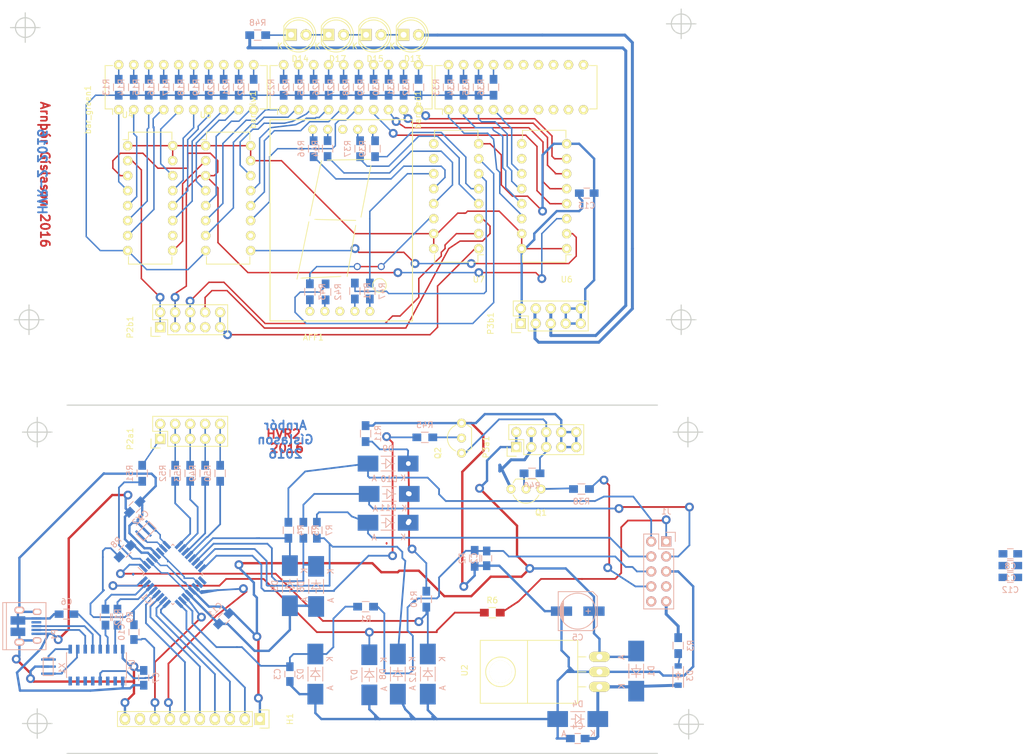
<source format=kicad_pcb>
(kicad_pcb (version 4) (host pcbnew "(2016-04-17 BZR 6697, Git 6120472)-product")
  (layers (0 F.Cu signal) (31 B.Cu signal) (34 B.Paste user) (35 F.Paste user) (36 B.SilkS user) (37 F.SilkS user) (38 B.Mask user) (39 F.Mask user) (44 Edge.Cuts user))
  (net 0 "")
  (net 1 /Vcc)
  (net 2 GNDREF)
  (net 3 "Net-(IC1-Pad8)")
  (net 4 "Net-(IC1-Pad7)")
  (net 5 /RST)
  (net 6 /U1_0)
  (net 7 /D11)
  (net 8 /neutral)
  (net 9 "Net-(AFF1-Pad9)")
  (net 10 /A0)
  (net 11 /U2_2)
  (net 12 /U2_1)
  (net 13 /oilP)
  (net 14 /U1_6)
  (net 15 /U1_4)
  (net 16 /U1_3)
  (net 17 /tx)
  (net 18 /rx)
  (net 19 "Net-(AFF1-Pad5)")
  (net 20 "Net-(AFF1-Pad10)")
  (net 21 /U3_6)
  (net 22 "Net-(AFF1-Pad7)")
  (net 23 /12Vraw)
  (net 24 /D10)
  (net 25 /gearDown)
  (net 26 "Net-(AFF1-Pad2)")
  (net 27 "Net-(D15-Pad1)")
  (net 28 "Net-(Q1-Pad1)")
  (net 29 /extShiftLight)
  (net 30 "Net-(Q2-Pad2)")
  (net 31 "Net-(Q1-Pad2)")
  (net 32 /D12)
  (net 33 /D2)
  (net 34 /rpm)
  (net 35 /D9)
  (net 36 /gearUp)
  (net 37 /U3_7)
  (net 38 /U2_4)
  (net 39 /U3_5)
  (net 40 /U3_3)
  (net 41 /U3_2)
  (net 42 /U3_1)
  (net 43 /U3_0)
  (net 44 /U2_7)
  (net 45 /U2_6)
  (net 46 /U2_5)
  (net 47 "Net-(AFF1-Pad1)")
  (net 48 "Net-(AFF1-Pad4)")
  (net 49 "Net-(AFF1-Pad6)")
  (net 50 /U3_4)
  (net 51 "Net-(C4-Pad1)")
  (net 52 "Net-(P1-Pad3)")
  (net 53 "Net-(P1-Pad2)")
  (net 54 /DTR)
  (net 55 /D3)
  (net 56 /D4)
  (net 57 /D5)
  (net 58 /D6)
  (net 59 /D7)
  (net 60 /D8)
  (net 61 /D13)
  (net 62 /A6)
  (net 63 /A7)
  (net 64 /A1)
  (net 65 /A2)
  (net 66 /A3)
  (net 67 /A4)
  (net 68 /A5)
  (net 69 /D0)
  (net 70 /D1)
  (net 71 "Net-(bar_red1-Pad5)")
  (net 72 "Net-(bar_red1-Pad6)")
  (net 73 "Net-(bar_red1-Pad7)")
  (net 74 "Net-(bar_red1-Pad8)")
  (net 75 "Net-(bar_red1-Pad9)")
  (net 76 "Net-(bar_red1-Pad10)")
  (net 77 "Net-(D10-Pad1)")
  (net 78 "Net-(R47-Pad2)")
  (net 79 /U2_3)
  (net 80 /U2_0)
  (net 81 /U1_7)
  (net 82 /U1_5)
  (net 83 /U1_2)
  (net 84 /U1_1)
  (net 85 "Net-(R46-Pad2)")
  (net 86 "Net-(R44-Pad2)")
  (net 87 "Net-(R43-Pad2)")
  (net 88 "Net-(R42-Pad2)")
  (net 89 "Net-(R41-Pad2)")
  (net 90 "Net-(R39-Pad2)")
  (net 91 "Net-(R37-Pad2)")
  (net 92 "Net-(D3-Pad2)")
  (net 93 "Net-(C6-Pad1)")
  (net 94 "Net-(U1-Pad9)")
  (net 95 "Net-(U1-Pad10)")
  (net 96 "Net-(D14-Pad2)")
  (net 97 "Net-(D14-Pad1)")
  (net 98 /12vraw)
  (net 99 "Net-(D13-Pad1)")
  (net 100 "Net-(P1-Pad4)")
  (net 101 "Net-(U4-Pad9)")
  (net 102 "Net-(U4-Pad10)")
  (net 103 "Net-(U5-Pad9)")
  (net 104 "Net-(U5-Pad10)")
  (net 105 "Net-(U6-Pad9)")
  (net 106 "Net-(U6-Pad10)")
  (net 107 "Net-(U7-Pad9)")
  (net 108 "Net-(U7-Pad10)")
  (net 109 "Net-(U1-Pad5)")
  (net 110 "Net-(U1-Pad6)")
  (net 111 "Net-(U1-Pad7)")
  (net 112 "Net-(U1-Pad8)")
  (net 113 "Net-(R19-Pad1)")
  (net 114 "Net-(R21-Pad1)")
  (net 115 "Net-(R20-Pad1)")
  (net 116 "Net-(R22-Pad1)")
  (net 117 "Net-(R23-Pad1)")
  (net 118 "Net-(R24-Pad1)")
  (net 119 "Net-(R25-Pad1)")
  (net 120 "Net-(R26-Pad1)")
  (net 121 "Net-(R27-Pad1)")
  (net 122 "Net-(R18-Pad1)")
  (net 123 "Net-(R17-Pad1)")
  (net 124 "Net-(R13-Pad1)")
  (net 125 "Net-(R14-Pad1)")
  (net 126 "Net-(R15-Pad1)")
  (net 127 "Net-(R16-Pad1)")
  (net 128 "Net-(R34-Pad1)")
  (net 129 "Net-(R35-Pad1)")
  (net 130 "Net-(R36-Pad1)")
  (net 131 "Net-(R28-Pad1)")
  (net 132 "Net-(R29-Pad1)")
  (net 133 "Net-(R30-Pad1)")
  (net 134 "Net-(R31-Pad1)")
  (net 135 "Net-(R32-Pad1)")
  (net 136 "Net-(R33-Pad1)")
  (net 137 "Net-(bar_red1-Pad11)")
  (net 138 "Net-(bar_red1-Pad12)")
  (net 139 "Net-(bar_red1-Pad13)")
  (net 140 "Net-(bar_red1-Pad14)")
  (net 141 "Net-(bar_red1-Pad15)")
  (net 142 "Net-(bar_red1-Pad16)")
  (net 143 /intShiftLight)
  (net 144 "Net-(P2a1-Pad7)")
  (net 145 "Net-(P2a1-Pad1)")
  (net 146 "Net-(P2a1-Pad3)")
  (net 147 "Net-(P2a1-Pad5)")
  (net 148 "Net-(P2a1-Pad10)")
  (net 149 "Net-(J1-Pad7)")
  (net 150 "Net-(H1-Pad9)")
  (module Resistors_SMD:R_0805_HandSoldering (layer B.Cu) (at 132.124 127.42144 270)
    (fp_text reference R10 (at 0 2.1 270) (layer B.SilkS) (effects (justify mirror)))
    (fp_text value 2k2)
    (pad 1 smd rect (at -1.35 0 270) (size 1.5 1.3) (layers B.Cu B.Paste B.Mask) (net 77 "Net-(D10-Pad1)"))
    (pad 2 smd rect (at 1.35 0 270) (size 1.5 1.3) (layers B.Cu B.Paste B.Mask) (net 55 /D3))
  )
  (module Resistors_SMD:R_0805_HandSoldering (layer B.Cu) (at 113.582 115.73744 90)
    (fp_text reference R7 (at 0 2.1 90) (layer B.SilkS) (effects (justify mirror)))
    (fp_text value 2k2)
    (pad 1 smd rect (at -1.35 0 90) (size 1.5 1.3) (layers B.Cu B.Paste B.Mask) (net 7 /D11))
    (pad 2 smd rect (at 1.35 0 90) (size 1.5 1.3) (layers B.Cu B.Paste B.Mask) (net 8 /neutral))
  )
  (module Resistors_SMD:R_0805_HandSoldering (layer B.Cu) (at 77.768 130.46944 90)
    (fp_text reference R12 (at 0 2.1 90) (layer B.SilkS) (effects (justify mirror)))
    (fp_text value 1k)
    (pad 1 smd rect (at -1.35 0 90) (size 1.5 1.3) (layers B.Cu B.Paste B.Mask) (net 17 /tx))
    (pad 2 smd rect (at 1.35 0 90) (size 1.5 1.3) (layers B.Cu B.Paste B.Mask) (net 70 /D1))
  )
  (module Resistors_SMD:R_0805_HandSoldering (layer B.Cu) (at 121.837 99.35444 90)
    (fp_text reference R11 (at 0 2.1 90) (layer B.SilkS) (effects (justify mirror)))
    (fp_text value 10k)
    (pad 1 smd rect (at -1.35 0 90) (size 1.5 1.3) (layers B.Cu B.Paste B.Mask) (net 77 "Net-(D10-Pad1)"))
    (pad 2 smd rect (at 1.35 0 90) (size 1.5 1.3) (layers B.Cu B.Paste B.Mask) (net 2 GNDREF))
  )
  (module Resistors_SMD:R_0805_HandSoldering (layer B.Cu) (at 79.8 130.46944 90)
    (fp_text reference R9 (at 0 2.1 90) (layer B.SilkS) (effects (justify mirror)))
    (fp_text value 1k)
    (pad 1 smd rect (at -1.35 0 90) (size 1.5 1.3) (layers B.Cu B.Paste B.Mask) (net 18 /rx))
    (pad 2 smd rect (at 1.35 0 90) (size 1.5 1.3) (layers B.Cu B.Paste B.Mask) (net 69 /D0))
  )
  (module Resistors_SMD:R_0805_HandSoldering (layer B.Cu) (at 81.07 119.29344 225)
    (fp_text reference R8 (at 0 2.1 225) (layer B.SilkS) (effects (justify mirror)))
    (fp_text value 1kR)
    (pad 1 smd rect (at -1.35 0 225) (size 1.5 1.3) (layers B.Cu B.Paste B.Mask) (net 1 /Vcc))
    (pad 2 smd rect (at 1.35 0 225) (size 1.5 1.3) (layers B.Cu B.Paste B.Mask) (net 5 /RST))
  )
  (module Resistors_SMD:R_0805_HandSoldering (layer B.Cu) (at 140.3155 120.49994 270)
    (fp_text reference R2 (at 0 2.1 270) (layer B.SilkS) (effects (justify mirror)))
    (fp_text value 1k)
    (pad 1 smd rect (at -1.35 0 270) (size 1.5 1.3) (layers B.Cu B.Paste B.Mask) (net 13 /oilP))
    (pad 2 smd rect (at 1.35 0 270) (size 1.5 1.3) (layers B.Cu B.Paste B.Mask) (net 2 GNDREF))
  )
  (module Resistors_SMD:R_0805_HandSoldering (layer B.Cu) (at 121.837 128.69144)
    (fp_text reference R1 (at 0 2.1) (layer B.SilkS) (effects (justify mirror)))
    (fp_text value 2k2)
    (pad 1 smd rect (at -1.35 0) (size 1.5 1.3) (layers B.Cu B.Paste B.Mask) (net 10 /A0))
    (pad 2 smd rect (at 1.35 0) (size 1.5 1.3) (layers B.Cu B.Paste B.Mask) (net 13 /oilP))
  )
  (module Resistors_SMD:R_0805_HandSoldering (layer B.Cu) (at 111.296 115.73744 90)
    (fp_text reference R5 (at 0 2.1 90) (layer B.SilkS) (effects (justify mirror)))
    (fp_text value 2k2)
    (pad 1 smd rect (at -1.35 0 90) (size 1.5 1.3) (layers B.Cu B.Paste B.Mask) (net 24 /D10))
    (pad 2 smd rect (at 1.35 0 90) (size 1.5 1.3) (layers B.Cu B.Paste B.Mask) (net 25 /gearDown))
  )
  (module Resistors_SMD:R_0805_HandSoldering (layer B.Cu) (at 131.87 99.98944 180)
    (fp_text reference R45 (at 0 2.1 180) (layer B.SilkS) (effects (justify mirror)))
    (fp_text value 2k7)
    (pad 1 smd rect (at -1.35 0 180) (size 1.5 1.3) (layers B.Cu B.Paste B.Mask) (net 30 "Net-(Q2-Pad2)"))
    (pad 2 smd rect (at 1.35 0 180) (size 1.5 1.3) (layers B.Cu B.Paste B.Mask) (net 32 /D12))
  )
  (module Resistors_SMD:R_0805_HandSoldering (layer B.Cu) (at 150.031 106.08544)
    (fp_text reference R40 (at 0 2.1) (layer B.SilkS) (effects (justify mirror)))
    (fp_text value 10k)
    (pad 1 smd rect (at -1.35 0) (size 1.5 1.3) (layers B.Cu B.Paste B.Mask) (net 31 "Net-(Q1-Pad2)"))
    (pad 2 smd rect (at 1.35 0) (size 1.5 1.3) (layers B.Cu B.Paste B.Mask) (net 143 /intShiftLight))
  )
  (module Resistors_SMD:R_0805_HandSoldering (layer F.Cu) (at 143.3 129.70744)
    (fp_text reference R6 (at 0 -2.1) (layer F.SilkS))
    (fp_text value 2k2)
    (pad 1 smd rect (at -1.35 0) (size 1.5 1.3) (layers F.Cu F.Paste F.Mask) (net 33 /D2))
    (pad 2 smd rect (at 1.35 0) (size 1.5 1.3) (layers F.Cu F.Paste F.Mask) (net 34 /rpm))
  )
  (module Resistors_SMD:R_0805_HandSoldering (layer B.Cu) (at 108.756 115.73744 90)
    (fp_text reference R4 (at 0 2.1 90) (layer B.SilkS) (effects (justify mirror)))
    (fp_text value 2k2)
    (pad 1 smd rect (at -1.35 0 90) (size 1.5 1.3) (layers B.Cu B.Paste B.Mask) (net 35 /D9))
    (pad 2 smd rect (at 1.35 0 90) (size 1.5 1.3) (layers B.Cu B.Paste B.Mask) (net 36 /gearUp))
  )
  (module Resistors_SMD:R_0805_HandSoldering (layer B.Cu) (at 174.796 135.29544 90)
    (fp_text reference R3 (at 0 2.1 90) (layer B.SilkS) (effects (justify mirror)))
    (fp_text value 1)
    (pad 1 smd rect (at -1.35 0 90) (size 1.5 1.3) (layers B.Cu B.Paste B.Mask) (net 92 "Net-(D3-Pad2)"))
    (pad 2 smd rect (at 1.35 0 90) (size 1.5 1.3) (layers B.Cu B.Paste B.Mask) (net 23 /12Vraw))
  )
  (module Housings_QFP:TQFP-32_7x7mm_Pitch0.8mm (layer B.Cu) (at 89.184 123.22588 315)
    (fp_text reference IC1 (at 0 6.05 315) (layer B.SilkS) (effects (justify mirror)))
    (fp_text value ATMEGA328-P)
    (pad 1 smd rect (at -4.25 2.8 315) (size 1.6 0.55) (layers B.Cu B.Paste B.Mask) (net 55 /D3))
    (pad 2 smd rect (at -4.25 2 315) (size 1.6 0.55) (layers B.Cu B.Paste B.Mask) (net 56 /D4))
    (pad 3 smd rect (at -4.25 1.2 315) (size 1.6 0.55) (layers B.Cu B.Paste B.Mask) (net 2 GNDREF))
    (pad 4 smd rect (at -4.25 0.4 315) (size 1.6 0.55) (layers B.Cu B.Paste B.Mask) (net 1 /Vcc))
    (pad 5 smd rect (at -4.25 -0.4 315) (size 1.6 0.55) (layers B.Cu B.Paste B.Mask) (net 2 GNDREF))
    (pad 6 smd rect (at -4.25 -1.2 315) (size 1.6 0.55) (layers B.Cu B.Paste B.Mask) (net 1 /Vcc))
    (pad 7 smd rect (at -4.25 -2 315) (size 1.6 0.55) (layers B.Cu B.Paste B.Mask) (net 4 "Net-(IC1-Pad7)"))
    (pad 8 smd rect (at -4.25 -2.8 315) (size 1.6 0.55) (layers B.Cu B.Paste B.Mask) (net 3 "Net-(IC1-Pad8)"))
    (pad 9 smd rect (at -2.8 -4.25 225) (size 1.6 0.55) (layers B.Cu B.Paste B.Mask) (net 57 /D5))
    (pad 10 smd rect (at -2 -4.25 225) (size 1.6 0.55) (layers B.Cu B.Paste B.Mask) (net 58 /D6))
    (pad 11 smd rect (at -1.2 -4.25 225) (size 1.6 0.55) (layers B.Cu B.Paste B.Mask) (net 59 /D7))
    (pad 12 smd rect (at -0.4 -4.25 225) (size 1.6 0.55) (layers B.Cu B.Paste B.Mask) (net 60 /D8))
    (pad 13 smd rect (at 0.4 -4.25 225) (size 1.6 0.55) (layers B.Cu B.Paste B.Mask) (net 35 /D9))
    (pad 14 smd rect (at 1.2 -4.25 225) (size 1.6 0.55) (layers B.Cu B.Paste B.Mask) (net 24 /D10))
    (pad 15 smd rect (at 2 -4.25 225) (size 1.6 0.55) (layers B.Cu B.Paste B.Mask) (net 7 /D11))
    (pad 16 smd rect (at 2.8 -4.25 225) (size 1.6 0.55) (layers B.Cu B.Paste B.Mask) (net 32 /D12))
    (pad 17 smd rect (at 4.25 -2.8 315) (size 1.6 0.55) (layers B.Cu B.Paste B.Mask) (net 61 /D13))
    (pad 18 smd rect (at 4.25 -2 315) (size 1.6 0.55) (layers B.Cu B.Paste B.Mask) (net 1 /Vcc))
    (pad 19 smd rect (at 4.25 -1.2 315) (size 1.6 0.55) (layers B.Cu B.Paste B.Mask) (net 62 /A6))
    (pad 20 smd rect (at 4.25 -0.4 315) (size 1.6 0.55) (layers B.Cu B.Paste B.Mask) (net 1 /Vcc))
    (pad 21 smd rect (at 4.25 0.4 315) (size 1.6 0.55) (layers B.Cu B.Paste B.Mask) (net 2 GNDREF))
    (pad 22 smd rect (at 4.25 1.2 315) (size 1.6 0.55) (layers B.Cu B.Paste B.Mask) (net 63 /A7))
    (pad 23 smd rect (at 4.25 2 315) (size 1.6 0.55) (layers B.Cu B.Paste B.Mask) (net 10 /A0))
    (pad 24 smd rect (at 4.25 2.8 315) (size 1.6 0.55) (layers B.Cu B.Paste B.Mask) (net 64 /A1))
    (pad 25 smd rect (at 2.8 4.25 225) (size 1.6 0.55) (layers B.Cu B.Paste B.Mask) (net 65 /A2))
    (pad 26 smd rect (at 2 4.25 225) (size 1.6 0.55) (layers B.Cu B.Paste B.Mask) (net 66 /A3))
    (pad 27 smd rect (at 1.2 4.25 225) (size 1.6 0.55) (layers B.Cu B.Paste B.Mask) (net 67 /A4))
    (pad 28 smd rect (at 0.4 4.25 225) (size 1.6 0.55) (layers B.Cu B.Paste B.Mask) (net 68 /A5))
    (pad 29 smd rect (at -0.4 4.25 225) (size 1.6 0.55) (layers B.Cu B.Paste B.Mask) (net 5 /RST))
    (pad 30 smd rect (at -1.2 4.25 225) (size 1.6 0.55) (layers B.Cu B.Paste B.Mask) (net 69 /D0))
    (pad 31 smd rect (at -2 4.25 225) (size 1.6 0.55) (layers B.Cu B.Paste B.Mask) (net 70 /D1))
    (pad 32 smd rect (at -2.8 4.25 225) (size 1.6 0.55) (layers B.Cu B.Paste B.Mask) (net 33 /D2))
  )
  (module Diodes_SMD:MELF_Handsoldering (layer B.Cu) (at 122.472 140.24844 270)
    (fp_text reference D7 (at 0 2.54 270) (layer B.SilkS) (effects (justify mirror)))
    (fp_text value 5.1V)
    (fp_text user K (at -2.55 -2.45 270) (layer B.SilkS) (effects (justify mirror)))
    (fp_text user A (at 2.35 -2.5 270) (layer B.SilkS) (effects (justify mirror)))
    (pad 1 smd rect (at -3.40106 0 270) (size 3.50012 2.70002) (layers B.Cu B.Paste B.Mask) (net 33 /D2))
    (pad 2 smd rect (at 3.40106 0 270) (size 3.50012 2.70002) (layers B.Cu B.Paste B.Mask) (net 2 GNDREF))
  )
  (module Diodes_SMD:MELF_Handsoldering (layer B.Cu) (at 113.328 140.12144 270)
    (fp_text reference D2 (at 0 2.54 270) (layer B.SilkS) (effects (justify mirror)))
    (fp_text value 5.1V)
    (fp_text user K (at -2.55 -2.45 270) (layer B.SilkS) (effects (justify mirror)))
    (fp_text user A (at 2.35 -2.5 270) (layer B.SilkS) (effects (justify mirror)))
    (pad 1 smd rect (at -3.40106 0 270) (size 3.50012 2.70002) (layers B.Cu B.Paste B.Mask) (net 10 /A0))
    (pad 2 smd rect (at 3.40106 0 270) (size 3.50012 2.70002) (layers B.Cu B.Paste B.Mask) (net 2 GNDREF))
  )
  (module Diodes_SMD:MELF_Handsoldering (layer B.Cu) (at 109.01 125.13544 270)
    (fp_text reference D5 (at 0 2.54 270) (layer B.SilkS) (effects (justify mirror)))
    (fp_text value 5.1V)
    (fp_text user K (at -2.55 -2.45 270) (layer B.SilkS) (effects (justify mirror)))
    (fp_text user A (at 2.35 -2.5 270) (layer B.SilkS) (effects (justify mirror)))
    (pad 1 smd rect (at -3.40106 0 270) (size 3.50012 2.70002) (layers B.Cu B.Paste B.Mask) (net 35 /D9))
    (pad 2 smd rect (at 3.40106 0 270) (size 3.50012 2.70002) (layers B.Cu B.Paste B.Mask) (net 2 GNDREF))
  )
  (module Diodes_SMD:MELF_Handsoldering (layer B.Cu) (at 157.778 147.74144 180)
    (fp_text reference D4 (at 0 2.54 180) (layer B.SilkS) (effects (justify mirror)))
    (fp_text value 22V)
    (fp_text user K (at -2.55 -2.45 180) (layer B.SilkS) (effects (justify mirror)))
    (fp_text user A (at 2.35 -2.5 180) (layer B.SilkS) (effects (justify mirror)))
    (pad 1 smd rect (at -3.40106 0 180) (size 3.50012 2.70002) (layers B.Cu B.Paste B.Mask) (net 51 "Net-(C4-Pad1)"))
    (pad 2 smd rect (at 3.40106 0 180) (size 3.50012 2.70002) (layers B.Cu B.Paste B.Mask) (net 2 GNDREF))
  )
  (module Diodes_SMD:MELF_Handsoldering (layer B.Cu) (at 113.455 125.26244 270)
    (fp_text reference D6 (at 0 2.54 270) (layer B.SilkS) (effects (justify mirror)))
    (fp_text value 5.1V)
    (fp_text user K (at -2.55 -2.45 270) (layer B.SilkS) (effects (justify mirror)))
    (fp_text user A (at 2.35 -2.5 270) (layer B.SilkS) (effects (justify mirror)))
    (pad 1 smd rect (at -3.40106 0 270) (size 3.50012 2.70002) (layers B.Cu B.Paste B.Mask) (net 24 /D10))
    (pad 2 smd rect (at 3.40106 0 270) (size 3.50012 2.70002) (layers B.Cu B.Paste B.Mask) (net 2 GNDREF))
  )
  (module Diodes_SMD:MELF_Handsoldering (layer B.Cu) (at 127.298 140.12144 270)
    (fp_text reference D8 (at 0 2.54 270) (layer B.SilkS) (effects (justify mirror)))
    (fp_text value 5.1V)
    (fp_text user K (at -2.55 -2.45 270) (layer B.SilkS) (effects (justify mirror)))
    (fp_text user A (at 2.35 -2.5 270) (layer B.SilkS) (effects (justify mirror)))
    (pad 1 smd rect (at -3.40106 0 270) (size 3.50012 2.70002) (layers B.Cu B.Paste B.Mask) (net 7 /D11))
    (pad 2 smd rect (at 3.40106 0 270) (size 3.50012 2.70002) (layers B.Cu B.Paste B.Mask) (net 2 GNDREF))
  )
  (module Capacitors_SMD:C_0805_HandSoldering (layer B.Cu) (at 82.721 111.80044 45)
    (fp_text reference C9 (at 0 2.1 45) (layer B.SilkS) (effects (justify mirror)))
    (fp_text value 100n)
    (pad 1 smd rect (at -1.25 0 45) (size 1.5 1.25) (layers B.Cu B.Paste B.Mask) (net 1 /Vcc))
    (pad 2 smd rect (at 1.25 0 45) (size 1.5 1.25) (layers B.Cu B.Paste B.Mask) (net 2 GNDREF))
  )
  (module Capacitors_SMD:C_0805_HandSoldering (layer B.Cu) (at 157.778 151.04344 180)
    (fp_text reference C4 (at 0 2.1 180) (layer B.SilkS) (effects (justify mirror)))
    (fp_text value 470n)
    (pad 1 smd rect (at -1.25 0 180) (size 1.5 1.25) (layers B.Cu B.Paste B.Mask) (net 51 "Net-(C4-Pad1)"))
    (pad 2 smd rect (at 1.25 0 180) (size 1.5 1.25) (layers B.Cu B.Paste B.Mask) (net 2 GNDREF))
  )
  (module Capacitors_SMD:C_0805_HandSoldering (layer B.Cu) (at 71.164 129.96144 180)
    (fp_text reference C6 (at 0 2.1 180) (layer B.SilkS) (effects (justify mirror)))
    (fp_text value C)
    (pad 1 smd rect (at -1.25 0 180) (size 1.5 1.25) (layers B.Cu B.Paste B.Mask) (net 93 "Net-(C6-Pad1)"))
    (pad 2 smd rect (at 1.25 0 180) (size 1.5 1.25) (layers B.Cu B.Paste B.Mask) (net 2 GNDREF))
  )
  (module Capacitors_SMD:C_0805_HandSoldering (layer B.Cu) (at 84.245 140.75644 90)
    (fp_text reference C7 (at 0 2.1 90) (layer B.SilkS) (effects (justify mirror)))
    (fp_text value 100n)
    (pad 1 smd rect (at -1.25 0 90) (size 1.5 1.25) (layers B.Cu B.Paste B.Mask) (net 1 /Vcc))
    (pad 2 smd rect (at 1.25 0 90) (size 1.5 1.25) (layers B.Cu B.Paste B.Mask) (net 2 GNDREF))
  )
  (module Capacitors_SMD:C_0805_HandSoldering (layer B.Cu) (at 82.594 133.00944 270)
    (fp_text reference C10 (at 0 2.1 270) (layer B.SilkS) (effects (justify mirror)))
    (fp_text value 100n)
    (pad 1 smd rect (at -1.25 0 270) (size 1.5 1.25) (layers B.Cu B.Paste B.Mask) (net 5 /RST))
    (pad 2 smd rect (at 1.25 0 270) (size 1.5 1.25) (layers B.Cu B.Paste B.Mask) (net 54 /DTR))
  )
  (module Capacitors_SMD:C_0805_HandSoldering (layer B.Cu) (at 97.834 130.72344 225)
    (fp_text reference C11 (at 0 2.1 225) (layer B.SilkS) (effects (justify mirror)))
    (fp_text value 100n)
    (pad 1 smd rect (at -1.25 0 225) (size 1.5 1.25) (layers B.Cu B.Paste B.Mask) (net 1 /Vcc))
    (pad 2 smd rect (at 1.25 0 225) (size 1.5 1.25) (layers B.Cu B.Paste B.Mask) (net 2 GNDREF))
  )
  (module Capacitors_SMD:C_0805_HandSoldering (layer B.Cu) (at 231.067 123.72844)
    (fp_text reference C12 (at 0 2.1) (layer B.SilkS) (effects (justify mirror)))
    (fp_text value 100n)
    (pad 1 smd rect (at -1.25 0) (size 1.5 1.25) (layers B.Cu B.Paste B.Mask) (net 1 /Vcc))
    (pad 2 smd rect (at 1.25 0) (size 1.5 1.25) (layers B.Cu B.Paste B.Mask) (net 2 GNDREF))
  )
  (module Capacitors_SMD:C_0805_HandSoldering (layer B.Cu) (at 159.302 58.58744)
    (fp_text reference C13 (at 0 2.1) (layer B.SilkS) (effects (justify mirror)))
    (fp_text value 100n)
    (pad 1 smd rect (at -1.25 0) (size 1.5 1.25) (layers B.Cu B.Paste B.Mask) (net 1 /Vcc))
    (pad 2 smd rect (at 1.25 0) (size 1.5 1.25) (layers B.Cu B.Paste B.Mask) (net 2 GNDREF))
  )
  (module Capacitors_SMD:C_0805_HandSoldering (layer B.Cu) (at 231.067 121.72844)
    (fp_text reference C1 (at 0 2.1) (layer B.SilkS) (effects (justify mirror)))
    (fp_text value 100n)
    (pad 1 smd rect (at -1.25 0) (size 1.5 1.25) (layers B.Cu B.Paste B.Mask) (net 1 /Vcc))
    (pad 2 smd rect (at 1.25 0) (size 1.5 1.25) (layers B.Cu B.Paste B.Mask) (net 2 GNDREF))
  )
  (module Capacitors_SMD:C_0805_HandSoldering (layer B.Cu) (at 231.067 119.72844)
    (fp_text reference C8 (at 0 2.1) (layer B.SilkS) (effects (justify mirror)))
    (fp_text value 100n)
    (pad 1 smd rect (at -1.25 0) (size 1.5 1.25) (layers B.Cu B.Paste B.Mask) (net 1 /Vcc))
    (pad 2 smd rect (at 1.25 0) (size 1.5 1.25) (layers B.Cu B.Paste B.Mask) (net 2 GNDREF))
  )
  (module Resistors_SMD:R_0805_HandSoldering (layer B.Cu) (at 158.413 108.75244)
    (fp_text reference R38 (at 0 2.1) (layer B.SilkS) (effects (justify mirror)))
    (fp_text value 1R)
    (pad 1 smd rect (at -1.35 0) (size 1.5 1.3) (layers B.Cu B.Paste B.Mask) (net 28 "Net-(Q1-Pad1)"))
    (pad 2 smd rect (at 1.35 0) (size 1.5 1.3) (layers B.Cu B.Paste B.Mask) (net 29 /extShiftLight))
  )
  (module Capacitors_SMD:C_0805_HandSoldering (layer B.Cu) (at 142.3475 120.49994 270)
    (fp_text reference C2 (at 0 2.1 270) (layer B.SilkS) (effects (justify mirror)))
    (fp_text value C)
    (pad 1 smd rect (at -1.25 0 270) (size 1.5 1.25) (layers B.Cu B.Paste B.Mask) (net 13 /oilP))
    (pad 2 smd rect (at 1.25 0 270) (size 1.5 1.25) (layers B.Cu B.Paste B.Mask) (net 2 GNDREF))
  )
  (module Capacitors_SMD:C_0805_HandSoldering (layer B.Cu) (at 109.01 140.12144 270)
    (fp_text reference C3 (at 0 2.1 270) (layer B.SilkS) (effects (justify mirror)))
    (fp_text value C)
    (pad 1 smd rect (at -1.25 0 270) (size 1.5 1.25) (layers B.Cu B.Paste B.Mask) (net 10 /A0))
    (pad 2 smd rect (at 1.25 0 270) (size 1.5 1.25) (layers B.Cu B.Paste B.Mask) (net 2 GNDREF))
  )
  (module Pin_Headers:Pin_Header_Straight_1x10 (layer F.Cu) (at 103.93 147.74144 270)
    (fp_text reference H1 (at 0 -5.1 270) (layer F.SilkS))
    (fp_text value pin_header_10)
    (pad 1 thru_hole rect (at 0 0 270) (size 2.032 1.7272) (drill 1.016) (layers *.Cu *.Mask F.SilkS) (net 1 /Vcc))
    (pad 2 thru_hole oval (at 0 2.54 270) (size 2.032 1.7272) (drill 1.016) (layers *.Cu *.Mask F.SilkS) (net 64 /A1))
    (pad 3 thru_hole oval (at 0 5.08 270) (size 2.032 1.7272) (drill 1.016) (layers *.Cu *.Mask F.SilkS) (net 65 /A2))
    (pad 4 thru_hole oval (at 0 7.62 270) (size 2.032 1.7272) (drill 1.016) (layers *.Cu *.Mask F.SilkS) (net 66 /A3))
    (pad 5 thru_hole oval (at 0 10.16 270) (size 2.032 1.7272) (drill 1.016) (layers *.Cu *.Mask F.SilkS) (net 67 /A4))
    (pad 6 thru_hole oval (at 0 12.7 270) (size 2.032 1.7272) (drill 1.016) (layers *.Cu *.Mask F.SilkS) (net 68 /A5))
    (pad 7 thru_hole oval (at 0 15.24 270) (size 2.032 1.7272) (drill 1.016) (layers *.Cu *.Mask F.SilkS) (net 62 /A6))
    (pad 8 thru_hole oval (at 0 17.78 270) (size 2.032 1.7272) (drill 1.016) (layers *.Cu *.Mask F.SilkS) (net 63 /A7))
    (pad 9 thru_hole oval (at 0 20.32 270) (size 2.032 1.7272) (drill 1.016) (layers *.Cu *.Mask F.SilkS) (net 150 "Net-(H1-Pad9)"))
    (pad 10 thru_hole oval (at 0 22.86 270) (size 2.032 1.7272) (drill 1.016) (layers *.Cu *.Mask F.SilkS) (net 2 GNDREF))
  )
  (module Diodes_SMD:SOD-123 (layer B.Cu) (at 174.796 140.37544 90)
    (fp_text reference D3 (at 0 2 90) (layer B.SilkS) (effects (justify mirror)))
    (fp_text value D_Schottky_Small)
    (pad 1 smd rect (at -1.635 0 90) (size 0.91 1.22) (layers B.Cu B.Paste B.Mask) (net 51 "Net-(C4-Pad1)"))
    (pad 2 smd rect (at 1.635 0 90) (size 0.91 1.22) (layers B.Cu B.Paste B.Mask) (net 92 "Net-(D3-Pad2)"))
  )
  (module Connect:USB_Micro-B_10103594-0001LF (layer B.Cu) (at 64.56 131.99344 90)
    (fp_text reference P1 (at -1.5 4.625 90) (layer B.SilkS) (effects (justify mirror)))
    (fp_text value USB_OTG)
    (pad 1 smd rect (at -1.3 1.5) (size 1.65 0.4) (layers B.Cu B.Paste B.Mask) (net 1 /Vcc))
    (pad 2 smd rect (at -0.65 1.5) (size 1.65 0.4) (layers B.Cu B.Paste B.Mask) (net 53 "Net-(P1-Pad2)"))
    (pad 3 smd rect (at -0.0009 1.5) (size 1.65 0.4) (layers B.Cu B.Paste B.Mask) (net 52 "Net-(P1-Pad3)"))
    (pad 4 smd rect (at 0.65 1.5) (size 1.65 0.4) (layers B.Cu B.Paste B.Mask) (net 100 "Net-(P1-Pad4)"))
    (pad 5 smd rect (at 1.3 1.5) (size 1.65 0.4) (layers B.Cu B.Paste B.Mask) (net 2 GNDREF))
    (pad 6 thru_hole oval (at -2.425 1.625) (size 1.5 1.1) (drill oval 1.05 0.65) (layers *.Cu *.Mask B.SilkS) (net 2 GNDREF))
    (pad 6 thru_hole oval (at 2.425 1.625) (size 1.5 1.1) (drill oval 1.05 0.65) (layers *.Cu *.Mask B.SilkS) (net 2 GNDREF))
    (pad 6 thru_hole oval (at -2.725 -1.375) (size 1.7 1.2) (drill oval 1.2 0.7) (layers *.Cu *.Mask B.SilkS) (net 2 GNDREF))
    (pad 6 thru_hole oval (at 2.725 -1.375) (size 1.7 1.2) (drill oval 1.2 0.7) (layers *.Cu *.Mask B.SilkS) (net 2 GNDREF))
    (pad 6 smd rect (at -0.9625 -1.625) (size 2.5 1.425) (layers B.Cu B.Paste B.Mask) (net 2 GNDREF))
    (pad 6 smd rect (at 0.9625 -1.625) (size 2.5 1.425) (layers B.Cu B.Paste B.Mask) (net 2 GNDREF))
  )
  (module addlol:cer_res (layer B.Cu) (at 84.626 115.86444 45)
    (fp_text reference X2 (at 0.3 -2.3 45) (layer B.SilkS) (effects (justify mirror)))
    (fp_text value CRYSTAL_SMD)
    (pad 3 smd rect (at 1.2 0 45) (size 0.4 2.5) (layers B.Cu B.Paste B.Mask) (net 3 "Net-(IC1-Pad8)"))
    (pad 2 smd rect (at 0 0 45) (size 0.4 2.5) (layers B.Cu B.Paste B.Mask) (net 2 GNDREF))
    (pad 1 smd rect (at -1.2 0 45) (size 0.4 2.5) (layers B.Cu B.Paste B.Mask) (net 4 "Net-(IC1-Pad7)"))
  )
  (module addlol:cer_res (layer B.Cu) (at 68.116 138.85144 270)
    (fp_text reference X1 (at 0.3 -2.3 270) (layer B.SilkS) (effects (justify mirror)))
    (fp_text value CRYSTAL_SMD)
    (pad 3 smd rect (at 1.2 0 270) (size 0.4 2.5) (layers B.Cu B.Paste B.Mask) (net 95 "Net-(U1-Pad10)"))
    (pad 2 smd rect (at 0 0 270) (size 0.4 2.5) (layers B.Cu B.Paste B.Mask) (net 2 GNDREF))
    (pad 1 smd rect (at -1.2 0 270) (size 0.4 2.5) (layers B.Cu B.Paste B.Mask) (net 94 "Net-(U1-Pad9)"))
  )
  (module Housings_SOIC:SOIC-16_3.9x9.9mm_Pitch1.27mm (layer B.Cu) (at 76.244 138.59744 90)
    (fp_text reference U1 (at 0 6 90) (layer B.SilkS) (effects (justify mirror)))
    (fp_text value CH340G)
    (pad 1 smd rect (at -2.7 4.445 90) (size 1.5 0.6) (layers B.Cu B.Paste B.Mask) (net 1 /Vcc))
    (pad 2 smd rect (at -2.7 3.175 90) (size 1.5 0.6) (layers B.Cu B.Paste B.Mask) (net 18 /rx))
    (pad 3 smd rect (at -2.7 1.905 90) (size 1.5 0.6) (layers B.Cu B.Paste B.Mask) (net 17 /tx))
    (pad 4 smd rect (at -2.7 0.635 90) (size 1.5 0.6) (layers B.Cu B.Paste B.Mask) (net 54 /DTR))
    (pad 5 smd rect (at -2.7 -0.635 90) (size 1.5 0.6) (layers B.Cu B.Paste B.Mask) (net 109 "Net-(U1-Pad5)"))
    (pad 6 smd rect (at -2.7 -1.905 90) (size 1.5 0.6) (layers B.Cu B.Paste B.Mask) (net 110 "Net-(U1-Pad6)"))
    (pad 7 smd rect (at -2.7 -3.175 90) (size 1.5 0.6) (layers B.Cu B.Paste B.Mask) (net 111 "Net-(U1-Pad7)"))
    (pad 8 smd rect (at -2.7 -4.445 90) (size 1.5 0.6) (layers B.Cu B.Paste B.Mask) (net 112 "Net-(U1-Pad8)"))
    (pad 9 smd rect (at 2.7 -4.445 90) (size 1.5 0.6) (layers B.Cu B.Paste B.Mask) (net 94 "Net-(U1-Pad9)"))
    (pad 10 smd rect (at 2.7 -3.175 90) (size 1.5 0.6) (layers B.Cu B.Paste B.Mask) (net 95 "Net-(U1-Pad10)"))
    (pad 11 smd rect (at 2.7 -1.905 90) (size 1.5 0.6) (layers B.Cu B.Paste B.Mask) (net 53 "Net-(P1-Pad2)"))
    (pad 12 smd rect (at 2.7 -0.635 90) (size 1.5 0.6) (layers B.Cu B.Paste B.Mask) (net 52 "Net-(P1-Pad3)"))
    (pad 13 smd rect (at 2.7 0.635 90) (size 1.5 0.6) (layers B.Cu B.Paste B.Mask) (net 93 "Net-(C6-Pad1)"))
    (pad 14 smd rect (at 2.7 1.905 90) (size 1.5 0.6) (layers B.Cu B.Paste B.Mask) (net 17 /tx))
    (pad 15 smd rect (at 2.7 3.175 90) (size 1.5 0.6) (layers B.Cu B.Paste B.Mask) (net 18 /rx))
    (pad 16 smd rect (at 2.7 4.445 90) (size 1.5 0.6) (layers B.Cu B.Paste B.Mask) (net 2 GNDREF))
  )
  (module Diodes_SMD:MELF_Handsoldering (layer B.Cu) (at 125.647 104.43444 180)
    (fp_text reference D9 (at 0 2.54 180) (layer B.SilkS) (effects (justify mirror)))
    (fp_text value 1n4148)
    (fp_text user K (at -2.55 -2.45 180) (layer B.SilkS) (effects (justify mirror)))
    (fp_text user A (at 2.35 -2.5 180) (layer B.SilkS) (effects (justify mirror)))
    (pad 1 smd rect (at -3.40106 0 180) (size 3.50012 2.70002) (layers B.Cu B.Paste B.Mask) (net 77 "Net-(D10-Pad1)"))
    (pad 2 smd rect (at 3.40106 0 180) (size 3.50012 2.70002) (layers B.Cu B.Paste B.Mask) (net 36 /gearUp))
  )
  (module Diodes_SMD:MELF_Handsoldering (layer B.Cu) (at 125.8375 109.57794 180)
    (fp_text reference D10 (at 0 2.54 180) (layer B.SilkS) (effects (justify mirror)))
    (fp_text value 1n4148)
    (fp_text user K (at -2.55 -2.45 180) (layer B.SilkS) (effects (justify mirror)))
    (fp_text user A (at 2.35 -2.5 180) (layer B.SilkS) (effects (justify mirror)))
    (pad 1 smd rect (at -3.40106 0 180) (size 3.50012 2.70002) (layers B.Cu B.Paste B.Mask) (net 77 "Net-(D10-Pad1)"))
    (pad 2 smd rect (at 3.40106 0 180) (size 3.50012 2.70002) (layers B.Cu B.Paste B.Mask) (net 25 /gearDown))
  )
  (module Diodes_SMD:MELF_Handsoldering (layer B.Cu) (at 167.684 139.61344 90)
    (fp_text reference D1 (at 0 2.54 90) (layer B.SilkS) (effects (justify mirror)))
    (fp_text value 1n4007)
    (fp_text user K (at -2.55 -2.45 90) (layer B.SilkS) (effects (justify mirror)))
    (fp_text user A (at 2.35 -2.5 90) (layer B.SilkS) (effects (justify mirror)))
    (pad 1 smd rect (at -3.40106 0 90) (size 3.50012 2.70002) (layers B.Cu B.Paste B.Mask) (net 51 "Net-(C4-Pad1)"))
    (pad 2 smd rect (at 3.40106 0 90) (size 3.50012 2.70002) (layers B.Cu B.Paste B.Mask) (net 1 /Vcc))
  )
  (module Diodes_SMD:MELF_Handsoldering (layer B.Cu) (at 125.647 114.46744 180)
    (fp_text reference D11 (at 0 2.54 180) (layer B.SilkS) (effects (justify mirror)))
    (fp_text value 1n4148)
    (fp_text user K (at -2.55 -2.45 180) (layer B.SilkS) (effects (justify mirror)))
    (fp_text user A (at 2.35 -2.5 180) (layer B.SilkS) (effects (justify mirror)))
    (pad 1 smd rect (at -3.40106 0 180) (size 3.50012 2.70002) (layers B.Cu B.Paste B.Mask) (net 77 "Net-(D10-Pad1)"))
    (pad 2 smd rect (at 3.40106 0 180) (size 3.50012 2.70002) (layers B.Cu B.Paste B.Mask) (net 8 /neutral))
  )
  (module Diodes_SMD:MELF_Handsoldering (layer B.Cu) (at 132.378 140.12144 270)
    (fp_text reference D12 (at 0 2.54 270) (layer B.SilkS) (effects (justify mirror)))
    (fp_text value 5.1V)
    (fp_text user K (at -2.55 -2.45 270) (layer B.SilkS) (effects (justify mirror)))
    (fp_text user A (at 2.35 -2.5 270) (layer B.SilkS) (effects (justify mirror)))
    (pad 1 smd rect (at -3.40106 0 270) (size 3.50012 2.70002) (layers B.Cu B.Paste B.Mask) (net 55 /D3))
    (pad 2 smd rect (at 3.40106 0 270) (size 3.50012 2.70002) (layers B.Cu B.Paste B.Mask) (net 2 GNDREF))
  )
  (module Capacitors_SMD:c_elec_6.3x5.8 (layer B.Cu) (at 157.778 129.45344)
    (fp_text reference C5 (at 0 4.445) (layer B.SilkS) (effects (justify mirror)))
    (fp_text value 100u)
    (pad 1 smd rect (at 2.75082 0) (size 3.59918 1.6002) (layers B.Cu B.Paste B.Mask) (net 1 /Vcc))
    (pad 2 smd rect (at -2.75082 0) (size 3.59918 1.6002) (layers B.Cu B.Paste B.Mask) (net 2 GNDREF))
  )
  (module TO_SOT_Packages_THT:TO-92_Inline_Wide (layer F.Cu) (at 151.555 108.75244 180)
    (fp_text reference Q1 (at 0 -4 360) (layer F.SilkS))
    (fp_text value BC557)
    (pad 2 thru_hole circle (at 2.54 0 270) (size 1.524 1.524) (drill 0.8) (layers *.Cu *.Mask F.SilkS) (net 31 "Net-(Q1-Pad2)"))
    (pad 3 thru_hole circle (at 5.08 0 270) (size 1.524 1.524) (drill 0.8) (layers *.Cu *.Mask F.SilkS) (net 98 /12vraw))
    (pad 1 thru_hole circle (at 0 0 270) (size 1.524 1.524) (drill 0.8) (layers *.Cu *.Mask F.SilkS) (net 28 "Net-(Q1-Pad1)"))
  )
  (module TO_SOT_Packages_THT:TO-92_Inline_Wide (layer F.Cu) (at 138.093 102.65644 90)
    (fp_text reference Q2 (at 0 -4 270) (layer F.SilkS))
    (fp_text value BC547)
    (pad 2 thru_hole circle (at 2.54 0 180) (size 1.524 1.524) (drill 0.8) (layers *.Cu *.Mask F.SilkS) (net 30 "Net-(Q2-Pad2)"))
    (pad 3 thru_hole circle (at 5.08 0 180) (size 1.524 1.524) (drill 0.8) (layers *.Cu *.Mask F.SilkS) (net 2 GNDREF))
    (pad 1 thru_hole circle (at 0 0 180) (size 1.524 1.524) (drill 0.8) (layers *.Cu *.Mask F.SilkS) (net 143 /intShiftLight))
  )
  (module Housings_DIP:DIP-16_W7.62mm (layer F.Cu) (at 155.905 68 180)
    (fp_text reference U6 (at 0 -5.22 180) (layer F.SilkS))
    (fp_text value 74HC4094)
    (pad 1 thru_hole oval (at 0 0 180) (size 1.6 1.6) (drill 0.8) (layers *.Cu *.Mask F.SilkS) (net 1 /Vcc))
    (pad 2 thru_hole oval (at 0 2.54 180) (size 1.6 1.6) (drill 0.8) (layers *.Cu *.Mask F.SilkS) (net 103 "Net-(U5-Pad9)"))
    (pad 3 thru_hole oval (at 0 5.08 180) (size 1.6 1.6) (drill 0.8) (layers *.Cu *.Mask F.SilkS) (net 57 /D5))
    (pad 4 thru_hole oval (at 0 7.62 180) (size 1.6 1.6) (drill 0.8) (layers *.Cu *.Mask F.SilkS) (net 43 /U3_0))
    (pad 5 thru_hole oval (at 0 10.16 180) (size 1.6 1.6) (drill 0.8) (layers *.Cu *.Mask F.SilkS) (net 42 /U3_1))
    (pad 6 thru_hole oval (at 0 12.7 180) (size 1.6 1.6) (drill 0.8) (layers *.Cu *.Mask F.SilkS) (net 41 /U3_2))
    (pad 7 thru_hole oval (at 0 15.24 180) (size 1.6 1.6) (drill 0.8) (layers *.Cu *.Mask F.SilkS) (net 40 /U3_3))
    (pad 8 thru_hole oval (at 0 17.78 180) (size 1.6 1.6) (drill 0.8) (layers *.Cu *.Mask F.SilkS) (net 2 GNDREF))
    (pad 9 thru_hole oval (at 7.62 17.78 180) (size 1.6 1.6) (drill 0.8) (layers *.Cu *.Mask F.SilkS) (net 105 "Net-(U6-Pad9)"))
    (pad 10 thru_hole oval (at 7.62 15.24 180) (size 1.6 1.6) (drill 0.8) (layers *.Cu *.Mask F.SilkS) (net 106 "Net-(U6-Pad10)"))
    (pad 11 thru_hole oval (at 7.62 12.7 180) (size 1.6 1.6) (drill 0.8) (layers *.Cu *.Mask F.SilkS) (net 37 /U3_7))
    (pad 12 thru_hole oval (at 7.62 10.16 180) (size 1.6 1.6) (drill 0.8) (layers *.Cu *.Mask F.SilkS) (net 21 /U3_6))
    (pad 13 thru_hole oval (at 7.62 7.62 180) (size 1.6 1.6) (drill 0.8) (layers *.Cu *.Mask F.SilkS) (net 39 /U3_5))
    (pad 14 thru_hole oval (at 7.62 5.08 180) (size 1.6 1.6) (drill 0.8) (layers *.Cu *.Mask F.SilkS) (net 50 /U3_4))
    (pad 15 thru_hole oval (at 7.62 2.54 180) (size 1.6 1.6) (drill 0.8) (layers *.Cu *.Mask F.SilkS) (net 1 /Vcc))
    (pad 16 thru_hole oval (at 7.62 0 180) (size 1.6 1.6) (drill 0.8) (layers *.Cu *.Mask F.SilkS) (net 1 /Vcc))
  )
  (module Housings_DIP:DIP-16_W7.62mm (layer F.Cu) (at 81.534 50.546)
    (fp_text reference U4 (at 0 -5.22) (layer F.SilkS))
    (fp_text value 74HC4094)
    (pad 1 thru_hole oval (at 0 0) (size 1.6 1.6) (drill 0.8) (layers *.Cu *.Mask F.SilkS) (net 1 /Vcc))
    (pad 2 thru_hole oval (at 0 2.54) (size 1.6 1.6) (drill 0.8) (layers *.Cu *.Mask F.SilkS) (net 56 /D4))
    (pad 3 thru_hole oval (at 0 5.08) (size 1.6 1.6) (drill 0.8) (layers *.Cu *.Mask F.SilkS) (net 57 /D5))
    (pad 4 thru_hole oval (at 0 7.62) (size 1.6 1.6) (drill 0.8) (layers *.Cu *.Mask F.SilkS) (net 6 /U1_0))
    (pad 5 thru_hole oval (at 0 10.16) (size 1.6 1.6) (drill 0.8) (layers *.Cu *.Mask F.SilkS) (net 84 /U1_1))
    (pad 6 thru_hole oval (at 0 12.7) (size 1.6 1.6) (drill 0.8) (layers *.Cu *.Mask F.SilkS) (net 83 /U1_2))
    (pad 7 thru_hole oval (at 0 15.24) (size 1.6 1.6) (drill 0.8) (layers *.Cu *.Mask F.SilkS) (net 16 /U1_3))
    (pad 8 thru_hole oval (at 0 17.78) (size 1.6 1.6) (drill 0.8) (layers *.Cu *.Mask F.SilkS) (net 2 GNDREF))
    (pad 9 thru_hole oval (at 7.62 17.78) (size 1.6 1.6) (drill 0.8) (layers *.Cu *.Mask F.SilkS) (net 101 "Net-(U4-Pad9)"))
    (pad 10 thru_hole oval (at 7.62 15.24) (size 1.6 1.6) (drill 0.8) (layers *.Cu *.Mask F.SilkS) (net 102 "Net-(U4-Pad10)"))
    (pad 11 thru_hole oval (at 7.62 12.7) (size 1.6 1.6) (drill 0.8) (layers *.Cu *.Mask F.SilkS) (net 81 /U1_7))
    (pad 12 thru_hole oval (at 7.62 10.16) (size 1.6 1.6) (drill 0.8) (layers *.Cu *.Mask F.SilkS) (net 14 /U1_6))
    (pad 13 thru_hole oval (at 7.62 7.62) (size 1.6 1.6) (drill 0.8) (layers *.Cu *.Mask F.SilkS) (net 82 /U1_5))
    (pad 14 thru_hole oval (at 7.62 5.08) (size 1.6 1.6) (drill 0.8) (layers *.Cu *.Mask F.SilkS) (net 15 /U1_4))
    (pad 15 thru_hole oval (at 7.62 2.54) (size 1.6 1.6) (drill 0.8) (layers *.Cu *.Mask F.SilkS) (net 1 /Vcc))
    (pad 16 thru_hole oval (at 7.62 0) (size 1.6 1.6) (drill 0.8) (layers *.Cu *.Mask F.SilkS) (net 1 /Vcc))
  )
  (module Housings_DIP:DIP-16_W7.62mm (layer F.Cu) (at 94.742 50.546)
    (fp_text reference U5 (at 0 -5.22) (layer F.SilkS))
    (fp_text value 74HC4094)
    (pad 1 thru_hole oval (at 0 0) (size 1.6 1.6) (drill 0.8) (layers *.Cu *.Mask F.SilkS) (net 1 /Vcc))
    (pad 2 thru_hole oval (at 0 2.54) (size 1.6 1.6) (drill 0.8) (layers *.Cu *.Mask F.SilkS) (net 101 "Net-(U4-Pad9)"))
    (pad 3 thru_hole oval (at 0 5.08) (size 1.6 1.6) (drill 0.8) (layers *.Cu *.Mask F.SilkS) (net 57 /D5))
    (pad 4 thru_hole oval (at 0 7.62) (size 1.6 1.6) (drill 0.8) (layers *.Cu *.Mask F.SilkS) (net 80 /U2_0))
    (pad 5 thru_hole oval (at 0 10.16) (size 1.6 1.6) (drill 0.8) (layers *.Cu *.Mask F.SilkS) (net 12 /U2_1))
    (pad 6 thru_hole oval (at 0 12.7) (size 1.6 1.6) (drill 0.8) (layers *.Cu *.Mask F.SilkS) (net 11 /U2_2))
    (pad 7 thru_hole oval (at 0 15.24) (size 1.6 1.6) (drill 0.8) (layers *.Cu *.Mask F.SilkS) (net 79 /U2_3))
    (pad 8 thru_hole oval (at 0 17.78) (size 1.6 1.6) (drill 0.8) (layers *.Cu *.Mask F.SilkS) (net 2 GNDREF))
    (pad 9 thru_hole oval (at 7.62 17.78) (size 1.6 1.6) (drill 0.8) (layers *.Cu *.Mask F.SilkS) (net 103 "Net-(U5-Pad9)"))
    (pad 10 thru_hole oval (at 7.62 15.24) (size 1.6 1.6) (drill 0.8) (layers *.Cu *.Mask F.SilkS) (net 104 "Net-(U5-Pad10)"))
    (pad 11 thru_hole oval (at 7.62 12.7) (size 1.6 1.6) (drill 0.8) (layers *.Cu *.Mask F.SilkS) (net 44 /U2_7))
    (pad 12 thru_hole oval (at 7.62 10.16) (size 1.6 1.6) (drill 0.8) (layers *.Cu *.Mask F.SilkS) (net 45 /U2_6))
    (pad 13 thru_hole oval (at 7.62 7.62) (size 1.6 1.6) (drill 0.8) (layers *.Cu *.Mask F.SilkS) (net 46 /U2_5))
    (pad 14 thru_hole oval (at 7.62 5.08) (size 1.6 1.6) (drill 0.8) (layers *.Cu *.Mask F.SilkS) (net 38 /U2_4))
    (pad 15 thru_hole oval (at 7.62 2.54) (size 1.6 1.6) (drill 0.8) (layers *.Cu *.Mask F.SilkS) (net 1 /Vcc))
    (pad 16 thru_hole oval (at 7.62 0) (size 1.6 1.6) (drill 0.8) (layers *.Cu *.Mask F.SilkS) (net 1 /Vcc))
  )
  (module Housings_DIP:DIP-16_W7.62mm (layer F.Cu) (at 141 68 180)
    (fp_text reference U7 (at 0 -5.22 180) (layer F.SilkS))
    (fp_text value 74HC4094)
    (pad 1 thru_hole oval (at 0 0 180) (size 1.6 1.6) (drill 0.8) (layers *.Cu *.Mask F.SilkS) (net 60 /D8))
    (pad 2 thru_hole oval (at 0 2.54 180) (size 1.6 1.6) (drill 0.8) (layers *.Cu *.Mask F.SilkS) (net 58 /D6))
    (pad 3 thru_hole oval (at 0 5.08 180) (size 1.6 1.6) (drill 0.8) (layers *.Cu *.Mask F.SilkS) (net 59 /D7))
    (pad 4 thru_hole oval (at 0 7.62 180) (size 1.6 1.6) (drill 0.8) (layers *.Cu *.Mask F.SilkS) (net 91 "Net-(R37-Pad2)"))
    (pad 5 thru_hole oval (at 0 10.16 180) (size 1.6 1.6) (drill 0.8) (layers *.Cu *.Mask F.SilkS) (net 90 "Net-(R39-Pad2)"))
    (pad 6 thru_hole oval (at 0 12.7 180) (size 1.6 1.6) (drill 0.8) (layers *.Cu *.Mask F.SilkS) (net 89 "Net-(R41-Pad2)"))
    (pad 7 thru_hole oval (at 0 15.24 180) (size 1.6 1.6) (drill 0.8) (layers *.Cu *.Mask F.SilkS) (net 88 "Net-(R42-Pad2)"))
    (pad 8 thru_hole oval (at 0 17.78 180) (size 1.6 1.6) (drill 0.8) (layers *.Cu *.Mask F.SilkS) (net 2 GNDREF))
    (pad 9 thru_hole oval (at 7.62 17.78 180) (size 1.6 1.6) (drill 0.8) (layers *.Cu *.Mask F.SilkS) (net 107 "Net-(U7-Pad9)"))
    (pad 10 thru_hole oval (at 7.62 15.24 180) (size 1.6 1.6) (drill 0.8) (layers *.Cu *.Mask F.SilkS) (net 108 "Net-(U7-Pad10)"))
    (pad 11 thru_hole oval (at 7.62 12.7 180) (size 1.6 1.6) (drill 0.8) (layers *.Cu *.Mask F.SilkS) (net 78 "Net-(R47-Pad2)"))
    (pad 12 thru_hole oval (at 7.62 10.16 180) (size 1.6 1.6) (drill 0.8) (layers *.Cu *.Mask F.SilkS) (net 85 "Net-(R46-Pad2)"))
    (pad 13 thru_hole oval (at 7.62 7.62 180) (size 1.6 1.6) (drill 0.8) (layers *.Cu *.Mask F.SilkS) (net 86 "Net-(R44-Pad2)"))
    (pad 14 thru_hole oval (at 7.62 5.08 180) (size 1.6 1.6) (drill 0.8) (layers *.Cu *.Mask F.SilkS) (net 87 "Net-(R43-Pad2)"))
    (pad 15 thru_hole oval (at 7.62 2.54 180) (size 1.6 1.6) (drill 0.8) (layers *.Cu *.Mask F.SilkS) (net 1 /Vcc))
    (pad 16 thru_hole oval (at 7.62 0 180) (size 1.6 1.6) (drill 0.8) (layers *.Cu *.Mask F.SilkS) (net 1 /Vcc))
  )
  (module Resistors_SMD:R_0805_HandSoldering (layer B.Cu) (at 103.559 31.80044 180)
    (fp_text reference R48 (at 0 2.1 180) (layer B.SilkS) (effects (justify mirror)))
    (fp_text value 60R)
    (pad 1 smd rect (at -1.35 0 180) (size 1.5 1.3) (layers B.Cu B.Paste B.Mask) (net 97 "Net-(D14-Pad1)"))
    (pad 2 smd rect (at 1.35 0 180) (size 1.5 1.3) (layers B.Cu B.Paste B.Mask) (net 143 /intShiftLight))
  )
  (module Resistors_SMD:R_0805_HandSoldering (layer B.Cu) (at 122.555 75.184 90)
    (fp_text reference R47 (at 0 2.1 90) (layer B.SilkS) (effects (justify mirror)))
    (fp_text value 560)
    (pad 1 smd rect (at -1.35 0 90) (size 1.5 1.3) (layers B.Cu B.Paste B.Mask) (net 19 "Net-(AFF1-Pad5)"))
    (pad 2 smd rect (at 1.35 0 90) (size 1.5 1.3) (layers B.Cu B.Paste B.Mask) (net 78 "Net-(R47-Pad2)"))
  )
  (module Resistors_SMD:R_0805_HandSoldering (layer B.Cu) (at 100.33 40.64 270)
    (fp_text reference R21 (at 0 2.1 270) (layer B.SilkS) (effects (justify mirror)))
    (fp_text value 560)
    (pad 1 smd rect (at -1.35 0 270) (size 1.5 1.3) (layers B.Cu B.Paste B.Mask) (net 114 "Net-(R21-Pad1)"))
    (pad 2 smd rect (at 1.35 0 270) (size 1.5 1.3) (layers B.Cu B.Paste B.Mask) (net 2 GNDREF))
  )
  (module Resistors_SMD:R_0805_HandSoldering (layer B.Cu) (at 97.79 40.64 270)
    (fp_text reference R20 (at 0 2.1 270) (layer B.SilkS) (effects (justify mirror)))
    (fp_text value 560)
    (pad 1 smd rect (at -1.35 0 270) (size 1.5 1.3) (layers B.Cu B.Paste B.Mask) (net 115 "Net-(R20-Pad1)"))
    (pad 2 smd rect (at 1.35 0 270) (size 1.5 1.3) (layers B.Cu B.Paste B.Mask) (net 2 GNDREF))
  )
  (module Resistors_SMD:R_0805_HandSoldering (layer B.Cu) (at 95.25 40.64 270)
    (fp_text reference R19 (at 0 2.1 270) (layer B.SilkS) (effects (justify mirror)))
    (fp_text value 560)
    (pad 1 smd rect (at -1.35 0 270) (size 1.5 1.3) (layers B.Cu B.Paste B.Mask) (net 113 "Net-(R19-Pad1)"))
    (pad 2 smd rect (at 1.35 0 270) (size 1.5 1.3) (layers B.Cu B.Paste B.Mask) (net 2 GNDREF))
  )
  (module Resistors_SMD:R_0805_HandSoldering (layer B.Cu) (at 92.71 40.64 270)
    (fp_text reference R18 (at 0 2.1 270) (layer B.SilkS) (effects (justify mirror)))
    (fp_text value 560)
    (pad 1 smd rect (at -1.35 0 270) (size 1.5 1.3) (layers B.Cu B.Paste B.Mask) (net 122 "Net-(R18-Pad1)"))
    (pad 2 smd rect (at 1.35 0 270) (size 1.5 1.3) (layers B.Cu B.Paste B.Mask) (net 2 GNDREF))
  )
  (module Resistors_SMD:R_0805_HandSoldering (layer B.Cu) (at 90.17 40.64 270)
    (fp_text reference R17 (at 0 2.1 270) (layer B.SilkS) (effects (justify mirror)))
    (fp_text value 560)
    (pad 1 smd rect (at -1.35 0 270) (size 1.5 1.3) (layers B.Cu B.Paste B.Mask) (net 123 "Net-(R17-Pad1)"))
    (pad 2 smd rect (at 1.35 0 270) (size 1.5 1.3) (layers B.Cu B.Paste B.Mask) (net 2 GNDREF))
  )
  (module Resistors_SMD:R_0805_HandSoldering (layer B.Cu) (at 87.63 40.64 270)
    (fp_text reference R16 (at 0 2.1 270) (layer B.SilkS) (effects (justify mirror)))
    (fp_text value 560)
    (pad 1 smd rect (at -1.35 0 270) (size 1.5 1.3) (layers B.Cu B.Paste B.Mask) (net 127 "Net-(R16-Pad1)"))
    (pad 2 smd rect (at 1.35 0 270) (size 1.5 1.3) (layers B.Cu B.Paste B.Mask) (net 2 GNDREF))
  )
  (module Resistors_SMD:R_0805_HandSoldering (layer B.Cu) (at 85.09 40.64 270)
    (fp_text reference R15 (at 0 2.1 270) (layer B.SilkS) (effects (justify mirror)))
    (fp_text value 560)
    (pad 1 smd rect (at -1.35 0 270) (size 1.5 1.3) (layers B.Cu B.Paste B.Mask) (net 126 "Net-(R15-Pad1)"))
    (pad 2 smd rect (at 1.35 0 270) (size 1.5 1.3) (layers B.Cu B.Paste B.Mask) (net 2 GNDREF))
  )
  (module Resistors_SMD:R_0805_HandSoldering (layer B.Cu) (at 82.55 40.64 270)
    (fp_text reference R14 (at 0 2.1 270) (layer B.SilkS) (effects (justify mirror)))
    (fp_text value 560)
    (pad 1 smd rect (at -1.35 0 270) (size 1.5 1.3) (layers B.Cu B.Paste B.Mask) (net 125 "Net-(R14-Pad1)"))
    (pad 2 smd rect (at 1.35 0 270) (size 1.5 1.3) (layers B.Cu B.Paste B.Mask) (net 2 GNDREF))
  )
  (module Resistors_SMD:R_0805_HandSoldering (layer B.Cu) (at 80.01 40.64 270)
    (fp_text reference R13 (at 0 2.1 270) (layer B.SilkS) (effects (justify mirror)))
    (fp_text value 560)
    (pad 1 smd rect (at -1.35 0 270) (size 1.5 1.3) (layers B.Cu B.Paste B.Mask) (net 124 "Net-(R13-Pad1)"))
    (pad 2 smd rect (at 1.35 0 270) (size 1.5 1.3) (layers B.Cu B.Paste B.Mask) (net 2 GNDREF))
  )
  (module Resistors_SMD:R_0805_HandSoldering (layer B.Cu) (at 130.81 40.64 270)
    (fp_text reference R32 (at 0 2.1 270) (layer B.SilkS) (effects (justify mirror)))
    (fp_text value 560)
    (pad 1 smd rect (at -1.35 0 270) (size 1.5 1.3) (layers B.Cu B.Paste B.Mask) (net 135 "Net-(R32-Pad1)"))
    (pad 2 smd rect (at 1.35 0 270) (size 1.5 1.3) (layers B.Cu B.Paste B.Mask) (net 2 GNDREF))
  )
  (module Resistors_SMD:R_0805_HandSoldering (layer B.Cu) (at 113.03 51.054 270)
    (fp_text reference R46 (at 0 2.1 270) (layer B.SilkS) (effects (justify mirror)))
    (fp_text value 560)
    (pad 1 smd rect (at -1.35 0 270) (size 1.5 1.3) (layers B.Cu B.Paste B.Mask) (net 20 "Net-(AFF1-Pad10)"))
    (pad 2 smd rect (at 1.35 0 270) (size 1.5 1.3) (layers B.Cu B.Paste B.Mask) (net 85 "Net-(R46-Pad2)"))
  )
  (module Resistors_SMD:R_0805_HandSoldering (layer B.Cu) (at 115.3968 51.03296 270)
    (fp_text reference R44 (at 0 2.1 270) (layer B.SilkS) (effects (justify mirror)))
    (fp_text value 560)
    (pad 1 smd rect (at -1.35 0 270) (size 1.5 1.3) (layers B.Cu B.Paste B.Mask) (net 9 "Net-(AFF1-Pad9)"))
    (pad 2 smd rect (at 1.35 0 270) (size 1.5 1.3) (layers B.Cu B.Paste B.Mask) (net 86 "Net-(R44-Pad2)"))
  )
  (module Resistors_SMD:R_0805_HandSoldering (layer B.Cu) (at 112.395 75.311 90)
    (fp_text reference R43 (at 0 2.1 90) (layer B.SilkS) (effects (justify mirror)))
    (fp_text value 560)
    (pad 1 smd rect (at -1.35 0 90) (size 1.5 1.3) (layers B.Cu B.Paste B.Mask) (net 47 "Net-(AFF1-Pad1)"))
    (pad 2 smd rect (at 1.35 0 90) (size 1.5 1.3) (layers B.Cu B.Paste B.Mask) (net 87 "Net-(R43-Pad2)"))
  )
  (module Resistors_SMD:R_0805_HandSoldering (layer B.Cu) (at 115.062 75.3364 90)
    (fp_text reference R42 (at 0 2.1 90) (layer B.SilkS) (effects (justify mirror)))
    (fp_text value 560)
    (pad 1 smd rect (at -1.35 0 90) (size 1.5 1.3) (layers B.Cu B.Paste B.Mask) (net 26 "Net-(AFF1-Pad2)"))
    (pad 2 smd rect (at 1.35 0 90) (size 1.5 1.3) (layers B.Cu B.Paste B.Mask) (net 88 "Net-(R42-Pad2)"))
  )
  (module Resistors_SMD:R_0805_HandSoldering (layer B.Cu) (at 120.015 75.184 90)
    (fp_text reference R41 (at 0 2.1 90) (layer B.SilkS) (effects (justify mirror)))
    (fp_text value 560)
    (pad 1 smd rect (at -1.35 0 90) (size 1.5 1.3) (layers B.Cu B.Paste B.Mask) (net 48 "Net-(AFF1-Pad4)"))
    (pad 2 smd rect (at 1.35 0 90) (size 1.5 1.3) (layers B.Cu B.Paste B.Mask) (net 89 "Net-(R41-Pad2)"))
  )
  (module Resistors_SMD:R_0805_HandSoldering (layer B.Cu) (at 135.89 40.64 270)
    (fp_text reference R33 (at 0 2.1 270) (layer B.SilkS) (effects (justify mirror)))
    (fp_text value 560)
    (pad 1 smd rect (at -1.35 0 270) (size 1.5 1.3) (layers B.Cu B.Paste B.Mask) (net 136 "Net-(R33-Pad1)"))
    (pad 2 smd rect (at 1.35 0 270) (size 1.5 1.3) (layers B.Cu B.Paste B.Mask) (net 2 GNDREF))
  )
  (module Resistors_SMD:R_0805_HandSoldering (layer B.Cu) (at 102.87 40.64 270)
    (fp_text reference R22 (at 0 2.1 270) (layer B.SilkS) (effects (justify mirror)))
    (fp_text value 560)
    (pad 1 smd rect (at -1.35 0 270) (size 1.5 1.3) (layers B.Cu B.Paste B.Mask) (net 116 "Net-(R22-Pad1)"))
    (pad 2 smd rect (at 1.35 0 270) (size 1.5 1.3) (layers B.Cu B.Paste B.Mask) (net 2 GNDREF))
  )
  (module Resistors_SMD:R_0805_HandSoldering (layer B.Cu) (at 128.27 40.64 270)
    (fp_text reference R31 (at 0 2.1 270) (layer B.SilkS) (effects (justify mirror)))
    (fp_text value 560)
    (pad 1 smd rect (at -1.35 0 270) (size 1.5 1.3) (layers B.Cu B.Paste B.Mask) (net 134 "Net-(R31-Pad1)"))
    (pad 2 smd rect (at 1.35 0 270) (size 1.5 1.3) (layers B.Cu B.Paste B.Mask) (net 2 GNDREF))
  )
  (module Resistors_SMD:R_0805_HandSoldering (layer B.Cu) (at 123.19 40.64 270)
    (fp_text reference R29 (at 0 2.1 270) (layer B.SilkS) (effects (justify mirror)))
    (fp_text value 560)
    (pad 1 smd rect (at -1.35 0 270) (size 1.5 1.3) (layers B.Cu B.Paste B.Mask) (net 132 "Net-(R29-Pad1)"))
    (pad 2 smd rect (at 1.35 0 270) (size 1.5 1.3) (layers B.Cu B.Paste B.Mask) (net 2 GNDREF))
  )
  (module Resistors_SMD:R_0805_HandSoldering (layer B.Cu) (at 120.65 40.64 270)
    (fp_text reference R28 (at 0 2.1 270) (layer B.SilkS) (effects (justify mirror)))
    (fp_text value 560)
    (pad 1 smd rect (at -1.35 0 270) (size 1.5 1.3) (layers B.Cu B.Paste B.Mask) (net 131 "Net-(R28-Pad1)"))
    (pad 2 smd rect (at 1.35 0 270) (size 1.5 1.3) (layers B.Cu B.Paste B.Mask) (net 2 GNDREF))
  )
  (module Resistors_SMD:R_0805_HandSoldering (layer B.Cu) (at 118.11 40.64 270)
    (fp_text reference R27 (at 0 2.1 270) (layer B.SilkS) (effects (justify mirror)))
    (fp_text value 560)
    (pad 1 smd rect (at -1.35 0 270) (size 1.5 1.3) (layers B.Cu B.Paste B.Mask) (net 121 "Net-(R27-Pad1)"))
    (pad 2 smd rect (at 1.35 0 270) (size 1.5 1.3) (layers B.Cu B.Paste B.Mask) (net 2 GNDREF))
  )
  (module Resistors_SMD:R_0805_HandSoldering (layer B.Cu) (at 115.57 40.64 270)
    (fp_text reference R26 (at 0 2.1 270) (layer B.SilkS) (effects (justify mirror)))
    (fp_text value 560)
    (pad 1 smd rect (at -1.35 0 270) (size 1.5 1.3) (layers B.Cu B.Paste B.Mask) (net 120 "Net-(R26-Pad1)"))
    (pad 2 smd rect (at 1.35 0 270) (size 1.5 1.3) (layers B.Cu B.Paste B.Mask) (net 2 GNDREF))
  )
  (module Resistors_SMD:R_0805_HandSoldering (layer B.Cu) (at 113.03 40.64 270)
    (fp_text reference R25 (at 0 2.1 270) (layer B.SilkS) (effects (justify mirror)))
    (fp_text value 560)
    (pad 1 smd rect (at -1.35 0 270) (size 1.5 1.3) (layers B.Cu B.Paste B.Mask) (net 119 "Net-(R25-Pad1)"))
    (pad 2 smd rect (at 1.35 0 270) (size 1.5 1.3) (layers B.Cu B.Paste B.Mask) (net 2 GNDREF))
  )
  (module Resistors_SMD:R_0805_HandSoldering (layer B.Cu) (at 110.49 40.64 270)
    (fp_text reference R24 (at 0 2.1 270) (layer B.SilkS) (effects (justify mirror)))
    (fp_text value 560)
    (pad 1 smd rect (at -1.35 0 270) (size 1.5 1.3) (layers B.Cu B.Paste B.Mask) (net 118 "Net-(R24-Pad1)"))
    (pad 2 smd rect (at 1.35 0 270) (size 1.5 1.3) (layers B.Cu B.Paste B.Mask) (net 2 GNDREF))
  )
  (module Resistors_SMD:R_0805_HandSoldering (layer B.Cu) (at 107.95 40.64 270)
    (fp_text reference R23 (at 0 2.1 270) (layer B.SilkS) (effects (justify mirror)))
    (fp_text value 560)
    (pad 1 smd rect (at -1.35 0 270) (size 1.5 1.3) (layers B.Cu B.Paste B.Mask) (net 117 "Net-(R23-Pad1)"))
    (pad 2 smd rect (at 1.35 0 270) (size 1.5 1.3) (layers B.Cu B.Paste B.Mask) (net 2 GNDREF))
  )
  (module Resistors_SMD:R_0805_HandSoldering (layer B.Cu) (at 125.73 40.64 270)
    (fp_text reference R30 (at 0 2.1 270) (layer B.SilkS) (effects (justify mirror)))
    (fp_text value 560)
    (pad 1 smd rect (at -1.35 0 270) (size 1.5 1.3) (layers B.Cu B.Paste B.Mask) (net 133 "Net-(R30-Pad1)"))
    (pad 2 smd rect (at 1.35 0 270) (size 1.5 1.3) (layers B.Cu B.Paste B.Mask) (net 2 GNDREF))
  )
  (module Housings_DIP:DIP-20_W7.62mm (layer F.Cu) (at 80.01 44.45 90)
    (fp_text reference bar_green1 (at 0 -5.22 90) (layer F.SilkS))
    (fp_text value DOT-BAR2)
    (pad 1 thru_hole oval (at 0 0 90) (size 1.6 1.6) (drill 0.8) (layers *.Cu *.Mask F.SilkS) (net 6 /U1_0))
    (pad 2 thru_hole oval (at 0 2.54 90) (size 1.6 1.6) (drill 0.8) (layers *.Cu *.Mask F.SilkS) (net 84 /U1_1))
    (pad 3 thru_hole oval (at 0 5.08 90) (size 1.6 1.6) (drill 0.8) (layers *.Cu *.Mask F.SilkS) (net 83 /U1_2))
    (pad 4 thru_hole oval (at 0 7.62 90) (size 1.6 1.6) (drill 0.8) (layers *.Cu *.Mask F.SilkS) (net 16 /U1_3))
    (pad 5 thru_hole oval (at 0 10.16 90) (size 1.6 1.6) (drill 0.8) (layers *.Cu *.Mask F.SilkS) (net 15 /U1_4))
    (pad 6 thru_hole oval (at 0 12.7 90) (size 1.6 1.6) (drill 0.8) (layers *.Cu *.Mask F.SilkS) (net 82 /U1_5))
    (pad 7 thru_hole oval (at 0 15.24 90) (size 1.6 1.6) (drill 0.8) (layers *.Cu *.Mask F.SilkS) (net 14 /U1_6))
    (pad 8 thru_hole oval (at 0 17.78 90) (size 1.6 1.6) (drill 0.8) (layers *.Cu *.Mask F.SilkS) (net 81 /U1_7))
    (pad 9 thru_hole oval (at 0 20.32 90) (size 1.6 1.6) (drill 0.8) (layers *.Cu *.Mask F.SilkS) (net 80 /U2_0))
    (pad 10 thru_hole oval (at 0 22.86 90) (size 1.6 1.6) (drill 0.8) (layers *.Cu *.Mask F.SilkS) (net 12 /U2_1))
    (pad 11 thru_hole oval (at 7.62 22.86 90) (size 1.6 1.6) (drill 0.8) (layers *.Cu *.Mask F.SilkS) (net 116 "Net-(R22-Pad1)"))
    (pad 12 thru_hole oval (at 7.62 20.32 90) (size 1.6 1.6) (drill 0.8) (layers *.Cu *.Mask F.SilkS) (net 114 "Net-(R21-Pad1)"))
    (pad 13 thru_hole oval (at 7.62 17.78 90) (size 1.6 1.6) (drill 0.8) (layers *.Cu *.Mask F.SilkS) (net 115 "Net-(R20-Pad1)"))
    (pad 14 thru_hole oval (at 7.62 15.24 90) (size 1.6 1.6) (drill 0.8) (layers *.Cu *.Mask F.SilkS) (net 113 "Net-(R19-Pad1)"))
    (pad 15 thru_hole oval (at 7.62 12.7 90) (size 1.6 1.6) (drill 0.8) (layers *.Cu *.Mask F.SilkS) (net 122 "Net-(R18-Pad1)"))
    (pad 16 thru_hole oval (at 7.62 10.16 90) (size 1.6 1.6) (drill 0.8) (layers *.Cu *.Mask F.SilkS) (net 123 "Net-(R17-Pad1)"))
    (pad 17 thru_hole oval (at 7.62 7.62 90) (size 1.6 1.6) (drill 0.8) (layers *.Cu *.Mask F.SilkS) (net 127 "Net-(R16-Pad1)"))
    (pad 18 thru_hole oval (at 7.62 5.08 90) (size 1.6 1.6) (drill 0.8) (layers *.Cu *.Mask F.SilkS) (net 126 "Net-(R15-Pad1)"))
    (pad 19 thru_hole oval (at 7.62 2.54 90) (size 1.6 1.6) (drill 0.8) (layers *.Cu *.Mask F.SilkS) (net 125 "Net-(R14-Pad1)"))
    (pad 20 thru_hole oval (at 7.62 0 90) (size 1.6 1.6) (drill 0.8) (layers *.Cu *.Mask F.SilkS) (net 124 "Net-(R13-Pad1)"))
  )
  (module Housings_DIP:DIP-20_W7.62mm (layer F.Cu) (at 107.95 44.45 90)
    (fp_text reference bar_ylw1 (at 0 -5.22 90) (layer F.SilkS))
    (fp_text value DOT-BAR2)
    (pad 1 thru_hole oval (at 0 0 90) (size 1.6 1.6) (drill 0.8) (layers *.Cu *.Mask F.SilkS) (net 11 /U2_2))
    (pad 2 thru_hole oval (at 0 2.54 90) (size 1.6 1.6) (drill 0.8) (layers *.Cu *.Mask F.SilkS) (net 79 /U2_3))
    (pad 3 thru_hole oval (at 0 5.08 90) (size 1.6 1.6) (drill 0.8) (layers *.Cu *.Mask F.SilkS) (net 38 /U2_4))
    (pad 4 thru_hole oval (at 0 7.62 90) (size 1.6 1.6) (drill 0.8) (layers *.Cu *.Mask F.SilkS) (net 46 /U2_5))
    (pad 5 thru_hole oval (at 0 10.16 90) (size 1.6 1.6) (drill 0.8) (layers *.Cu *.Mask F.SilkS) (net 45 /U2_6))
    (pad 6 thru_hole oval (at 0 12.7 90) (size 1.6 1.6) (drill 0.8) (layers *.Cu *.Mask F.SilkS) (net 44 /U2_7))
    (pad 7 thru_hole oval (at 0 15.24 90) (size 1.6 1.6) (drill 0.8) (layers *.Cu *.Mask F.SilkS) (net 43 /U3_0))
    (pad 8 thru_hole oval (at 0 17.78 90) (size 1.6 1.6) (drill 0.8) (layers *.Cu *.Mask F.SilkS) (net 42 /U3_1))
    (pad 9 thru_hole oval (at 0 20.32 90) (size 1.6 1.6) (drill 0.8) (layers *.Cu *.Mask F.SilkS) (net 41 /U3_2))
    (pad 10 thru_hole oval (at 0 22.86 90) (size 1.6 1.6) (drill 0.8) (layers *.Cu *.Mask F.SilkS) (net 40 /U3_3))
    (pad 11 thru_hole oval (at 7.62 22.86 90) (size 1.6 1.6) (drill 0.8) (layers *.Cu *.Mask F.SilkS) (net 135 "Net-(R32-Pad1)"))
    (pad 12 thru_hole oval (at 7.62 20.32 90) (size 1.6 1.6) (drill 0.8) (layers *.Cu *.Mask F.SilkS) (net 134 "Net-(R31-Pad1)"))
    (pad 13 thru_hole oval (at 7.62 17.78 90) (size 1.6 1.6) (drill 0.8) (layers *.Cu *.Mask F.SilkS) (net 133 "Net-(R30-Pad1)"))
    (pad 14 thru_hole oval (at 7.62 15.24 90) (size 1.6 1.6) (drill 0.8) (layers *.Cu *.Mask F.SilkS) (net 132 "Net-(R29-Pad1)"))
    (pad 15 thru_hole oval (at 7.62 12.7 90) (size 1.6 1.6) (drill 0.8) (layers *.Cu *.Mask F.SilkS) (net 131 "Net-(R28-Pad1)"))
    (pad 16 thru_hole oval (at 7.62 10.16 90) (size 1.6 1.6) (drill 0.8) (layers *.Cu *.Mask F.SilkS) (net 121 "Net-(R27-Pad1)"))
    (pad 17 thru_hole oval (at 7.62 7.62 90) (size 1.6 1.6) (drill 0.8) (layers *.Cu *.Mask F.SilkS) (net 120 "Net-(R26-Pad1)"))
    (pad 18 thru_hole oval (at 7.62 5.08 90) (size 1.6 1.6) (drill 0.8) (layers *.Cu *.Mask F.SilkS) (net 119 "Net-(R25-Pad1)"))
    (pad 19 thru_hole oval (at 7.62 2.54 90) (size 1.6 1.6) (drill 0.8) (layers *.Cu *.Mask F.SilkS) (net 118 "Net-(R24-Pad1)"))
    (pad 20 thru_hole oval (at 7.62 0 90) (size 1.6 1.6) (drill 0.8) (layers *.Cu *.Mask F.SilkS) (net 117 "Net-(R23-Pad1)"))
  )
  (module Housings_DIP:DIP-20_W7.62mm (layer F.Cu) (at 135.89 44.45 90)
    (fp_text reference bar_red1 (at 0 -5.22 90) (layer F.SilkS))
    (fp_text value DOT-BAR2)
    (pad 1 thru_hole oval (at 0 0 90) (size 1.6 1.6) (drill 0.8) (layers *.Cu *.Mask F.SilkS) (net 50 /U3_4))
    (pad 2 thru_hole oval (at 0 2.54 90) (size 1.6 1.6) (drill 0.8) (layers *.Cu *.Mask F.SilkS) (net 39 /U3_5))
    (pad 3 thru_hole oval (at 0 5.08 90) (size 1.6 1.6) (drill 0.8) (layers *.Cu *.Mask F.SilkS) (net 21 /U3_6))
    (pad 4 thru_hole oval (at 0 7.62 90) (size 1.6 1.6) (drill 0.8) (layers *.Cu *.Mask F.SilkS) (net 37 /U3_7))
    (pad 5 thru_hole oval (at 0 10.16 90) (size 1.6 1.6) (drill 0.8) (layers *.Cu *.Mask F.SilkS) (net 71 "Net-(bar_red1-Pad5)"))
    (pad 6 thru_hole oval (at 0 12.7 90) (size 1.6 1.6) (drill 0.8) (layers *.Cu *.Mask F.SilkS) (net 72 "Net-(bar_red1-Pad6)"))
    (pad 7 thru_hole oval (at 0 15.24 90) (size 1.6 1.6) (drill 0.8) (layers *.Cu *.Mask F.SilkS) (net 73 "Net-(bar_red1-Pad7)"))
    (pad 8 thru_hole oval (at 0 17.78 90) (size 1.6 1.6) (drill 0.8) (layers *.Cu *.Mask F.SilkS) (net 74 "Net-(bar_red1-Pad8)"))
    (pad 9 thru_hole oval (at 0 20.32 90) (size 1.6 1.6) (drill 0.8) (layers *.Cu *.Mask F.SilkS) (net 75 "Net-(bar_red1-Pad9)"))
    (pad 10 thru_hole oval (at 0 22.86 90) (size 1.6 1.6) (drill 0.8) (layers *.Cu *.Mask F.SilkS) (net 76 "Net-(bar_red1-Pad10)"))
    (pad 11 thru_hole oval (at 7.62 22.86 90) (size 1.6 1.6) (drill 0.8) (layers *.Cu *.Mask F.SilkS) (net 137 "Net-(bar_red1-Pad11)"))
    (pad 12 thru_hole oval (at 7.62 20.32 90) (size 1.6 1.6) (drill 0.8) (layers *.Cu *.Mask F.SilkS) (net 138 "Net-(bar_red1-Pad12)"))
    (pad 13 thru_hole oval (at 7.62 17.78 90) (size 1.6 1.6) (drill 0.8) (layers *.Cu *.Mask F.SilkS) (net 139 "Net-(bar_red1-Pad13)"))
    (pad 14 thru_hole oval (at 7.62 15.24 90) (size 1.6 1.6) (drill 0.8) (layers *.Cu *.Mask F.SilkS) (net 140 "Net-(bar_red1-Pad14)"))
    (pad 15 thru_hole oval (at 7.62 12.7 90) (size 1.6 1.6) (drill 0.8) (layers *.Cu *.Mask F.SilkS) (net 141 "Net-(bar_red1-Pad15)"))
    (pad 16 thru_hole oval (at 7.62 10.16 90) (size 1.6 1.6) (drill 0.8) (layers *.Cu *.Mask F.SilkS) (net 142 "Net-(bar_red1-Pad16)"))
    (pad 17 thru_hole oval (at 7.62 7.62 90) (size 1.6 1.6) (drill 0.8) (layers *.Cu *.Mask F.SilkS) (net 130 "Net-(R36-Pad1)"))
    (pad 18 thru_hole oval (at 7.62 5.08 90) (size 1.6 1.6) (drill 0.8) (layers *.Cu *.Mask F.SilkS) (net 129 "Net-(R35-Pad1)"))
    (pad 19 thru_hole oval (at 7.62 2.54 90) (size 1.6 1.6) (drill 0.8) (layers *.Cu *.Mask F.SilkS) (net 128 "Net-(R34-Pad1)"))
    (pad 20 thru_hole oval (at 7.62 0 90) (size 1.6 1.6) (drill 0.8) (layers *.Cu *.Mask F.SilkS) (net 136 "Net-(R33-Pad1)"))
  )
  (module Resistors_SMD:R_0805_HandSoldering (layer B.Cu) (at 123.444 51.054 270)
    (fp_text reference R39 (at 0 2.1 270) (layer B.SilkS) (effects (justify mirror)))
    (fp_text value 560)
    (pad 1 smd rect (at -1.35 0 270) (size 1.5 1.3) (layers B.Cu B.Paste B.Mask) (net 49 "Net-(AFF1-Pad6)"))
    (pad 2 smd rect (at 1.35 0 270) (size 1.5 1.3) (layers B.Cu B.Paste B.Mask) (net 90 "Net-(R39-Pad2)"))
  )
  (module Resistors_SMD:R_0805_HandSoldering (layer B.Cu) (at 120.904 51.054 270)
    (fp_text reference R37 (at 0 2.1 270) (layer B.SilkS) (effects (justify mirror)))
    (fp_text value 560)
    (pad 1 smd rect (at -1.35 0 270) (size 1.5 1.3) (layers B.Cu B.Paste B.Mask) (net 22 "Net-(AFF1-Pad7)"))
    (pad 2 smd rect (at 1.35 0 270) (size 1.5 1.3) (layers B.Cu B.Paste B.Mask) (net 91 "Net-(R37-Pad2)"))
  )
  (module Resistors_SMD:R_0805_HandSoldering (layer B.Cu) (at 140.97 40.64 270)
    (fp_text reference R35 (at 0 2.1 270) (layer B.SilkS) (effects (justify mirror)))
    (fp_text value 560)
    (pad 1 smd rect (at -1.35 0 270) (size 1.5 1.3) (layers B.Cu B.Paste B.Mask) (net 129 "Net-(R35-Pad1)"))
    (pad 2 smd rect (at 1.35 0 270) (size 1.5 1.3) (layers B.Cu B.Paste B.Mask) (net 2 GNDREF))
  )
  (module Resistors_SMD:R_0805_HandSoldering (layer B.Cu) (at 138.43 40.64 270)
    (fp_text reference R34 (at 0 2.1 270) (layer B.SilkS) (effects (justify mirror)))
    (fp_text value 560)
    (pad 1 smd rect (at -1.35 0 270) (size 1.5 1.3) (layers B.Cu B.Paste B.Mask) (net 128 "Net-(R34-Pad1)"))
    (pad 2 smd rect (at 1.35 0 270) (size 1.5 1.3) (layers B.Cu B.Paste B.Mask) (net 2 GNDREF))
  )
  (module Resistors_SMD:R_0805_HandSoldering (layer B.Cu) (at 143.51 40.64 270)
    (fp_text reference R36 (at 0 2.1 270) (layer B.SilkS) (effects (justify mirror)))
    (fp_text value 560)
    (pad 1 smd rect (at -1.35 0 270) (size 1.5 1.3) (layers B.Cu B.Paste B.Mask) (net 130 "Net-(R36-Pad1)"))
    (pad 2 smd rect (at 1.35 0 270) (size 1.5 1.3) (layers B.Cu B.Paste B.Mask) (net 2 GNDREF))
  )
  (module addlol:7seg (layer F.Cu) (at 105.664 80.264)
    (fp_text reference AFF1 (at 7.32 2.78) (layer F.SilkS))
    (fp_text value 7SEGMENTS)
    (pad 10 thru_hole circle (at 7.226 -32.486 180) (size 1.524 1.524) (drill 0.8) (layers *.Cu *.Mask F.SilkS) (net 20 "Net-(AFF1-Pad10)"))
    (pad 9 thru_hole circle (at 9.766 -32.486 180) (size 1.524 1.524) (drill 0.8) (layers *.Cu *.Mask F.SilkS) (net 9 "Net-(AFF1-Pad9)"))
    (pad 8 thru_hole circle (at 12.306 -32.486 180) (size 1.524 1.524) (drill 0.8) (layers *.Cu *.Mask F.SilkS) (net 1 /Vcc))
    (pad 7 thru_hole circle (at 14.846 -32.486 180) (size 1.524 1.524) (drill 0.8) (layers *.Cu *.Mask F.SilkS) (net 22 "Net-(AFF1-Pad7)"))
    (pad 6 thru_hole circle (at 17.387 -32.487 180) (size 1.524 1.524) (drill 0.8) (layers *.Cu *.Mask F.SilkS) (net 49 "Net-(AFF1-Pad6)"))
    (pad 1 thru_hole circle (at 6.73 -1.65) (size 1.524 1.524) (drill 0.8) (layers *.Cu *.Mask F.SilkS) (net 47 "Net-(AFF1-Pad1)"))
    (pad 2 thru_hole circle (at 9.271 -1.651) (size 1.524 1.524) (drill 0.8) (layers *.Cu *.Mask F.SilkS) (net 26 "Net-(AFF1-Pad2)"))
    (pad 3 thru_hole circle (at 11.811 -1.651) (size 1.524 1.524) (drill 0.8) (layers *.Cu *.Mask F.SilkS) (net 1 /Vcc))
    (pad 4 thru_hole circle (at 14.351 -1.651) (size 1.524 1.524) (drill 0.8) (layers *.Cu *.Mask F.SilkS) (net 48 "Net-(AFF1-Pad4)"))
    (pad 5 thru_hole circle (at 16.891 -1.651) (size 1.524 1.524) (drill 0.8) (layers *.Cu *.Mask F.SilkS) (net 19 "Net-(AFF1-Pad5)"))
  )
  (module LEDs:LED-5MM (layer F.Cu) (at 128.27 31.75)
    (fp_text reference D13 (at 1.524 4.064) (layer F.SilkS))
    (fp_text value LED)
    (fp_text user K (at -1.905 1.905) (layer F.SilkS))
    (pad 1 thru_hole rect (at 0 0 90) (size 2 1.9) (drill 1.00076) (layers *.Cu *.Mask F.SilkS) (net 99 "Net-(D13-Pad1)"))
    (pad 2 thru_hole circle (at 2.54 0) (size 1.9 1.9) (drill 1.00076) (layers *.Cu *.Mask F.SilkS) (net 98 /12vraw))
  )
  (module LEDs:LED-5MM (layer F.Cu) (at 115.57 31.75)
    (fp_text reference D17 (at 1.524 4.064) (layer F.SilkS))
    (fp_text value LED)
    (fp_text user K (at -1.905 1.905) (layer F.SilkS))
    (pad 1 thru_hole rect (at 0 0 90) (size 2 1.9) (drill 1.00076) (layers *.Cu *.Mask F.SilkS) (net 96 "Net-(D14-Pad2)"))
    (pad 2 thru_hole circle (at 2.54 0) (size 1.9 1.9) (drill 1.00076) (layers *.Cu *.Mask F.SilkS) (net 27 "Net-(D15-Pad1)"))
  )
  (module LEDs:LED-5MM (layer F.Cu) (at 121.92 31.75)
    (fp_text reference D15 (at 1.524 4.064) (layer F.SilkS))
    (fp_text value LED)
    (fp_text user K (at -1.905 1.905) (layer F.SilkS))
    (pad 1 thru_hole rect (at 0 0 90) (size 2 1.9) (drill 1.00076) (layers *.Cu *.Mask F.SilkS) (net 27 "Net-(D15-Pad1)"))
    (pad 2 thru_hole circle (at 2.54 0) (size 1.9 1.9) (drill 1.00076) (layers *.Cu *.Mask F.SilkS) (net 99 "Net-(D13-Pad1)"))
  )
  (module LEDs:LED-5MM (layer F.Cu) (at 109.22 31.75)
    (fp_text reference D14 (at 1.524 4.064) (layer F.SilkS))
    (fp_text value LED)
    (fp_text user K (at -1.905 1.905) (layer F.SilkS))
    (pad 1 thru_hole rect (at 0 0 90) (size 2 1.9) (drill 1.00076) (layers *.Cu *.Mask F.SilkS) (net 97 "Net-(D14-Pad1)"))
    (pad 2 thru_hole circle (at 2.54 0) (size 1.9 1.9) (drill 1.00076) (layers *.Cu *.Mask F.SilkS) (net 96 "Net-(D14-Pad2)"))
  )
  (module Pin_Headers:Pin_Header_Straight_2x05 (layer B.Cu) (at 172.764 117.64244 180)
    (fp_text reference J1 (at 0 5.1 180) (layer B.SilkS) (effects (justify mirror)))
    (fp_text value DB9)
    (pad 1 thru_hole rect (at 0 0 180) (size 1.7272 1.7272) (drill 1.016) (layers *.Cu *.Mask B.SilkS) (net 34 /rpm))
    (pad 2 thru_hole oval (at 2.54 0 180) (size 1.7272 1.7272) (drill 1.016) (layers *.Cu *.Mask B.SilkS) (net 36 /gearUp))
    (pad 3 thru_hole oval (at 0 -2.54 180) (size 1.7272 1.7272) (drill 1.016) (layers *.Cu *.Mask B.SilkS) (net 25 /gearDown))
    (pad 4 thru_hole oval (at 2.54 -2.54 180) (size 1.7272 1.7272) (drill 1.016) (layers *.Cu *.Mask B.SilkS) (net 8 /neutral))
    (pad 5 thru_hole oval (at 0 -5.08 180) (size 1.7272 1.7272) (drill 1.016) (layers *.Cu *.Mask B.SilkS) (net 2 GNDREF))
    (pad 6 thru_hole oval (at 2.54 -5.08 180) (size 1.7272 1.7272) (drill 1.016) (layers *.Cu *.Mask B.SilkS) (net 13 /oilP))
    (pad 7 thru_hole oval (at 0 -7.62 180) (size 1.7272 1.7272) (drill 1.016) (layers *.Cu *.Mask B.SilkS) (net 149 "Net-(J1-Pad7)"))
    (pad 8 thru_hole oval (at 2.54 -7.62 180) (size 1.7272 1.7272) (drill 1.016) (layers *.Cu *.Mask B.SilkS) (net 29 /extShiftLight))
    (pad 9 thru_hole oval (at 0 -10.16 180) (size 1.7272 1.7272) (drill 1.016) (layers *.Cu *.Mask B.SilkS) (net 23 /12Vraw))
    (pad 10 thru_hole oval (at 2.54 -10.16 180) (size 1.7272 1.7272) (drill 1.016) (layers *.Cu *.Mask B.SilkS))
  )
  (module TO_SOT_Packages_THT:TO-220_Neutral123_Horizontal_LargePads (layer F.Cu) (at 161.461 139.74044 90)
    (fp_text reference U2 (at 0.24892 -22.84984 90) (layer F.SilkS))
    (fp_text value LM7805CT)
    (pad 2 thru_hole oval (at 0 0 180) (size 3.50012 1.69926) (drill 1.00076) (layers *.Cu *.Mask F.SilkS) (net 2 GNDREF))
    (pad 1 thru_hole oval (at -2.54 0 180) (size 3.50012 1.69926) (drill 1.00076) (layers *.Cu *.Mask F.SilkS) (net 51 "Net-(C4-Pad1)"))
    (pad 3 thru_hole oval (at 2.54 0 180) (size 3.50012 1.69926) (drill 1.00076) (layers *.Cu *.Mask F.SilkS) (net 1 /Vcc))
    (pad "" np_thru_hole circle (at 0 -16.764 180) (size 3.79984 3.79984) (drill 3.79984) (layers *.Cu *.Mask F.SilkS))
  )
  (module Resistors_SMD:R_0805_HandSoldering (layer B.Cu) (at 94.659 106.08544 270)
    (fp_text reference R49 (at 0 2.1 270) (layer B.SilkS) (effects (justify mirror)))
    (fp_text value 1k)
    (pad 1 smd rect (at -1.35 0 270) (size 1.5 1.3) (layers B.Cu B.Paste B.Mask) (net 144 "Net-(P2a1-Pad7)"))
    (pad 2 smd rect (at 1.35 0 270) (size 1.5 1.3) (layers B.Cu B.Paste B.Mask) (net 59 /D7))
  )
  (module Resistors_SMD:R_0805_HandSoldering (layer B.Cu) (at 83.991 106.08544 270)
    (fp_text reference R51 (at 0 2.1 270) (layer B.SilkS) (effects (justify mirror)))
    (fp_text value R)
    (pad 1 smd rect (at -1.35 0 270) (size 1.5 1.3) (layers B.Cu B.Paste B.Mask) (net 145 "Net-(P2a1-Pad1)"))
    (pad 2 smd rect (at 1.35 0 270) (size 1.5 1.3) (layers B.Cu B.Paste B.Mask) (net 56 /D4))
  )
  (module Resistors_SMD:R_0805_HandSoldering (layer B.Cu) (at 89.579 106.08544 270)
    (fp_text reference R52 (at 0 2.1 270) (layer B.SilkS) (effects (justify mirror)))
    (fp_text value 1k)
    (pad 1 smd rect (at -1.35 0 270) (size 1.5 1.3) (layers B.Cu B.Paste B.Mask) (net 146 "Net-(P2a1-Pad3)"))
    (pad 2 smd rect (at 1.35 0 270) (size 1.5 1.3) (layers B.Cu B.Paste B.Mask) (net 57 /D5))
  )
  (module Resistors_SMD:R_0805_HandSoldering (layer B.Cu) (at 92.119 106.08544 270)
    (fp_text reference R53 (at 0 2.1 270) (layer B.SilkS) (effects (justify mirror)))
    (fp_text value 1k)
    (pad 1 smd rect (at -1.35 0 270) (size 1.5 1.3) (layers B.Cu B.Paste B.Mask) (net 147 "Net-(P2a1-Pad5)"))
    (pad 2 smd rect (at 1.35 0 270) (size 1.5 1.3) (layers B.Cu B.Paste B.Mask) (net 58 /D6))
  )
  (module Resistors_SMD:R_0805_HandSoldering (layer B.Cu) (at 97.199 106.08544 270)
    (fp_text reference R50 (at 0 2.1 270) (layer B.SilkS) (effects (justify mirror)))
    (fp_text value 1kR)
    (pad 1 smd rect (at -1.35 0 270) (size 1.5 1.3) (layers B.Cu B.Paste B.Mask) (net 148 "Net-(P2a1-Pad10)"))
    (pad 2 smd rect (at 1.35 0 270) (size 1.5 1.3) (layers B.Cu B.Paste B.Mask) (net 60 /D8))
  )
  (module Pin_Headers:Pin_Header_Straight_2x05 (layer F.Cu) (at 87.039 100.24344 90)
    (fp_text reference P2a1 (at 0 -5.1 90) (layer F.SilkS))
    (fp_text value CONN_02X05)
    (pad 1 thru_hole rect (at 0 0 90) (size 1.7272 1.7272) (drill 1.016) (layers *.Cu *.Mask F.SilkS) (net 145 "Net-(P2a1-Pad1)"))
    (pad 2 thru_hole oval (at 2.54 0 90) (size 1.7272 1.7272) (drill 1.016) (layers *.Cu *.Mask F.SilkS) (net 145 "Net-(P2a1-Pad1)"))
    (pad 3 thru_hole oval (at 0 2.54 90) (size 1.7272 1.7272) (drill 1.016) (layers *.Cu *.Mask F.SilkS) (net 146 "Net-(P2a1-Pad3)"))
    (pad 4 thru_hole oval (at 2.54 2.54 90) (size 1.7272 1.7272) (drill 1.016) (layers *.Cu *.Mask F.SilkS) (net 146 "Net-(P2a1-Pad3)"))
    (pad 5 thru_hole oval (at 0 5.08 90) (size 1.7272 1.7272) (drill 1.016) (layers *.Cu *.Mask F.SilkS) (net 147 "Net-(P2a1-Pad5)"))
    (pad 6 thru_hole oval (at 2.54 5.08 90) (size 1.7272 1.7272) (drill 1.016) (layers *.Cu *.Mask F.SilkS) (net 147 "Net-(P2a1-Pad5)"))
    (pad 7 thru_hole oval (at 0 7.62 90) (size 1.7272 1.7272) (drill 1.016) (layers *.Cu *.Mask F.SilkS) (net 144 "Net-(P2a1-Pad7)"))
    (pad 8 thru_hole oval (at 2.54 7.62 90) (size 1.7272 1.7272) (drill 1.016) (layers *.Cu *.Mask F.SilkS) (net 144 "Net-(P2a1-Pad7)"))
    (pad 9 thru_hole oval (at 0 10.16 90) (size 1.7272 1.7272) (drill 1.016) (layers *.Cu *.Mask F.SilkS) (net 148 "Net-(P2a1-Pad10)"))
    (pad 10 thru_hole oval (at 2.54 10.16 90) (size 1.7272 1.7272) (drill 1.016) (layers *.Cu *.Mask F.SilkS) (net 148 "Net-(P2a1-Pad10)"))
  )
  (module Pin_Headers:Pin_Header_Straight_2x05 (layer F.Cu) (at 87.039 81.32044 90)
    (fp_text reference P2b1 (at 0 -5.1 90) (layer F.SilkS))
    (fp_text value CONN_02X05)
    (pad 1 thru_hole rect (at 0 0 90) (size 1.7272 1.7272) (drill 1.016) (layers *.Cu *.Mask F.SilkS) (net 56 /D4))
    (pad 2 thru_hole oval (at 2.54 0 90) (size 1.7272 1.7272) (drill 1.016) (layers *.Cu *.Mask F.SilkS) (net 56 /D4))
    (pad 3 thru_hole oval (at 0 2.54 90) (size 1.7272 1.7272) (drill 1.016) (layers *.Cu *.Mask F.SilkS) (net 57 /D5))
    (pad 4 thru_hole oval (at 2.54 2.54 90) (size 1.7272 1.7272) (drill 1.016) (layers *.Cu *.Mask F.SilkS) (net 57 /D5))
    (pad 5 thru_hole oval (at 0 5.08 90) (size 1.7272 1.7272) (drill 1.016) (layers *.Cu *.Mask F.SilkS) (net 58 /D6))
    (pad 6 thru_hole oval (at 2.54 5.08 90) (size 1.7272 1.7272) (drill 1.016) (layers *.Cu *.Mask F.SilkS) (net 58 /D6))
    (pad 7 thru_hole oval (at 0 7.62 90) (size 1.7272 1.7272) (drill 1.016) (layers *.Cu *.Mask F.SilkS) (net 59 /D7))
    (pad 8 thru_hole oval (at 2.54 7.62 90) (size 1.7272 1.7272) (drill 1.016) (layers *.Cu *.Mask F.SilkS) (net 59 /D7))
    (pad 9 thru_hole oval (at 0 10.16 90) (size 1.7272 1.7272) (drill 1.016) (layers *.Cu *.Mask F.SilkS) (net 60 /D8))
    (pad 10 thru_hole oval (at 2.54 10.16 90) (size 1.7272 1.7272) (drill 1.016) (layers *.Cu *.Mask F.SilkS) (net 60 /D8))
  )
  (module Pin_Headers:Pin_Header_Straight_2x05 (layer F.Cu) (at 147.364 101.64044 90)
    (fp_text reference P3a1 (at 0 -5.1 90) (layer F.SilkS))
    (fp_text value CONN_02X05)
    (pad 1 thru_hole rect (at 0 0 90) (size 1.7272 1.7272) (drill 1.016) (layers *.Cu *.Mask F.SilkS) (net 1 /Vcc))
    (pad 2 thru_hole oval (at 2.54 0 90) (size 1.7272 1.7272) (drill 1.016) (layers *.Cu *.Mask F.SilkS) (net 1 /Vcc))
    (pad 3 thru_hole oval (at 0 2.54 90) (size 1.7272 1.7272) (drill 1.016) (layers *.Cu *.Mask F.SilkS) (net 98 /12vraw))
    (pad 4 thru_hole oval (at 2.54 2.54 90) (size 1.7272 1.7272) (drill 1.016) (layers *.Cu *.Mask F.SilkS) (net 98 /12vraw))
    (pad 5 thru_hole oval (at 0 5.08 90) (size 1.7272 1.7272) (drill 1.016) (layers *.Cu *.Mask F.SilkS) (net 143 /intShiftLight))
    (pad 6 thru_hole oval (at 2.54 5.08 90) (size 1.7272 1.7272) (drill 1.016) (layers *.Cu *.Mask F.SilkS) (net 143 /intShiftLight))
    (pad 7 thru_hole oval (at 0 7.62 90) (size 1.7272 1.7272) (drill 1.016) (layers *.Cu *.Mask F.SilkS) (net 2 GNDREF))
    (pad 8 thru_hole oval (at 2.54 7.62 90) (size 1.7272 1.7272) (drill 1.016) (layers *.Cu *.Mask F.SilkS) (net 2 GNDREF))
    (pad 9 thru_hole oval (at 0 10.16 90) (size 1.7272 1.7272) (drill 1.016) (layers *.Cu *.Mask F.SilkS) (net 2 GNDREF))
    (pad 10 thru_hole oval (at 2.54 10.16 90) (size 1.7272 1.7272) (drill 1.016) (layers *.Cu *.Mask F.SilkS) (net 2 GNDREF))
  )
  (module Pin_Headers:Pin_Header_Straight_2x05 (layer F.Cu) (at 148.126 80.68544 90)
    (fp_text reference P3b1 (at 0 -5.1 90) (layer F.SilkS))
    (fp_text value CONN_02X05)
    (pad 1 thru_hole rect (at 0 0 90) (size 1.7272 1.7272) (drill 1.016) (layers *.Cu *.Mask F.SilkS) (net 1 /Vcc))
    (pad 2 thru_hole oval (at 2.54 0 90) (size 1.7272 1.7272) (drill 1.016) (layers *.Cu *.Mask F.SilkS) (net 1 /Vcc))
    (pad 3 thru_hole oval (at 0 2.54 90) (size 1.7272 1.7272) (drill 1.016) (layers *.Cu *.Mask F.SilkS) (net 98 /12vraw))
    (pad 4 thru_hole oval (at 2.54 2.54 90) (size 1.7272 1.7272) (drill 1.016) (layers *.Cu *.Mask F.SilkS) (net 98 /12vraw))
    (pad 5 thru_hole oval (at 0 5.08 90) (size 1.7272 1.7272) (drill 1.016) (layers *.Cu *.Mask F.SilkS) (net 143 /intShiftLight))
    (pad 6 thru_hole oval (at 2.54 5.08 90) (size 1.7272 1.7272) (drill 1.016) (layers *.Cu *.Mask F.SilkS) (net 143 /intShiftLight))
    (pad 7 thru_hole oval (at 0 7.62 90) (size 1.7272 1.7272) (drill 1.016) (layers *.Cu *.Mask F.SilkS) (net 2 GNDREF))
    (pad 8 thru_hole oval (at 2.54 7.62 90) (size 1.7272 1.7272) (drill 1.016) (layers *.Cu *.Mask F.SilkS) (net 2 GNDREF))
    (pad 9 thru_hole oval (at 0 10.16 90) (size 1.7272 1.7272) (drill 1.016) (layers *.Cu *.Mask F.SilkS) (net 2 GNDREF))
    (pad 10 thru_hole oval (at 2.54 10.16 90) (size 1.7272 1.7272) (drill 1.016) (layers *.Cu *.Mask F.SilkS) (net 2 GNDREF))
  )
  (target plus (at 176.447 99.10044) (size 5) (width 0.2) (layer Edge.Cuts))
  (target plus (at 176.574 148.63044) (size 5) (width 0.2) (layer Edge.Cuts))
  (target plus (at 66.211 148.50344) (size 5) (width 0.2) (layer Edge.Cuts))
  (target plus (at 66.211 99.10044) (size 5) (width 0.2) (layer Edge.Cuts))
  (gr_text "HVR2 \n2016\n" (at 108.502 100.62444) (layer F.Cu) (effects (font (size 1.5 1.5) (thickness 0.3))))
  (gr_text "Arnþór\nGíslason\n2016" (at 108.248 100.37044) (layer B.Cu) (effects (font (size 1.5 1.5) (thickness 0.3)) (justify mirror)))
  (gr_text . (at 82.467 122.59544) (layer B.Cu) (effects (font (size 1.5 1.5) (thickness 0.3)) (justify mirror)))
  (gr_line (start 71.27 153.58) (end 171.27 153.58) (angle 90) (layer Edge.Cuts) (width 0.2))
  (gr_line (start 71.27 94.525) (end 171.27 94.525) (angle 90) (layer Edge.Cuts) (width 0.2))
  (gr_text "HVR-2 2016" (at 67.014 54.94544 270) (layer B.Cu) (effects (font (size 1.5 1.5) (thickness 0.3)) (justify mirror)))
  (gr_text "Arnþór Gíslason 2016" (at 67.514 55.44544 270) (layer F.Cu) (effects (font (size 1.5 1.5) (thickness 0.3))))
  (target plus (at 175.304 29.88544) (size 5) (width 0.2) (layer Edge.Cuts))
  (target plus (at 175.304 80.05044) (size 5) (width 0.2) (layer Edge.Cuts))
  (target plus (at 64.814 80.05044) (size 5) (width 0.2) (layer Edge.Cuts))
  (target plus (at 64.179 30.52044) (size 5) (width 0.2) (layer Edge.Cuts))
  (segment (start 125.393 118.02344) (end 125.393 117.89644) (width 0.3) (layer F.Cu) (net 0))
  (segment (start 158.032 61.63544) (end 158.54 61.12744) (width 0.4) (layer B.Cu) (net 1))
  (segment (start 150.412 66.46144) (end 150.412 65.44544) (width 0.4) (layer B.Cu) (net 1))
  (segment (start 150.412 65.44544) (end 154.222 61.63544) (width 0.4) (layer B.Cu) (net 1))
  (segment (start 154.222 61.63544) (end 158.032 61.63544) (width 0.4) (layer B.Cu) (net 1))
  (segment (start 148.87344 68) (end 150.412 66.46144) (width 0.4) (layer B.Cu) (net 1))
  (segment (start 158.052 59.36944) (end 158.052 58.58744) (width 0.4) (layer B.Cu) (net 1))
  (segment (start 158.54 59.85744) (end 158.052 59.36944) (width 0.4) (layer B.Cu) (net 1))
  (segment (start 158.54 61.12744) (end 158.54 59.85744) (width 0.4) (layer B.Cu) (net 1))
  (segment (start 148.285 68) (end 148.87344 68) (width 0.4) (layer B.Cu) (net 1))
  (segment (start 127.552 122.59544) (end 130.854 122.59544) (width 0.4) (layer F.Cu) (net 1))
  (segment (start 100.628 121.83344) (end 100.374 121.57944) (width 0.4) (layer B.Cu) (net 1))
  (via (at 100.374 121.57944) (size 1.5) (drill 0.8) (layers F.Cu B.Cu) (net 1))
  (segment (start 100.374 121.57944) (end 100.628 121.32544) (width 0.4) (layer F.Cu) (net 1))
  (segment (start 100.628 121.32544) (end 122.98 121.32544) (width 0.4) (layer F.Cu) (net 1))
  (segment (start 122.98 121.32544) (end 124.504 122.84944) (width 0.4) (layer F.Cu) (net 1))
  (segment (start 124.504 122.84944) (end 127.298 122.84944) (width 0.4) (layer F.Cu) (net 1))
  (segment (start 127.298 122.84944) (end 127.552 122.59544) (width 0.4) (layer F.Cu) (net 1))
  (segment (start 103.422 133.77144) (end 103.422 127.16744) (width 0.4) (layer B.Cu) (net 1))
  (segment (start 102.914 124.62744) (end 100.628 122.34144) (width 0.4) (layer B.Cu) (net 1))
  (segment (start 102.914 126.65944) (end 102.914 124.62744) (width 0.4) (layer B.Cu) (net 1))
  (segment (start 103.422 127.16744) (end 102.914 126.65944) (width 0.4) (layer B.Cu) (net 1))
  (segment (start 100.628 122.34144) (end 100.628 121.83344) (width 0.4) (layer B.Cu) (net 1))
  (segment (start 148.253 123.61144) (end 149.65 122.21444) (width 0.4) (layer F.Cu) (net 1))
  (segment (start 143.046 123.61144) (end 148.253 123.61144) (width 0.4) (layer F.Cu) (net 1))
  (segment (start 139.744 126.91344) (end 143.046 123.61144) (width 0.4) (layer F.Cu) (net 1))
  (segment (start 135.172 126.91344) (end 139.744 126.91344) (width 0.4) (layer F.Cu) (net 1))
  (segment (start 130.854 122.59544) (end 135.172 126.91344) (width 0.4) (layer F.Cu) (net 1))
  (segment (start 67.989 133.29344) (end 68.781 133.29344) (width 0.4) (layer B.Cu) (net 1))
  (segment (start 81.197 112.044206) (end 81.837117 112.684323) (width 0.4) (layer B.Cu) (net 1))
  (segment (start 81.197 110.14944) (end 81.197 112.044206) (width 0.4) (layer B.Cu) (net 1))
  (segment (start 81.578 109.76844) (end 81.197 110.14944) (width 0.4) (layer B.Cu) (net 1))
  (via (at 81.578 109.76844) (size 1.5) (drill 0.8) (layers F.Cu B.Cu) (net 1))
  (segment (start 78.911 109.76844) (end 81.578 109.76844) (width 0.4) (layer F.Cu) (net 1))
  (segment (start 71.545 117.13444) (end 78.911 109.76844) (width 0.4) (layer F.Cu) (net 1))
  (segment (start 71.545 132.50144) (end 71.545 117.13444) (width 0.4) (layer F.Cu) (net 1))
  (segment (start 69.767 134.27944) (end 71.545 132.50144) (width 0.4) (layer F.Cu) (net 1))
  (via (at 69.767 134.27944) (size 1.5) (drill 0.8) (layers F.Cu B.Cu) (net 1))
  (segment (start 68.781 133.29344) (end 69.767 134.27944) (width 0.4) (layer B.Cu) (net 1))
  (segment (start 160.52882 129.45344) (end 160.52882 126.99726) (width 0.4) (layer B.Cu) (net 1))
  (segment (start 160.52882 126.99726) (end 155.746 122.21444) (width 0.4) (layer B.Cu) (net 1))
  (segment (start 155.746 122.21444) (end 149.65 122.21444) (width 0.4) (layer B.Cu) (net 1))
  (via (at 149.65 122.21444) (size 1.5) (drill 0.8) (layers F.Cu B.Cu) (net 1))
  (segment (start 144.697 101.64044) (end 147.364 101.64044) (width 0.4) (layer B.Cu) (net 1))
  (segment (start 149.65 122.21444) (end 147.491 120.05544) (width 0.4) (layer F.Cu) (net 1))
  (segment (start 147.491 120.05544) (end 147.491 114.97544) (width 0.4) (layer F.Cu) (net 1))
  (segment (start 147.491 114.97544) (end 141.141 108.62544) (width 0.4) (layer F.Cu) (net 1))
  (via (at 141.141 108.62544) (size 1.5) (drill 0.8) (layers F.Cu B.Cu) (net 1))
  (segment (start 141.141 108.62544) (end 142.411 107.35544) (width 0.4) (layer B.Cu) (net 1))
  (segment (start 142.411 107.35544) (end 142.411 103.92644) (width 0.4) (layer B.Cu) (net 1))
  (segment (start 142.411 103.92644) (end 144.697 101.64044) (width 0.4) (layer B.Cu) (net 1))
  (segment (start 84.245 142.00644) (end 82.487 142.00644) (width 0.4) (layer B.Cu) (net 1))
  (segment (start 81.959 142.53444) (end 80.689 142.53444) (width 0.4) (layer B.Cu) (net 1))
  (segment (start 82.487 142.00644) (end 81.959 142.53444) (width 0.4) (layer B.Cu) (net 1))
  (segment (start 82.024594 118.338846) (end 82.024594 118.216034) (width 0.4) (layer B.Cu) (net 1))
  (segment (start 82.024594 118.216034) (end 81.07 117.26144) (width 0.4) (layer B.Cu) (net 1))
  (segment (start 81.07 117.26144) (end 81.07 113.45144) (width 0.4) (layer B.Cu) (net 1))
  (segment (start 81.07 113.45144) (end 81.837117 112.684323) (width 0.4) (layer B.Cu) (net 1))
  (segment (start 98.717883 129.839557) (end 99.490117 129.839557) (width 0.4) (layer B.Cu) (net 1))
  (segment (start 99.490117 129.839557) (end 103.422 133.77144) (width 0.4) (layer B.Cu) (net 1))
  (segment (start 103.93 144.43944) (end 103.93 147.74144) (width 0.4) (layer B.Cu) (net 1))
  (segment (start 103.676 144.18544) (end 103.93 144.43944) (width 0.4) (layer B.Cu) (net 1))
  (via (at 103.676 144.18544) (size 1.5) (drill 0.8) (layers F.Cu B.Cu) (net 1))
  (segment (start 103.676 134.02544) (end 103.676 144.18544) (width 0.4) (layer F.Cu) (net 1))
  (segment (start 103.422 133.77144) (end 103.676 134.02544) (width 0.4) (layer F.Cu) (net 1))
  (via (at 103.422 133.77144) (size 1.5) (drill 0.8) (layers F.Cu B.Cu) (net 1))
  (segment (start 147.364 101.64044) (end 147.364 99.10044) (width 0.4) (layer B.Cu) (net 1))
  (segment (start 92.472047 125.948241) (end 92.550801 125.948241) (width 0.4) (layer B.Cu) (net 1))
  (segment (start 92.550801 125.948241) (end 95.294 128.69144) (width 0.4) (layer B.Cu) (net 1))
  (segment (start 97.569766 128.69144) (end 98.717883 129.839557) (width 0.4) (layer B.Cu) (net 1))
  (segment (start 95.294 128.69144) (end 97.569766 128.69144) (width 0.4) (layer B.Cu) (net 1))
  (segment (start 66.06 133.29344) (end 67.989 133.29344) (width 0.4) (layer B.Cu) (net 1))
  (segment (start 67.989 133.29344) (end 68.146 133.29344) (width 0.4) (layer B.Cu) (net 1))
  (segment (start 80.689 142.53444) (end 80.689 141.29744) (width 0.4) (layer B.Cu) (net 1))
  (segment (start 75.228 142.921313) (end 80.689 142.53444) (width 0.4) (layer B.Cu) (net 1))
  (segment (start 63.29 142.921313) (end 75.228 142.921313) (width 0.4) (layer B.Cu) (net 1))
  (segment (start 62.782 139.86744) (end 63.29 142.921313) (width 0.4) (layer B.Cu) (net 1))
  (segment (start 62.782 139.86744) (end 62.782 139.86744) (width 0.4) (layer B.Cu) (net 1))
  (segment (start 66.846 135.80344) (end 62.782 139.86744) (width 0.4) (layer B.Cu) (net 1))
  (segment (start 68.116 133.32344) (end 66.846 135.80344) (width 0.4) (layer B.Cu) (net 1))
  (segment (start 68.146 133.29344) (end 68.116 133.32344) (width 0.4) (layer B.Cu) (net 1))
  (segment (start 160.52882 129.45344) (end 160.52882 133.22026) (width 0.4) (layer B.Cu) (net 1))
  (segment (start 161.461 134.15244) (end 161.461 137.20044) (width 0.4) (layer B.Cu) (net 1))
  (segment (start 160.52882 133.22026) (end 161.461 134.15244) (width 0.4) (layer B.Cu) (net 1))
  (segment (start 161.461 137.20044) (end 166.69594 137.20044) (width 0.4) (layer B.Cu) (net 1))
  (segment (start 166.69594 137.20044) (end 167.684 136.21238) (width 0.25) (layer B.Cu) (net 1))
  (segment (start 82.024594 118.338846) (end 82.655406 118.338846) (width 0.25) (layer B.Cu) (net 1))
  (segment (start 82.655406 118.338846) (end 83.864 119.54744) (width 0.4) (layer B.Cu) (net 1))
  (segment (start 83.864 119.54744) (end 84.939874 119.54744) (width 0.4) (layer B.Cu) (net 1))
  (segment (start 84.939874 119.54744) (end 85.895953 120.503519) (width 0.4) (layer B.Cu) (net 1))
  (segment (start 91.103 123.86544) (end 91.103 123.61144) (width 0.25) (layer B.Cu) (net 1))
  (segment (start 91.103 123.86544) (end 92.651987 123.86544) (width 0.25) (layer B.Cu) (net 1))
  (segment (start 93.603417 124.81687) (end 92.651987 123.86544) (width 0.25) (layer B.Cu) (net 1))
  (segment (start 91.103 123.61144) (end 88.309 120.81744) (width 0.25) (layer B.Cu) (net 1))
  (segment (start 88.182 121.70644) (end 91.23 124.75444) (width 0.25) (layer B.Cu) (net 1))
  (segment (start 85.895953 120.503519) (end 87.098874 121.70644) (width 0.25) (layer B.Cu) (net 1))
  (segment (start 87.674 121.70644) (end 87.098874 121.70644) (width 0.25) (layer B.Cu) (net 1))
  (segment (start 87.674 121.70644) (end 88.182 121.70644) (width 0.25) (layer B.Cu) (net 1))
  (segment (start 91.357 124.62744) (end 91.357 124.75444) (width 0.25) (layer B.Cu) (net 1))
  (segment (start 91.23 124.62744) (end 91.357 124.62744) (width 0.25) (layer B.Cu) (net 1))
  (segment (start 91.23 124.75444) (end 91.23 124.62744) (width 0.25) (layer B.Cu) (net 1))
  (segment (start 91.103 124.62744) (end 91.103 124.50044) (width 0.25) (layer B.Cu) (net 1))
  (segment (start 92.472047 125.948241) (end 92.472047 125.869487) (width 0.25) (layer B.Cu) (net 1))
  (segment (start 92.472047 125.869487) (end 91.357 124.75444) (width 0.25) (layer B.Cu) (net 1))
  (segment (start 91.357 124.75444) (end 91.103 124.50044) (width 0.25) (layer B.Cu) (net 1))
  (segment (start 91.103 124.50044) (end 91.103 124.50044) (width 0.25) (layer B.Cu) (net 1))
  (segment (start 88.309 120.81744) (end 88.309 121.07144) (width 0.25) (layer B.Cu) (net 1))
  (segment (start 87.027324 119.372148) (end 87.027324 119.535764) (width 0.25) (layer B.Cu) (net 1))
  (segment (start 87.027324 119.535764) (end 88.309 120.81744) (width 0.25) (layer B.Cu) (net 1))
  (segment (start 148.285 68) (end 155.905 68) (width 0.25) (layer F.Cu) (net 1))
  (segment (start 148.285 65.46) (end 148.285 68) (width 0.25) (layer F.Cu) (net 1))
  (segment (start 138.484 61.98544) (end 138.779 61.98544) (width 0.25) (layer F.Cu) (net 1))
  (segment (start 144.47044 61.64544) (end 148.285 65.46) (width 0.25) (layer F.Cu) (net 1))
  (segment (start 139.119 61.64544) (end 144.47044 61.64544) (width 0.25) (layer F.Cu) (net 1))
  (segment (start 138.779 61.98544) (end 139.119 61.64544) (width 0.25) (layer F.Cu) (net 1))
  (segment (start 133.38 65.46) (end 133.96944 65.46) (width 0.25) (layer F.Cu) (net 1))
  (segment (start 133.96944 65.46) (end 137.444 61.98544) (width 0.25) (layer F.Cu) (net 1))
  (segment (start 137.444 61.98544) (end 138.484 61.98544) (width 0.25) (layer F.Cu) (net 1))
  (segment (start 138.484 61.98544) (end 138.714 61.98544) (width 0.25) (layer F.Cu) (net 1))
  (segment (start 133.38 65.46) (end 133.38 68) (width 0.25) (layer F.Cu) (net 1))
  (segment (start 102.362 53.086) (end 107.58956 53.086) (width 0.25) (layer F.Cu) (net 1))
  (segment (start 119.96356 65.46) (end 133.38 65.46) (width 0.25) (layer F.Cu) (net 1))
  (segment (start 107.58956 53.086) (end 119.96356 65.46) (width 0.25) (layer F.Cu) (net 1))
  (segment (start 102.362 50.546) (end 102.362 53.086) (width 0.25) (layer F.Cu) (net 1))
  (segment (start 89.154 50.546) (end 89.154 53.086) (width 0.25) (layer F.Cu) (net 1))
  (segment (start 81.534 50.546) (end 89.154 50.546) (width 0.25) (layer F.Cu) (net 1))
  (segment (start 89.154 50.546) (end 94.742 50.546) (width 0.25) (layer F.Cu) (net 1))
  (segment (start 94.742 50.546) (end 102.362 50.546) (width 0.25) (layer F.Cu) (net 1))
  (segment (start 147.985 78.785) (end 147.985 81.325) (width 0.4) (layer B.Cu) (net 1))
  (segment (start 148.285 68) (end 148.285 78.485) (width 0.4) (layer B.Cu) (net 1))
  (segment (start 148.285 78.485) (end 147.985 78.785) (width 0.25) (layer B.Cu) (net 1))
  (segment (start 117.97 47.778) (end 118.04144 47.778) (width 0.25) (layer B.Cu) (net 1))
  (segment (start 155.905 50.22) (end 158.01744 50.22) (width 0.4) (layer B.Cu) (net 2))
  (segment (start 159.048 77.38344) (end 158.286 78.14544) (width 0.4) (layer B.Cu) (net 2))
  (segment (start 159.048 74.84344) (end 159.048 77.38344) (width 0.4) (layer B.Cu) (net 2))
  (segment (start 160.552 73.33944) (end 159.048 74.84344) (width 0.4) (layer B.Cu) (net 2))
  (segment (start 160.552 52.75456) (end 160.552 73.33944) (width 0.4) (layer B.Cu) (net 2))
  (segment (start 158.01744 50.22) (end 160.552 52.75456) (width 0.4) (layer B.Cu) (net 2))
  (segment (start 121.964 41.99) (end 119.424 41.99) (width 0.25) (layer B.Cu) (net 2))
  (segment (start 119.424 41.99) (end 119.46356 41.99) (width 0.25) (layer B.Cu) (net 2))
  (segment (start 74.514 43.57344) (end 76.09744 41.99) (width 0.25) (layer B.Cu) (net 2))
  (segment (start 74.514 65.94544) (end 74.514 43.57344) (width 0.25) (layer B.Cu) (net 2))
  (segment (start 119.46356 41.99) (end 76.09744 41.99) (width 0.25) (layer B.Cu) (net 2))
  (segment (start 76.09744 41.99) (end 76 42.08744) (width 0.25) (layer B.Cu) (net 2))
  (segment (start 76.89456 68.326) (end 74.514 65.94544) (width 0.25) (layer B.Cu) (net 2))
  (segment (start 77.4505 106.14894) (end 85.5785 106.14894) (width 0.4) (layer B.Cu) (net 2))
  (segment (start 86.277 108.24444) (end 83.604883 110.916557) (width 0.4) (layer B.Cu) (net 2))
  (segment (start 86.277 106.84744) (end 86.277 108.24444) (width 0.4) (layer B.Cu) (net 2))
  (segment (start 85.5785 106.14894) (end 86.277 106.84744) (width 0.4) (layer B.Cu) (net 2))
  (segment (start 63.185 129.26844) (end 63.185 120.41444) (width 0.4) (layer B.Cu) (net 2))
  (segment (start 63.185 120.41444) (end 77.4505 106.14894) (width 0.4) (layer B.Cu) (net 2))
  (segment (start 77.4505 106.14894) (end 77.514 106.08544) (width 0.4) (layer B.Cu) (net 2))
  (segment (start 140.3155 121.84994) (end 140.3155 123.42094) (width 0.4) (layer B.Cu) (net 2))
  (segment (start 139.744 97.57644) (end 138.093 97.57644) (width 0.4) (layer F.Cu) (net 2))
  (segment (start 141.776 99.60844) (end 139.744 97.57644) (width 0.4) (layer F.Cu) (net 2))
  (segment (start 141.776 102.27544) (end 141.776 99.60844) (width 0.4) (layer F.Cu) (net 2))
  (segment (start 138.22 105.83144) (end 141.776 102.27544) (width 0.4) (layer F.Cu) (net 2))
  (segment (start 138.22 125.00844) (end 138.22 105.83144) (width 0.4) (layer F.Cu) (net 2))
  (segment (start 138.474 125.26244) (end 138.22 125.00844) (width 0.4) (layer F.Cu) (net 2))
  (via (at 138.474 125.26244) (size 1.5) (drill 0.8) (layers F.Cu B.Cu) (net 2))
  (segment (start 140.3155 123.42094) (end 138.474 125.26244) (width 0.4) (layer B.Cu) (net 2))
  (segment (start 142.3475 121.74994) (end 140.4155 121.74994) (width 0.4) (layer B.Cu) (net 2))
  (segment (start 140.4155 121.74994) (end 140.3155 121.84994) (width 0.4) (layer B.Cu) (net 2))
  (segment (start 155.02718 129.45344) (end 152.19 129.45344) (width 0.4) (layer B.Cu) (net 2))
  (segment (start 144.4865 121.74994) (end 142.3475 121.74994) (width 0.4) (layer B.Cu) (net 2))
  (segment (start 152.19 129.45344) (end 144.4865 121.74994) (width 0.4) (layer B.Cu) (net 2))
  (segment (start 109.01 128.5365) (end 113.328 128.5365) (width 0.4) (layer B.Cu) (net 2))
  (segment (start 113.328 128.5365) (end 113.455 128.6635) (width 0.4) (layer B.Cu) (net 2))
  (segment (start 96.950117 131.607323) (end 98.463883 131.607323) (width 0.4) (layer B.Cu) (net 2))
  (segment (start 109.01 132.62844) (end 109.01 128.5365) (width 0.4) (layer B.Cu) (net 2))
  (segment (start 105.454 136.18444) (end 109.01 132.62844) (width 0.4) (layer B.Cu) (net 2))
  (segment (start 103.041 136.18444) (end 105.454 136.18444) (width 0.4) (layer B.Cu) (net 2))
  (segment (start 98.463883 131.607323) (end 103.041 136.18444) (width 0.4) (layer B.Cu) (net 2))
  (segment (start 84.245 139.50644) (end 83.249 139.50644) (width 0.4) (layer B.Cu) (net 2))
  (segment (start 83.249 139.50644) (end 82.594 138.85144) (width 0.4) (layer B.Cu) (net 2))
  (segment (start 83.604883 110.916557) (end 83.604883 111.033323) (width 0.4) (layer B.Cu) (net 2))
  (segment (start 83.604883 111.033323) (end 83.991 111.41944) (width 0.4) (layer B.Cu) (net 2))
  (segment (start 83.991 111.41944) (end 83.991 113.19744) (width 0.4) (layer B.Cu) (net 2))
  (segment (start 83.991 113.19744) (end 83.229 113.95944) (width 0.4) (layer B.Cu) (net 2))
  (segment (start 83.229 113.95944) (end 83.229 114.46744) (width 0.4) (layer B.Cu) (net 2))
  (segment (start 65.068 140.88344) (end 65.068 139.99444) (width 0.4) (layer F.Cu) (net 2))
  (segment (start 63.185 137.05144) (end 63.185 134.71844) (width 0.4) (layer B.Cu) (net 2))
  (segment (start 62.655 137.58144) (end 63.185 137.05144) (width 0.4) (layer B.Cu) (net 2))
  (via (at 62.655 137.58144) (size 1.5) (drill 0.8) (layers F.Cu B.Cu) (net 2))
  (segment (start 65.068 139.99444) (end 62.655 137.58144) (width 0.4) (layer F.Cu) (net 2))
  (segment (start 161.461 139.74044) (end 171.621 139.74044) (width 0.4) (layer B.Cu) (net 2))
  (segment (start 174.796 122.72244) (end 172.764 122.72244) (width 0.4) (layer B.Cu) (net 2))
  (segment (start 177.336 125.26244) (end 174.796 122.72244) (width 0.4) (layer B.Cu) (net 2))
  (segment (start 177.336 138.85144) (end 177.336 125.26244) (width 0.4) (layer B.Cu) (net 2))
  (segment (start 175.812 140.37544) (end 177.336 138.85144) (width 0.4) (layer B.Cu) (net 2))
  (segment (start 172.256 140.37544) (end 175.812 140.37544) (width 0.4) (layer B.Cu) (net 2))
  (segment (start 171.621 139.74044) (end 172.256 140.37544) (width 0.4) (layer B.Cu) (net 2))
  (segment (start 121.837 98.00444) (end 123.06 98.00444) (width 0.4) (layer B.Cu) (net 2))
  (segment (start 123.06 98.00444) (end 123.488 97.57644) (width 0.4) (layer B.Cu) (net 2))
  (segment (start 123.488 97.57644) (end 138.093 97.57644) (width 0.4) (layer B.Cu) (net 2))
  (segment (start 109.01 141.37144) (end 109.01 141.89944) (width 0.4) (layer B.Cu) (net 2))
  (segment (start 109.01 141.89944) (end 110.63306 143.5225) (width 0.4) (layer B.Cu) (net 2))
  (segment (start 110.63306 143.5225) (end 113.328 143.5225) (width 0.4) (layer B.Cu) (net 2))
  (segment (start 133.394 147.74144) (end 133.394 147.61444) (width 0.4) (layer B.Cu) (net 2))
  (segment (start 133.394 147.61444) (end 133.14 147.36044) (width 0.4) (layer B.Cu) (net 2))
  (segment (start 129.584 147.74144) (end 129.584 147.36044) (width 0.4) (layer B.Cu) (net 2))
  (segment (start 129.457 147.23344) (end 129.457 146.97944) (width 0.4) (layer B.Cu) (net 2))
  (segment (start 129.584 147.36044) (end 129.457 147.23344) (width 0.4) (layer B.Cu) (net 2))
  (segment (start 123.488 147.74144) (end 123.488 147.10644) (width 0.4) (layer B.Cu) (net 2))
  (segment (start 123.488 147.10644) (end 123.488 147.36044) (width 0.4) (layer B.Cu) (net 2))
  (segment (start 123.488 147.36044) (end 123.488 147.10644) (width 0.4) (layer B.Cu) (net 2))
  (segment (start 124.25 147.74144) (end 123.488 147.74144) (width 0.4) (layer B.Cu) (net 2))
  (segment (start 123.488 147.74144) (end 114.344 147.74144) (width 0.4) (layer B.Cu) (net 2))
  (segment (start 113.328 146.72544) (end 113.328 143.5225) (width 0.4) (layer B.Cu) (net 2))
  (segment (start 114.344 147.74144) (end 113.328 146.72544) (width 0.4) (layer B.Cu) (net 2))
  (segment (start 130.219 147.74144) (end 129.584 147.74144) (width 0.4) (layer B.Cu) (net 2))
  (segment (start 129.584 147.74144) (end 124.25 147.74144) (width 0.4) (layer B.Cu) (net 2))
  (segment (start 124.25 147.74144) (end 124.123 147.74144) (width 0.4) (layer B.Cu) (net 2))
  (segment (start 124.123 147.74144) (end 123.488 147.10644) (width 0.4) (layer B.Cu) (net 2))
  (segment (start 122.472 146.09044) (end 122.472 143.6495) (width 0.4) (layer B.Cu) (net 2))
  (segment (start 123.488 147.10644) (end 122.472 146.09044) (width 0.4) (layer B.Cu) (net 2))
  (segment (start 133.902 147.74144) (end 133.394 147.74144) (width 0.4) (layer B.Cu) (net 2))
  (segment (start 133.394 147.74144) (end 130.219 147.74144) (width 0.4) (layer B.Cu) (net 2))
  (segment (start 128.568 146.09044) (end 127.298 143.5225) (width 0.4) (layer B.Cu) (net 2))
  (segment (start 129.457 146.97944) (end 128.568 146.09044) (width 0.4) (layer B.Cu) (net 2))
  (segment (start 130.219 147.74144) (end 129.457 146.97944) (width 0.4) (layer B.Cu) (net 2))
  (segment (start 154.37694 147.74144) (end 133.902 147.74144) (width 0.4) (layer B.Cu) (net 2))
  (segment (start 132.378 146.21744) (end 132.378 143.5225) (width 0.4) (layer B.Cu) (net 2))
  (segment (start 133.902 147.74144) (end 132.378 146.21744) (width 0.4) (layer B.Cu) (net 2))
  (segment (start 66.185 134.41844) (end 63.485 134.41844) (width 0.4) (layer B.Cu) (net 2))
  (segment (start 63.485 134.41844) (end 63.185 134.71844) (width 0.4) (layer B.Cu) (net 2))
  (segment (start 63.185 134.71844) (end 63.185 133.20594) (width 0.4) (layer B.Cu) (net 2))
  (segment (start 63.185 133.20594) (end 62.935 132.95594) (width 0.4) (layer B.Cu) (net 2))
  (segment (start 66.185 129.56844) (end 63.485 129.56844) (width 0.4) (layer B.Cu) (net 2))
  (segment (start 63.485 129.56844) (end 63.185 129.26844) (width 0.4) (layer B.Cu) (net 2))
  (segment (start 62.935 131.03094) (end 62.935 129.51844) (width 0.4) (layer B.Cu) (net 2))
  (segment (start 62.935 129.51844) (end 63.185 129.26844) (width 0.4) (layer B.Cu) (net 2))
  (segment (start 138.093 97.57644) (end 140.506 97.57644) (width 0.4) (layer B.Cu) (net 2))
  (segment (start 140.506 97.57644) (end 142.03 96.05244) (width 0.4) (layer B.Cu) (net 2))
  (segment (start 142.03 96.05244) (end 153.968 96.05244) (width 0.4) (layer B.Cu) (net 2))
  (segment (start 153.968 96.05244) (end 154.984 97.06844) (width 0.4) (layer B.Cu) (net 2))
  (segment (start 154.984 97.06844) (end 154.984 99.10044) (width 0.4) (layer B.Cu) (net 2))
  (segment (start 154.984 101.64044) (end 154.984 99.10044) (width 0.4) (layer B.Cu) (net 2))
  (segment (start 157.524 101.64044) (end 154.984 101.64044) (width 0.4) (layer B.Cu) (net 2))
  (segment (start 157.524 99.10044) (end 157.524 101.64044) (width 0.4) (layer B.Cu) (net 2))
  (segment (start 154.984 99.10044) (end 157.524 99.10044) (width 0.4) (layer B.Cu) (net 2))
  (segment (start 91.906361 126.513927) (end 91.906361 126.563567) (width 0.4) (layer B.Cu) (net 2))
  (segment (start 91.906361 126.563567) (end 96.950117 131.607323) (width 0.4) (layer B.Cu) (net 2))
  (segment (start 82.594 141.39144) (end 82.594 143.42344) (width 0.4) (layer F.Cu) (net 2))
  (segment (start 81.07 144.94744) (end 81.07 147.74144) (width 0.4) (layer B.Cu) (net 2))
  (via (at 81.07 144.94744) (size 1.5) (drill 0.8) (layers F.Cu B.Cu) (net 2))
  (segment (start 82.594 143.42344) (end 81.07 144.94744) (width 0.4) (layer F.Cu) (net 2))
  (segment (start 156.528 151.04344) (end 154.222 151.04344) (width 0.4) (layer B.Cu) (net 2))
  (segment (start 154.37694 150.8885) (end 154.37694 147.74144) (width 0.4) (layer B.Cu) (net 2))
  (segment (start 154.222 151.04344) (end 154.37694 150.8885) (width 0.4) (layer B.Cu) (net 2))
  (segment (start 82.594 138.85144) (end 82.086 138.85144) (width 0.4) (layer B.Cu) (net 2))
  (segment (start 65.83 138.85144) (end 65.068 139.61344) (width 0.4) (layer B.Cu) (net 2))
  (segment (start 65.068 139.61344) (end 65.068 140.88344) (width 0.4) (layer B.Cu) (net 2))
  (via (at 65.068 140.88344) (size 1.5) (drill 0.8) (layers F.Cu B.Cu) (net 2))
  (segment (start 65.068 140.88344) (end 65.576 141.39144) (width 0.4) (layer F.Cu) (net 2))
  (segment (start 65.576 141.39144) (end 82.594 141.39144) (width 0.4) (layer F.Cu) (net 2))
  (segment (start 82.594 141.39144) (end 82.594 138.85144) (width 0.4) (layer F.Cu) (net 2))
  (via (at 82.594 138.85144) (size 1.5) (drill 0.8) (layers F.Cu B.Cu) (net 2))
  (segment (start 68.116 138.85144) (end 65.83 138.85144) (width 0.4) (layer B.Cu) (net 2))
  (segment (start 80.689 137.45444) (end 80.689 135.89744) (width 0.4) (layer B.Cu) (net 2))
  (segment (start 82.086 138.85144) (end 80.689 137.45444) (width 0.4) (layer B.Cu) (net 2))
  (segment (start 62.935 131.03094) (end 62.935 132.95594) (width 0.4) (layer B.Cu) (net 2))
  (segment (start 66.06 130.69344) (end 63.2725 130.69344) (width 0.4) (layer B.Cu) (net 2))
  (segment (start 63.2725 130.69344) (end 62.935 131.03094) (width 0.4) (layer B.Cu) (net 2))
  (segment (start 66.06 130.69344) (end 68.34 130.69344) (width 0.4) (layer B.Cu) (net 2))
  (segment (start 69.072 129.96144) (end 69.914 129.96144) (width 0.4) (layer B.Cu) (net 2))
  (segment (start 68.34 130.69344) (end 69.072 129.96144) (width 0.4) (layer B.Cu) (net 2))
  (segment (start 156.508 139.74044) (end 156.508 139.23244) (width 0.4) (layer B.Cu) (net 2))
  (segment (start 156.508 139.23244) (end 156.635 139.23244) (width 0.4) (layer B.Cu) (net 2))
  (segment (start 156.635 139.23244) (end 156.381 139.23244) (width 0.4) (layer B.Cu) (net 2))
  (segment (start 156.508 139.10544) (end 156.635 139.23244) (width 0.4) (layer B.Cu) (net 2))
  (segment (start 156.381 139.23244) (end 156.508 139.10544) (width 0.4) (layer B.Cu) (net 2))
  (segment (start 156 139.74044) (end 156 139.61344) (width 0.4) (layer B.Cu) (net 2))
  (segment (start 156 139.61344) (end 156.254 139.35944) (width 0.4) (layer B.Cu) (net 2))
  (segment (start 155.02718 129.45344) (end 155.02718 136.10062) (width 0.4) (layer B.Cu) (net 2))
  (segment (start 155.02718 136.10062) (end 156.254 137.32744) (width 0.4) (layer B.Cu) (net 2))
  (segment (start 156.254 137.32744) (end 156.254 138.85144) (width 0.4) (layer B.Cu) (net 2))
  (segment (start 156.254 138.85144) (end 156.635 139.23244) (width 0.4) (layer B.Cu) (net 2))
  (segment (start 156.635 139.23244) (end 157.143 139.74044) (width 0.4) (layer B.Cu) (net 2))
  (segment (start 154.37694 147.74144) (end 154.37694 141.2365) (width 0.4) (layer B.Cu) (net 2))
  (segment (start 155.873 139.74044) (end 156 139.74044) (width 0.4) (layer B.Cu) (net 2))
  (segment (start 156 139.74044) (end 156.508 139.74044) (width 0.4) (layer B.Cu) (net 2))
  (segment (start 156.508 139.74044) (end 157.143 139.74044) (width 0.4) (layer B.Cu) (net 2))
  (segment (start 157.143 139.74044) (end 161.461 139.74044) (width 0.4) (layer B.Cu) (net 2))
  (segment (start 154.37694 141.2365) (end 155.873 139.74044) (width 0.4) (layer B.Cu) (net 2))
  (segment (start 86.461639 119.937833) (end 86.461639 119.859079) (width 0.25) (layer B.Cu) (net 2))
  (segment (start 86.461639 119.859079) (end 85.388 118.78544) (width 0.4) (layer B.Cu) (net 2))
  (segment (start 85.388 118.78544) (end 84.372 118.78544) (width 0.4) (layer B.Cu) (net 2))
  (segment (start 84.372 118.78544) (end 81.832 116.24544) (width 0.4) (layer B.Cu) (net 2))
  (segment (start 81.832 116.24544) (end 81.832 114.97544) (width 0.4) (layer B.Cu) (net 2))
  (segment (start 81.832 114.97544) (end 82.34 114.46744) (width 0.4) (layer B.Cu) (net 2))
  (segment (start 82.34 114.46744) (end 83.229 114.46744) (width 0.4) (layer B.Cu) (net 2))
  (segment (start 83.229 114.46744) (end 84.626 115.86444) (width 0.4) (layer B.Cu) (net 2))
  (segment (start 91.906361 126.513927) (end 91.846487 126.513927) (width 0.25) (layer B.Cu) (net 2))
  (segment (start 91.846487 126.513927) (end 88.309 122.97644) (width 0.25) (layer B.Cu) (net 2))
  (segment (start 88.309 122.97644) (end 87.237504 122.97644) (width 0.25) (layer B.Cu) (net 2))
  (segment (start 87.237504 122.97644) (end 85.330268 121.069204) (width 0.25) (layer B.Cu) (net 2))
  (segment (start 155.756 80.69544) (end 155.756 78.15544) (width 0.4) (layer B.Cu) (net 2))
  (segment (start 158.296 80.69544) (end 155.756 80.69544) (width 0.4) (layer B.Cu) (net 2))
  (segment (start 155.756 78.15544) (end 158.296 78.15544) (width 0.4) (layer B.Cu) (net 2))
  (segment (start 158.296 78.15544) (end 158.296 80.69544) (width 0.4) (layer B.Cu) (net 2))
  (segment (start 158.296 80.69544) (end 158.296 78.15544) (width 0.25) (layer B.Cu) (net 2))
  (segment (start 81.534 68.326) (end 76.89456 68.326) (width 0.25) (layer B.Cu) (net 2))
  (segment (start 94.742 68.326) (end 94.742 68.55744) (width 0.25) (layer B.Cu) (net 2))
  (segment (start 94.742 68.55744) (end 91.748 71.55144) (width 0.25) (layer B.Cu) (net 2))
  (segment (start 84.75944 71.55144) (end 81.534 68.326) (width 0.25) (layer B.Cu) (net 2))
  (segment (start 91.748 71.55144) (end 84.75944 71.55144) (width 0.25) (layer B.Cu) (net 2))
  (segment (start 156.26856 50.22) (end 155.905 50.22) (width 0.25) (layer B.Cu) (net 2))
  (segment (start 141 50.22) (end 142.93356 50.22) (width 0.25) (layer F.Cu) (net 2))
  (segment (start 153.71944 50.22) (end 155.905 50.22) (width 0.4) (layer B.Cu) (net 2))
  (segment (start 151.819 52.12044) (end 153.71944 50.22) (width 0.4) (layer B.Cu) (net 2))
  (segment (start 151.819 61.64544) (end 151.819 52.12044) (width 0.4) (layer B.Cu) (net 2))
  (via (at 151.819 61.64544) (size 1.5) (drill 0.8) (layers F.Cu B.Cu) (net 2))
  (segment (start 149.279 59.10544) (end 151.819 61.64544) (width 0.25) (layer F.Cu) (net 2))
  (segment (start 146.739 59.10544) (end 149.279 59.10544) (width 0.25) (layer F.Cu) (net 2))
  (segment (start 144.834 57.20044) (end 146.739 59.10544) (width 0.25) (layer F.Cu) (net 2))
  (segment (start 144.834 52.12044) (end 144.834 57.20044) (width 0.25) (layer F.Cu) (net 2))
  (segment (start 142.93356 50.22) (end 144.834 52.12044) (width 0.25) (layer F.Cu) (net 2))
  (segment (start 140.97 41.99) (end 138.43 41.99) (width 0.25) (layer B.Cu) (net 2))
  (segment (start 143.51 41.99) (end 140.97 41.99) (width 0.25) (layer B.Cu) (net 2))
  (segment (start 143.51 41.99) (end 121.964 41.99) (width 0.25) (layer B.Cu) (net 2))
  (segment (start 115.57 41.99) (end 113.03 41.99) (width 0.25) (layer B.Cu) (net 2))
  (segment (start 118.11 41.99) (end 115.57 41.99) (width 0.25) (layer B.Cu) (net 2))
  (segment (start 119.424 41.99) (end 118.11 41.99) (width 0.25) (layer B.Cu) (net 2))
  (segment (start 120.65 41.99) (end 123.19 41.99) (width 0.25) (layer B.Cu) (net 2))
  (segment (start 128.27 41.99) (end 125.73 41.99) (width 0.25) (layer B.Cu) (net 2))
  (segment (start 128.27 41.99) (end 130.81 41.99) (width 0.25) (layer B.Cu) (net 2))
  (segment (start 135.89 41.99) (end 130.81 41.99) (width 0.25) (layer B.Cu) (net 2))
  (segment (start 85.474528 115.015912) (end 85.555472 115.015912) (width 0.25) (layer B.Cu) (net 3))
  (segment (start 85.555472 115.015912) (end 87.039 116.49944) (width 0.25) (layer B.Cu) (net 3))
  (segment (start 87.039 116.49944) (end 87.039 117.121082) (width 0.25) (layer B.Cu) (net 3))
  (segment (start 87.039 117.121082) (end 88.158695 118.240777) (width 0.25) (layer B.Cu) (net 3))
  (segment (start 87.59301 118.806463) (end 87.568023 118.806463) (width 0.25) (layer B.Cu) (net 4))
  (segment (start 87.568023 118.806463) (end 86.531 117.76944) (width 0.25) (layer B.Cu) (net 4))
  (segment (start 86.531 117.76944) (end 84.833944 117.76944) (width 0.25) (layer B.Cu) (net 4))
  (segment (start 84.833944 117.76944) (end 83.777472 116.712968) (width 0.25) (layer B.Cu) (net 4))
  (segment (start 77.321406 120.30944) (end 77.321406 119.232034) (width 0.3) (layer B.Cu) (net 5))
  (segment (start 78.652812 118.78544) (end 80.115406 120.248034) (width 0.3) (layer B.Cu) (net 5))
  (segment (start 77.768 118.78544) (end 78.652812 118.78544) (width 0.3) (layer B.Cu) (net 5))
  (segment (start 77.321406 119.232034) (end 77.768 118.78544) (width 0.3) (layer B.Cu) (net 5))
  (segment (start 82.238377 129.605817) (end 82.594 129.96144) (width 0.25) (layer B.Cu) (net 5))
  (segment (start 82.594 129.45344) (end 82.594 131.75944) (width 0.3) (layer B.Cu) (net 5))
  (segment (start 82.594 129.96144) (end 82.594 129.45344) (width 0.25) (layer B.Cu) (net 5))
  (segment (start 81.628754 130.21544) (end 81.324 130.21544) (width 0.3) (layer B.Cu) (net 5))
  (segment (start 85.895953 125.948241) (end 82.238377 129.605817) (width 0.3) (layer B.Cu) (net 5))
  (segment (start 82.238377 129.605817) (end 81.628754 130.21544) (width 0.3) (layer B.Cu) (net 5))
  (segment (start 75.228 128.18344) (end 77.514 125.89744) (width 0.3) (layer B.Cu) (net 5))
  (segment (start 75.228 129.96144) (end 75.228 128.18344) (width 0.3) (layer B.Cu) (net 5))
  (segment (start 75.736 130.46944) (end 75.228 129.96144) (width 0.25) (layer B.Cu) (net 5))
  (segment (start 81.07 130.46944) (end 75.736 130.46944) (width 0.3) (layer B.Cu) (net 5))
  (segment (start 81.324 130.21544) (end 81.07 130.46944) (width 0.25) (layer B.Cu) (net 5))
  (segment (start 77.321406 120.248034) (end 77.321406 120.30944) (width 0.3) (layer B.Cu) (net 5))
  (segment (start 77.321406 120.30944) (end 77.321406 126.090034) (width 0.3) (layer B.Cu) (net 5))
  (segment (start 77.321406 126.090034) (end 77.514 125.89744) (width 0.25) (layer B.Cu) (net 5))
  (segment (start 77.514 125.89744) (end 77.006 126.40544) (width 0.25) (layer B.Cu) (net 5))
  (segment (start 80.01 56.642) (end 81.534 58.166) (width 0.25) (layer B.Cu) (net 6))
  (segment (start 80.01 44.45) (end 80.01 56.642) (width 0.25) (layer B.Cu) (net 6))
  (segment (start 127.298 136.72038) (end 128.568 120.94444) (width 0.3) (layer B.Cu) (net 7))
  (segment (start 116.249 118.53144) (end 115.741 118.02344) (width 0.3) (layer B.Cu) (net 7))
  (segment (start 127.171 118.53144) (end 116.249 118.53144) (width 0.3) (layer B.Cu) (net 7))
  (segment (start 128.06 119.42044) (end 127.171 118.53144) (width 0.3) (layer B.Cu) (net 7))
  (segment (start 128.06 120.43644) (end 128.06 119.42044) (width 0.3) (layer B.Cu) (net 7))
  (segment (start 128.568 120.94444) (end 128.06 120.43644) (width 0.3) (layer B.Cu) (net 7))
  (segment (start 113.582 117.08744) (end 114.805 117.08744) (width 0.3) (layer B.Cu) (net 7))
  (segment (start 96.325867 118.91244) (end 93.603417 121.63489) (width 0.3) (layer B.Cu) (net 7))
  (segment (start 103.041 118.91244) (end 96.325867 118.91244) (width 0.3) (layer B.Cu) (net 7))
  (segment (start 105.073 120.94444) (end 103.041 118.91244) (width 0.3) (layer B.Cu) (net 7))
  (segment (start 105.073 125.00844) (end 105.073 120.94444) (width 0.3) (layer B.Cu) (net 7))
  (segment (start 105.2 125.13544) (end 105.073 125.00844) (width 0.3) (layer B.Cu) (net 7))
  (segment (start 115.741 125.13544) (end 105.2 125.13544) (width 0.3) (layer B.Cu) (net 7))
  (segment (start 115.741 118.02344) (end 115.741 125.13544) (width 0.3) (layer B.Cu) (net 7))
  (segment (start 114.805 117.08744) (end 115.741 118.02344) (width 0.3) (layer B.Cu) (net 7))
  (segment (start 93.71455 121.63489) (end 93.603417 121.63489) (width 0.3) (layer B.Cu) (net 7))
  (segment (start 122.24594 114.46744) (end 122.24594 116.27338) (width 0.3) (layer B.Cu) (net 8))
  (segment (start 166.414 120.18244) (end 170.224 120.18244) (width 0.3) (layer B.Cu) (net 8))
  (segment (start 163.239 117.00744) (end 166.414 120.18244) (width 0.3) (layer B.Cu) (net 8))
  (segment (start 122.98 117.00744) (end 163.239 117.00744) (width 0.3) (layer B.Cu) (net 8))
  (segment (start 122.24594 116.27338) (end 122.98 117.00744) (width 0.3) (layer B.Cu) (net 8))
  (segment (start 113.582 114.38744) (end 113.582 113.07044) (width 0.3) (layer B.Cu) (net 8))
  (segment (start 119.4875 113.38794) (end 122.24594 114.46744) (width 0.3) (layer B.Cu) (net 8))
  (segment (start 118.789 112.68944) (end 119.4875 113.38794) (width 0.3) (layer B.Cu) (net 8))
  (segment (start 113.963 112.68944) (end 118.789 112.68944) (width 0.3) (layer B.Cu) (net 8))
  (segment (start 113.582 113.07044) (end 113.963 112.68944) (width 0.3) (layer B.Cu) (net 8))
  (segment (start 115.43 47.778) (end 115.43 49.009) (width 0.25) (layer B.Cu) (net 9))
  (segment (start 115.43 49.009) (end 115.824 49.403) (width 0.25) (layer B.Cu) (net 9))
  (segment (start 99.993 135.54944) (end 100.882 135.54944) (width 0.3) (layer B.Cu) (net 10))
  (segment (start 104.057 138.72444) (end 108.863 138.72444) (width 0.3) (layer B.Cu) (net 10))
  (segment (start 100.882 135.54944) (end 104.057 138.72444) (width 0.3) (layer B.Cu) (net 10))
  (segment (start 108.863 138.72444) (end 109.01 138.87144) (width 0.3) (layer B.Cu) (net 10))
  (segment (start 120.487 128.69144) (end 118.408 128.69144) (width 0.3) (layer B.Cu) (net 10))
  (segment (start 115.20506 136.72038) (end 113.328 136.72038) (width 0.3) (layer B.Cu) (net 10))
  (segment (start 116.376 135.54944) (end 115.20506 136.72038) (width 0.3) (layer B.Cu) (net 10))
  (segment (start 116.376 130.72344) (end 116.376 135.54944) (width 0.3) (layer B.Cu) (net 10))
  (segment (start 118.408 128.69144) (end 116.376 130.72344) (width 0.3) (layer B.Cu) (net 10))
  (segment (start 109.01 138.87144) (end 109.01 137.32744) (width 0.3) (layer B.Cu) (net 10))
  (segment (start 109.61706 136.72038) (end 113.328 136.72038) (width 0.3) (layer B.Cu) (net 10))
  (segment (start 109.01 137.32744) (end 109.61706 136.72038) (width 0.3) (layer B.Cu) (net 10))
  (segment (start 90.77499 127.645297) (end 90.77499 127.72843) (width 0.3) (layer B.Cu) (net 10))
  (segment (start 90.77499 127.72843) (end 92.5 129.45344) (width 0.3) (layer B.Cu) (net 10))
  (segment (start 92.5 129.45344) (end 92.5 131.48544) (width 0.3) (layer B.Cu) (net 10))
  (segment (start 92.5 131.48544) (end 96.564 135.54944) (width 0.3) (layer B.Cu) (net 10))
  (segment (start 96.564 135.54944) (end 99.993 135.54944) (width 0.3) (layer B.Cu) (net 10))
  (segment (start 99.993 135.54944) (end 100.12 135.54944) (width 0.3) (layer B.Cu) (net 10))
  (segment (start 97.663 60.325) (end 94.742 63.246) (width 0.25) (layer B.Cu) (net 11))
  (segment (start 97.663 50.165) (end 97.663 60.325) (width 0.25) (layer B.Cu) (net 11))
  (segment (start 101.6 46.228) (end 97.663 50.165) (width 0.25) (layer B.Cu) (net 11))
  (segment (start 103.124 46.228) (end 101.6 46.228) (width 0.25) (layer B.Cu) (net 11))
  (segment (start 104.902 44.45) (end 103.124 46.228) (width 0.25) (layer B.Cu) (net 11))
  (segment (start 107.95 44.45) (end 104.902 44.45) (width 0.25) (layer B.Cu) (net 11))
  (segment (start 96.52 50.292) (end 96.52 48.97944) (width 0.25) (layer B.Cu) (net 12))
  (segment (start 96.52 50.292) (end 96.52 58.928) (width 0.25) (layer B.Cu) (net 12))
  (segment (start 94.742 60.706) (end 96.52 58.928) (width 0.25) (layer B.Cu) (net 12))
  (segment (start 100.374 46.39544) (end 102.31944 44.45) (width 0.25) (layer B.Cu) (net 12))
  (segment (start 99.104 46.39544) (end 100.374 46.39544) (width 0.25) (layer B.Cu) (net 12))
  (segment (start 96.52 48.97944) (end 99.104 46.39544) (width 0.25) (layer B.Cu) (net 12))
  (segment (start 102.31944 44.45) (end 102.87 44.45) (width 0.25) (layer B.Cu) (net 12))
  (segment (start 102.87 44.45) (end 102.362 44.45) (width 0.25) (layer B.Cu) (net 12))
  (segment (start 138.7915 119.22994) (end 140.2355 119.22994) (width 0.3) (layer B.Cu) (net 13))
  (segment (start 140.2355 119.22994) (end 140.3155 119.14994) (width 0.3) (layer B.Cu) (net 13))
  (segment (start 123.187 128.69144) (end 123.869 128.69144) (width 0.3) (layer B.Cu) (net 13))
  (segment (start 123.869 128.69144) (end 124.123 128.94544) (width 0.3) (layer B.Cu) (net 13))
  (segment (start 129.9015 127.86594) (end 130.1555 127.86594) (width 0.3) (layer B.Cu) (net 13))
  (segment (start 130.1555 127.86594) (end 130.473 127.54844) (width 0.3) (layer B.Cu) (net 13))
  (segment (start 130.346 127.67544) (end 130.092 127.67544) (width 0.3) (layer B.Cu) (net 13))
  (segment (start 125.012 129.83444) (end 124.123 128.94544) (width 0.3) (layer B.Cu) (net 13))
  (segment (start 124.123 128.94544) (end 123.996 128.81844) (width 0.3) (layer B.Cu) (net 13))
  (segment (start 125.012 139.74044) (end 125.012 129.83444) (width 0.3) (layer B.Cu) (net 13))
  (segment (start 125.266 139.99444) (end 125.012 139.74044) (width 0.3) (layer B.Cu) (net 13))
  (segment (start 129.33 139.99444) (end 125.266 139.99444) (width 0.3) (layer B.Cu) (net 13))
  (segment (start 129.838 139.48644) (end 129.33 139.99444) (width 0.3) (layer B.Cu) (net 13))
  (segment (start 129.838 133.64444) (end 129.838 139.48644) (width 0.3) (layer B.Cu) (net 13))
  (segment (start 128.949 132.75544) (end 129.838 133.64444) (width 0.3) (layer B.Cu) (net 13))
  (segment (start 128.949 128.81844) (end 128.949 132.75544) (width 0.3) (layer B.Cu) (net 13))
  (segment (start 130.092 127.67544) (end 129.9015 127.86594) (width 0.3) (layer B.Cu) (net 13))
  (segment (start 129.9015 127.86594) (end 128.949 128.81844) (width 0.3) (layer B.Cu) (net 13))
  (segment (start 138.7915 119.22994) (end 134.283 123.73844) (width 0.3) (layer B.Cu) (net 13))
  (segment (start 134.283 123.73844) (end 134.283 126.91344) (width 0.3) (layer B.Cu) (net 13))
  (segment (start 134.283 126.91344) (end 133.902 127.29444) (width 0.3) (layer B.Cu) (net 13))
  (segment (start 133.902 127.29444) (end 130.727 127.29444) (width 0.3) (layer B.Cu) (net 13))
  (segment (start 130.727 127.29444) (end 130.473 127.54844) (width 0.3) (layer B.Cu) (net 13))
  (segment (start 130.473 127.54844) (end 130.346 127.67544) (width 0.3) (layer B.Cu) (net 13))
  (segment (start 130.346 127.67544) (end 130.219 127.80244) (width 0.3) (layer B.Cu) (net 13))
  (segment (start 142.3475 119.24994) (end 140.4155 119.24994) (width 0.3) (layer B.Cu) (net 13))
  (segment (start 140.4155 119.24994) (end 140.3155 119.14994) (width 0.3) (layer B.Cu) (net 13))
  (segment (start 147.618 120.18244) (end 146.094 120.18244) (width 0.3) (layer B.Cu) (net 13))
  (segment (start 145.1615 119.24994) (end 142.3475 119.24994) (width 0.3) (layer B.Cu) (net 13))
  (segment (start 146.094 120.18244) (end 145.1615 119.24994) (width 0.3) (layer B.Cu) (net 13))
  (segment (start 170.224 122.72244) (end 167.811 122.72244) (width 0.3) (layer B.Cu) (net 13))
  (segment (start 164.128 120.18244) (end 147.618 120.18244) (width 0.3) (layer B.Cu) (net 13))
  (segment (start 147.618 120.18244) (end 147.364 120.18244) (width 0.3) (layer B.Cu) (net 13))
  (segment (start 165.906 121.96044) (end 164.128 120.18244) (width 0.3) (layer B.Cu) (net 13))
  (segment (start 167.049 121.96044) (end 165.906 121.96044) (width 0.3) (layer B.Cu) (net 13))
  (segment (start 167.811 122.72244) (end 167.049 121.96044) (width 0.3) (layer B.Cu) (net 13))
  (segment (start 91.694 58.166) (end 89.154 60.706) (width 0.25) (layer B.Cu) (net 14))
  (segment (start 91.694 49.53) (end 91.694 58.166) (width 0.25) (layer B.Cu) (net 14))
  (segment (start 93.472 47.752) (end 91.694 49.53) (width 0.25) (layer B.Cu) (net 14))
  (segment (start 93.472 47.244) (end 93.472 47.752) (width 0.25) (layer B.Cu) (net 14))
  (segment (start 95.25 45.466) (end 93.472 47.244) (width 0.25) (layer B.Cu) (net 14))
  (segment (start 95.25 44.45) (end 95.25 45.466) (width 0.25) (layer B.Cu) (net 14))
  (segment (start 87.122 53.594) (end 89.154 55.626) (width 0.25) (layer B.Cu) (net 15))
  (segment (start 87.122 47.752) (end 87.122 53.594) (width 0.25) (layer B.Cu) (net 15))
  (segment (start 90.17 44.45) (end 90.17 44.704) (width 0.25) (layer B.Cu) (net 15))
  (segment (start 90.17 44.704) (end 87.122 47.752) (width 0.25) (layer B.Cu) (net 15))
  (segment (start 85.979 61.341) (end 81.534 65.786) (width 0.25) (layer B.Cu) (net 16))
  (segment (start 85.979 47.371) (end 85.979 61.341) (width 0.25) (layer B.Cu) (net 16))
  (segment (start 87.63 44.45) (end 87.376 44.45) (width 0.25) (layer B.Cu) (net 16))
  (segment (start 87.376 44.45) (end 85.852 45.974) (width 0.25) (layer B.Cu) (net 16))
  (segment (start 85.852 45.974) (end 85.852 47.498) (width 0.25) (layer B.Cu) (net 16))
  (segment (start 85.852 47.498) (end 85.979 47.371) (width 0.25) (layer B.Cu) (net 16))
  (segment (start 77.768 131.81944) (end 77.768 133.51744) (width 0.3) (layer B.Cu) (net 17))
  (segment (start 78.149 133.89844) (end 78.149 135.89744) (width 0.3) (layer B.Cu) (net 17))
  (segment (start 77.768 133.51744) (end 78.149 133.89844) (width 0.3) (layer B.Cu) (net 17))
  (segment (start 79.419 135.89744) (end 79.419 132.20044) (width 0.3) (layer B.Cu) (net 18))
  (segment (start 79.419 132.20044) (end 79.8 131.81944) (width 0.25) (layer B.Cu) (net 18))
  (segment (start 79.8 131.81944) (end 79.8 132.24744) (width 0.25) (layer B.Cu) (net 18))
  (segment (start 122.555 78.613) (end 122.555 76.534) (width 0.25) (layer B.Cu) (net 19))
  (segment (start 112.89 47.778) (end 112.89 49.136) (width 0.25) (layer B.Cu) (net 20))
  (segment (start 112.903 49.149) (end 112.903 49.403) (width 0.25) (layer B.Cu) (net 20))
  (segment (start 112.89 49.136) (end 112.903 49.149) (width 0.25) (layer B.Cu) (net 20))
  (segment (start 148.285 57.84) (end 147.868 57.84) (width 0.25) (layer B.Cu) (net 21))
  (segment (start 147.868 57.84) (end 146.588 56.56) (width 0.25) (layer B.Cu) (net 21))
  (segment (start 146.588 56.56) (end 146.588 54.782) (width 0.25) (layer B.Cu) (net 21))
  (segment (start 146.588 54.782) (end 145.826 54.02) (width 0.25) (layer B.Cu) (net 21))
  (segment (start 145.826 54.02) (end 145.826 48.544) (width 0.25) (layer B.Cu) (net 21))
  (segment (start 145.826 48.544) (end 144.272 46.99) (width 0.25) (layer B.Cu) (net 21))
  (segment (start 143.764 46.482) (end 144.272 46.99) (width 0.25) (layer B.Cu) (net 21))
  (segment (start 141.478 46.482) (end 143.764 46.482) (width 0.25) (layer B.Cu) (net 21))
  (segment (start 140.97 45.974) (end 141.478 46.482) (width 0.25) (layer B.Cu) (net 21))
  (segment (start 140.97 44.45) (end 140.97 45.974) (width 0.25) (layer B.Cu) (net 21))
  (segment (start 120.51 47.778) (end 120.51 49.136) (width 0.25) (layer B.Cu) (net 22))
  (segment (start 120.51 49.136) (end 121.031 49.657) (width 0.25) (layer B.Cu) (net 22))
  (segment (start 174.796 133.94544) (end 174.796 131.99344) (width 0.5) (layer B.Cu) (net 23))
  (segment (start 172.764 129.96144) (end 172.764 127.80244) (width 0.5) (layer B.Cu) (net 23))
  (segment (start 174.796 131.99344) (end 172.764 129.96144) (width 0.5) (layer B.Cu) (net 23))
  (segment (start 111.296 121.57944) (end 113.17306 121.57944) (width 0.3) (layer B.Cu) (net 24))
  (segment (start 113.17306 121.57944) (end 113.455 121.86138) (width 0.3) (layer B.Cu) (net 24))
  (segment (start 111.296 117.08744) (end 111.296 121.57944) (width 0.3) (layer B.Cu) (net 24))
  (segment (start 111.296 121.57944) (end 111.296 124.37344) (width 0.3) (layer B.Cu) (net 24))
  (segment (start 96.083496 118.02344) (end 93.037732 121.069204) (width 0.3) (layer B.Cu) (net 24))
  (segment (start 105.2 118.02344) (end 96.083496 118.02344) (width 0.3) (layer B.Cu) (net 24))
  (segment (start 105.962 118.78544) (end 105.2 118.02344) (width 0.3) (layer B.Cu) (net 24))
  (segment (start 105.962 123.61144) (end 105.962 118.78544) (width 0.3) (layer B.Cu) (net 24))
  (segment (start 106.724 124.37344) (end 105.962 123.61144) (width 0.3) (layer B.Cu) (net 24))
  (segment (start 111.296 124.37344) (end 106.724 124.37344) (width 0.3) (layer B.Cu) (net 24))
  (segment (start 93.037732 121.041708) (end 93.037732 121.069204) (width 0.3) (layer B.Cu) (net 24))
  (segment (start 122.43644 109.57794) (end 122.43644 111.38388) (width 0.3) (layer B.Cu) (net 25))
  (segment (start 174.796 120.18244) (end 172.764 120.18244) (width 0.3) (layer B.Cu) (net 25))
  (segment (start 176.701 118.27744) (end 174.796 120.18244) (width 0.3) (layer B.Cu) (net 25))
  (segment (start 176.701 111.80044) (end 176.701 118.27744) (width 0.3) (layer B.Cu) (net 25))
  (via (at 176.701 111.80044) (size 1.5) (drill 0.8) (layers F.Cu B.Cu) (net 25))
  (segment (start 165.017 111.80044) (end 176.701 111.80044) (width 0.3) (layer F.Cu) (net 25))
  (segment (start 164.763 112.05444) (end 165.017 111.80044) (width 0.3) (layer F.Cu) (net 25))
  (via (at 164.763 112.05444) (size 1.5) (drill 0.8) (layers F.Cu B.Cu) (net 25))
  (segment (start 123.107 112.05444) (end 164.763 112.05444) (width 0.3) (layer B.Cu) (net 25))
  (segment (start 122.43644 111.38388) (end 123.107 112.05444) (width 0.3) (layer B.Cu) (net 25))
  (segment (start 111.296 114.38744) (end 111.296 111.41944) (width 0.3) (layer B.Cu) (net 25))
  (segment (start 113.1375 109.57794) (end 122.43644 109.57794) (width 0.3) (layer B.Cu) (net 25))
  (segment (start 111.296 111.41944) (end 113.1375 109.57794) (width 0.3) (layer B.Cu) (net 25))
  (segment (start 114.935 78.613) (end 114.935 76.8134) (width 0.25) (layer B.Cu) (net 26))
  (segment (start 114.935 76.8134) (end 115.062 76.6864) (width 0.25) (layer B.Cu) (net 26))
  (segment (start 121.92 31.75) (end 118.11 31.75) (width 0.25) (layer B.Cu) (net 27))
  (segment (start 151.555 108.75244) (end 156.936 108.62544) (width 0.3) (layer B.Cu) (net 28))
  (segment (start 156.936 108.62544) (end 157.063 108.75244) (width 0.3) (layer B.Cu) (net 28))
  (segment (start 159.763 108.75244) (end 161.842 106.84744) (width 0.3) (layer B.Cu) (net 29))
  (segment (start 163.239 122.46844) (end 167.557 125.26244) (width 0.3) (layer B.Cu) (net 29))
  (segment (start 167.557 125.26244) (end 170.224 125.26244) (width 0.3) (layer B.Cu) (net 29))
  (segment (start 162.858 122.08744) (end 163.239 122.46844) (width 0.3) (layer B.Cu) (net 29))
  (via (at 162.858 122.08744) (size 1.5) (drill 0.8) (layers F.Cu B.Cu) (net 29))
  (segment (start 163.112 122.08744) (end 162.858 122.08744) (width 0.3) (layer F.Cu) (net 29))
  (segment (start 163.112 108.11744) (end 163.112 122.08744) (width 0.3) (layer F.Cu) (net 29))
  (segment (start 162.223 107.22844) (end 163.112 108.11744) (width 0.3) (layer F.Cu) (net 29))
  (via (at 162.223 107.22844) (size 1.5) (drill 0.8) (layers F.Cu B.Cu) (net 29))
  (segment (start 161.842 106.84744) (end 162.223 107.22844) (width 0.3) (layer B.Cu) (net 29))
  (segment (start 133.22 99.98944) (end 137.966 99.98944) (width 0.3) (layer B.Cu) (net 30))
  (segment (start 137.966 99.98944) (end 138.093 100.11644) (width 0.3) (layer B.Cu) (net 30))
  (segment (start 148.681 106.08544) (end 148.681 108.41844) (width 0.3) (layer B.Cu) (net 31))
  (segment (start 148.681 108.41844) (end 149.015 108.75244) (width 0.3) (layer B.Cu) (net 31))
  (segment (start 116.503 126.02444) (end 116.503 125.89744) (width 0.3) (layer B.Cu) (net 32))
  (segment (start 104.692 126.02444) (end 116.503 126.02444) (width 0.3) (layer B.Cu) (net 32))
  (segment (start 104.184 125.51644) (end 104.692 126.02444) (width 0.3) (layer B.Cu) (net 32))
  (segment (start 104.184 121.57944) (end 104.184 125.51644) (width 0.3) (layer B.Cu) (net 32))
  (segment (start 102.66 120.05544) (end 104.184 121.57944) (width 0.3) (layer B.Cu) (net 32))
  (segment (start 96.564 120.05544) (end 102.66 120.05544) (width 0.3) (layer B.Cu) (net 32))
  (segment (start 94.418865 122.200575) (end 96.564 120.05544) (width 0.3) (layer B.Cu) (net 32))
  (segment (start 125.52 99.98944) (end 125.393 99.86244) (width 0.3) (layer B.Cu) (net 32))
  (via (at 125.393 99.86244) (size 1.5) (drill 0.8) (layers F.Cu B.Cu) (net 32))
  (segment (start 125.393 99.86244) (end 126.409 100.87844) (width 0.3) (layer F.Cu) (net 32))
  (segment (start 126.409 100.87844) (end 126.409 120.05544) (width 0.3) (layer F.Cu) (net 32))
  (via (at 126.409 120.05544) (size 1.5) (drill 0.8) (layers F.Cu B.Cu) (net 32))
  (segment (start 125.52 99.98944) (end 130.52 99.98944) (width 0.3) (layer B.Cu) (net 32))
  (segment (start 122.345 120.05544) (end 126.409 120.05544) (width 0.3) (layer B.Cu) (net 32))
  (segment (start 116.503 125.89744) (end 122.345 120.05544) (width 0.3) (layer B.Cu) (net 32))
  (segment (start 94.169103 122.200575) (end 94.418865 122.200575) (width 0.3) (layer B.Cu) (net 32))
  (segment (start 133.902 133.00944) (end 133.902 132.75544) (width 0.3) (layer F.Cu) (net 33))
  (segment (start 122.472 133.00944) (end 133.902 133.00944) (width 0.3) (layer F.Cu) (net 33))
  (segment (start 136.95 129.70744) (end 141.95 129.70744) (width 0.3) (layer F.Cu) (net 33))
  (segment (start 133.902 132.75544) (end 136.95 129.70744) (width 0.3) (layer F.Cu) (net 33))
  (segment (start 79.038 125.13544) (end 97.072 125.13544) (width 0.3) (layer F.Cu) (net 33))
  (segment (start 83.102 125.13544) (end 79.038 125.13544) (width 0.3) (layer B.Cu) (net 33))
  (segment (start 83.986255 124.251185) (end 83.102 125.13544) (width 0.3) (layer B.Cu) (net 33))
  (via (at 79.038 125.13544) (size 1.5) (drill 0.8) (layers F.Cu B.Cu) (net 33))
  (segment (start 122.472 133.00944) (end 122.472 136.84738) (width 0.3) (layer B.Cu) (net 33))
  (via (at 122.472 133.00944) (size 1.5) (drill 0.8) (layers F.Cu B.Cu) (net 33))
  (segment (start 113.582 133.00944) (end 122.472 133.00944) (width 0.3) (layer F.Cu) (net 33))
  (segment (start 104.565 123.99244) (end 113.582 133.00944) (width 0.3) (layer F.Cu) (net 33))
  (segment (start 98.215 123.99244) (end 104.565 123.99244) (width 0.3) (layer F.Cu) (net 33))
  (segment (start 97.072 125.13544) (end 98.215 123.99244) (width 0.3) (layer F.Cu) (net 33))
  (segment (start 84.198897 124.251185) (end 83.986255 124.251185) (width 0.3) (layer B.Cu) (net 33))
  (segment (start 158.54 123.99244) (end 151.555 123.99244) (width 0.3) (layer F.Cu) (net 34))
  (segment (start 147.745 127.80244) (end 144.824 129.70744) (width 0.3) (layer F.Cu) (net 34))
  (segment (start 151.555 123.99244) (end 147.745 127.80244) (width 0.3) (layer F.Cu) (net 34))
  (segment (start 172.764 117.64244) (end 172.764 113.95944) (width 0.3) (layer B.Cu) (net 34))
  (segment (start 164.128 123.99244) (end 158.54 123.99244) (width 0.3) (layer F.Cu) (net 34))
  (segment (start 158.54 123.99244) (end 158.413 123.99244) (width 0.3) (layer F.Cu) (net 34))
  (segment (start 165.144 122.97644) (end 164.128 123.99244) (width 0.3) (layer F.Cu) (net 34))
  (segment (start 165.144 115.22944) (end 165.144 122.97644) (width 0.3) (layer F.Cu) (net 34))
  (segment (start 166.287 114.08644) (end 165.144 115.22944) (width 0.3) (layer F.Cu) (net 34))
  (segment (start 172.637 114.08644) (end 166.287 114.08644) (width 0.3) (layer F.Cu) (net 34))
  (segment (start 172.764 113.95944) (end 172.637 114.08644) (width 0.3) (layer F.Cu) (net 34))
  (via (at 172.764 113.95944) (size 1.5) (drill 0.8) (layers F.Cu B.Cu) (net 34))
  (segment (start 109.01 121.73438) (end 109.01 117.34144) (width 0.3) (layer B.Cu) (net 35))
  (segment (start 109.01 117.34144) (end 108.756 117.08744) (width 0.3) (layer B.Cu) (net 35))
  (segment (start 103.85 117.08744) (end 95.976 117.08744) (width 0.3) (layer B.Cu) (net 35))
  (segment (start 95.976 117.08744) (end 92.559921 120.503519) (width 0.3) (layer B.Cu) (net 35))
  (segment (start 103.342 117.08744) (end 103.85 117.08744) (width 0.3) (layer B.Cu) (net 35))
  (segment (start 103.85 117.08744) (end 108.756 117.08744) (width 0.3) (layer B.Cu) (net 35))
  (segment (start 92.472047 120.503519) (end 92.559921 120.503519) (width 0.3) (layer B.Cu) (net 35))
  (segment (start 122.49994 106.8195) (end 132.35006 106.8195) (width 0.3) (layer B.Cu) (net 36))
  (segment (start 135.426 110.78444) (end 160.699 110.78444) (width 0.3) (layer B.Cu) (net 36))
  (segment (start 160.699 110.78444) (end 162.223 110.02244) (width 0.3) (layer B.Cu) (net 36))
  (segment (start 162.223 110.02244) (end 167.176 110.02244) (width 0.3) (layer B.Cu) (net 36))
  (segment (start 134.283 109.64144) (end 135.426 110.78444) (width 0.3) (layer B.Cu) (net 36))
  (segment (start 134.283 108.75244) (end 134.283 109.64144) (width 0.3) (layer B.Cu) (net 36))
  (segment (start 132.35006 106.8195) (end 134.283 108.75244) (width 0.3) (layer B.Cu) (net 36))
  (segment (start 122.24594 104.43444) (end 122.24594 106.5655) (width 0.3) (layer B.Cu) (net 36))
  (segment (start 170.224 113.95944) (end 170.224 117.64244) (width 0.3) (layer B.Cu) (net 36))
  (segment (start 167.176 110.02244) (end 170.224 113.95944) (width 0.3) (layer B.Cu) (net 36))
  (segment (start 122.24594 106.5655) (end 122.49994 106.8195) (width 0.3) (layer B.Cu) (net 36))
  (segment (start 122.49994 106.8195) (end 122.52788 106.84744) (width 0.3) (layer B.Cu) (net 36))
  (segment (start 108.756 114.38744) (end 108.756 108.62544) (width 0.3) (layer B.Cu) (net 36))
  (segment (start 111.6135 105.76794) (end 122.24594 104.43444) (width 0.3) (layer B.Cu) (net 36))
  (segment (start 108.756 108.62544) (end 111.6135 105.76794) (width 0.3) (layer B.Cu) (net 36))
  (segment (start 146.588 53.603) (end 148.285 55.3) (width 0.25) (layer B.Cu) (net 37))
  (segment (start 146.588 47.67) (end 146.588 53.603) (width 0.25) (layer B.Cu) (net 37))
  (segment (start 145.008 46.09) (end 146.588 47.67) (width 0.25) (layer B.Cu) (net 37))
  (segment (start 145.008 45.948) (end 145.008 46.09) (width 0.25) (layer B.Cu) (net 37))
  (segment (start 145.034 45.974) (end 145.008 45.948) (width 0.25) (layer B.Cu) (net 37))
  (segment (start 145.008 45.948) (end 143.51 44.45) (width 0.25) (layer B.Cu) (net 37))
  (segment (start 100.584 53.848) (end 102.362 55.626) (width 0.25) (layer B.Cu) (net 38))
  (segment (start 100.584 49.911) (end 100.584 53.848) (width 0.25) (layer B.Cu) (net 38))
  (segment (start 113.03 44.45) (end 112.522 44.45) (width 0.25) (layer B.Cu) (net 38))
  (segment (start 112.522 44.45) (end 111.806184 45.165816) (width 0.25) (layer B.Cu) (net 38))
  (segment (start 111.806184 45.165816) (end 109.474 46.4185) (width 0.25) (layer B.Cu) (net 38))
  (segment (start 109.474 46.4185) (end 108.076998 46.736) (width 0.25) (layer B.Cu) (net 38))
  (segment (start 108.076998 46.736) (end 104.648 46.736) (width 0.25) (layer B.Cu) (net 38))
  (segment (start 104.648 46.736) (end 103.632 47.752) (width 0.25) (layer B.Cu) (net 38))
  (segment (start 103.632 47.752) (end 102.743 47.752) (width 0.25) (layer B.Cu) (net 38))
  (segment (start 102.743 47.752) (end 100.584 49.911) (width 0.25) (layer B.Cu) (net 38))
  (segment (start 143.256 47.49) (end 143.514 47.94544) (width 0.25) (layer B.Cu) (net 39))
  (segment (start 145.58 57.675) (end 148.285 60.38) (width 0.25) (layer B.Cu) (net 39))
  (segment (start 145.58 54.79) (end 145.58 57.675) (width 0.25) (layer B.Cu) (net 39))
  (segment (start 145.064 54.274) (end 145.58 54.79) (width 0.25) (layer B.Cu) (net 39))
  (segment (start 145.064 48.94) (end 145.064 54.274) (width 0.25) (layer B.Cu) (net 39))
  (segment (start 143.514 47.94544) (end 145.064 48.94) (width 0.25) (layer B.Cu) (net 39))
  (segment (start 143.256 47.49) (end 140.454 47.49) (width 0.25) (layer B.Cu) (net 39))
  (segment (start 140.454 47.49) (end 138.43 45.466) (width 0.25) (layer B.Cu) (net 39))
  (segment (start 138.43 44.45) (end 138.43 45.466) (width 0.25) (layer B.Cu) (net 39))
  (segment (start 153.954 52.76) (end 155.905 52.76) (width 0.25) (layer F.Cu) (net 40))
  (segment (start 154 52.76) (end 153.954 52.76) (width 0.25) (layer F.Cu) (net 40))
  (segment (start 153.954 52.76) (end 153.852 52.76) (width 0.25) (layer F.Cu) (net 40))
  (segment (start 153.852 52.76) (end 153.416 52.324) (width 0.25) (layer F.Cu) (net 40))
  (segment (start 153.416 52.324) (end 153.416 48.895) (width 0.25) (layer F.Cu) (net 40))
  (segment (start 153.416 48.895) (end 150.495 45.974) (width 0.25) (layer F.Cu) (net 40))
  (segment (start 132.514 45.974) (end 132.514 45.94544) (width 0.25) (layer F.Cu) (net 40))
  (segment (start 132.014 45.44544) (end 131.01856 44.45) (width 0.25) (layer B.Cu) (net 40))
  (via (at 132.014 45.44544) (size 1.5) (drill 0.8) (layers F.Cu B.Cu) (net 40))
  (segment (start 132.514 45.94544) (end 132.014 45.44544) (width 0.25) (layer F.Cu) (net 40))
  (segment (start 131.01856 44.45) (end 130.81 44.45) (width 0.25) (layer B.Cu) (net 40))
  (segment (start 150.495 45.974) (end 132.514 45.974) (width 0.25) (layer F.Cu) (net 40))
  (segment (start 132.514 45.974) (end 132.334 45.974) (width 0.25) (layer F.Cu) (net 40))
  (segment (start 152.654 53.848) (end 152.654 49.149) (width 0.25) (layer F.Cu) (net 41))
  (segment (start 152.654 49.149) (end 150.241 46.736) (width 0.25) (layer F.Cu) (net 41))
  (segment (start 154 55.3) (end 154 55.194) (width 0.25) (layer F.Cu) (net 41))
  (segment (start 154 55.194) (end 152.654 53.848) (width 0.25) (layer F.Cu) (net 41))
  (segment (start 155.905 55.3) (end 154 55.3) (width 0.25) (layer F.Cu) (net 41))
  (segment (start 130.556 46.736) (end 129.80456 46.736) (width 0.25) (layer F.Cu) (net 41))
  (segment (start 150.241 46.736) (end 130.556 46.736) (width 0.25) (layer F.Cu) (net 41))
  (segment (start 129.014 45.94544) (end 128.27 45.20144) (width 0.25) (layer B.Cu) (net 41))
  (via (at 129.014 45.94544) (size 1.5) (drill 0.8) (layers F.Cu B.Cu) (net 41))
  (segment (start 129.80456 46.736) (end 129.014 45.94544) (width 0.25) (layer F.Cu) (net 41))
  (segment (start 128.27 45.20144) (end 128.27 44.45) (width 0.25) (layer B.Cu) (net 41))
  (segment (start 153.954 57.84) (end 155.905 57.84) (width 0.25) (layer F.Cu) (net 42))
  (segment (start 154 57.84) (end 153.954 57.84) (width 0.25) (layer F.Cu) (net 42))
  (segment (start 153.954 57.84) (end 153.09 57.84) (width 0.25) (layer F.Cu) (net 42))
  (segment (start 153.09 57.84) (end 151.892 56.642) (width 0.25) (layer F.Cu) (net 42))
  (segment (start 151.892 56.642) (end 151.892 49.911) (width 0.25) (layer F.Cu) (net 42))
  (segment (start 129.014 47.498) (end 128.56656 47.498) (width 0.25) (layer F.Cu) (net 42))
  (segment (start 127.014 46.44544) (end 125.73 44.66144) (width 0.25) (layer B.Cu) (net 42))
  (via (at 127.014 46.44544) (size 1.5) (drill 0.8) (layers F.Cu B.Cu) (net 42))
  (segment (start 128.56656 47.498) (end 127.014 46.44544) (width 0.25) (layer F.Cu) (net 42))
  (segment (start 125.73 44.66144) (end 125.73 44.45) (width 0.25) (layer B.Cu) (net 42))
  (segment (start 149.479 47.498) (end 129.014 47.498) (width 0.25) (layer F.Cu) (net 42))
  (segment (start 129.014 47.498) (end 128.778 47.498) (width 0.25) (layer F.Cu) (net 42))
  (segment (start 151.892 49.911) (end 149.479 47.498) (width 0.25) (layer F.Cu) (net 42))
  (segment (start 126.365 44.45) (end 125.73 44.45) (width 0.25) (layer B.Cu) (net 42))
  (segment (start 150.876 58.166) (end 150.876 50.673) (width 0.25) (layer F.Cu) (net 43))
  (segment (start 150.876 50.673) (end 148.971 48.768) (width 0.25) (layer F.Cu) (net 43))
  (segment (start 148.971 48.768) (end 129.794 48.768) (width 0.25) (layer F.Cu) (net 43))
  (segment (start 153.09 60.38) (end 150.876 58.166) (width 0.25) (layer F.Cu) (net 43))
  (segment (start 153.954 60.38) (end 153.09 60.38) (width 0.25) (layer F.Cu) (net 43))
  (segment (start 153.954 60.38) (end 155.905 60.38) (width 0.25) (layer F.Cu) (net 43))
  (segment (start 154 60.38) (end 153.954 60.38) (width 0.25) (layer F.Cu) (net 43))
  (segment (start 127.016 48.768) (end 126.83656 48.768) (width 0.25) (layer F.Cu) (net 43))
  (segment (start 129.794 48.768) (end 127.016 48.768) (width 0.25) (layer F.Cu) (net 43))
  (segment (start 126.514 48.44544) (end 123.19 45.12144) (width 0.25) (layer B.Cu) (net 43))
  (via (at 126.514 48.44544) (size 1.5) (drill 0.8) (layers F.Cu B.Cu) (net 43))
  (segment (start 126.83656 48.768) (end 126.514 48.44544) (width 0.25) (layer F.Cu) (net 43))
  (segment (start 123.19 45.12144) (end 123.19 44.45) (width 0.25) (layer B.Cu) (net 43))
  (segment (start 106.934 51.054) (end 105.581 52.407) (width 0.25) (layer B.Cu) (net 44))
  (segment (start 105.581 60.027) (end 102.362 63.246) (width 0.25) (layer B.Cu) (net 44))
  (segment (start 105.581 52.407) (end 105.581 60.027) (width 0.25) (layer B.Cu) (net 44))
  (segment (start 116.713 50.546) (end 116.205 51.054) (width 0.25) (layer B.Cu) (net 44))
  (segment (start 116.205 51.054) (end 106.934 51.054) (width 0.25) (layer B.Cu) (net 44))
  (segment (start 116.713 46.863) (end 116.713 50.546) (width 0.25) (layer B.Cu) (net 44))
  (segment (start 120.65 44.45) (end 120.269 44.45) (width 0.25) (layer B.Cu) (net 44))
  (segment (start 120.269 44.45) (end 118.491 46.228) (width 0.25) (layer B.Cu) (net 44))
  (segment (start 118.491 46.228) (end 117.348 46.228) (width 0.25) (layer B.Cu) (net 44))
  (segment (start 117.348 46.228) (end 116.713 46.863) (width 0.25) (layer B.Cu) (net 44))
  (segment (start 104.692 58.376) (end 102.362 60.706) (width 0.25) (layer B.Cu) (net 45))
  (segment (start 104.692 49.69744) (end 104.692 58.376) (width 0.25) (layer B.Cu) (net 45))
  (segment (start 106.38344 48.006) (end 104.692 49.69744) (width 0.25) (layer B.Cu) (net 45))
  (segment (start 110.82844 48.006) (end 106.38344 48.006) (width 0.25) (layer B.Cu) (net 45))
  (segment (start 112.35244 46.482) (end 110.82844 48.006) (width 0.25) (layer B.Cu) (net 45))
  (segment (start 115.57 46.482) (end 112.35244 46.482) (width 0.25) (layer B.Cu) (net 45))
  (segment (start 118.11 44.45) (end 117.602 44.45) (width 0.25) (layer B.Cu) (net 45))
  (segment (start 117.602 44.45) (end 115.57 46.482) (width 0.25) (layer B.Cu) (net 45))
  (segment (start 118.11 44.45) (end 117.729 44.45) (width 0.25) (layer B.Cu) (net 45))
  (segment (start 105.664 47.498) (end 103.886 49.276) (width 0.25) (layer B.Cu) (net 46))
  (segment (start 103.886 49.276) (end 103.886 56.896) (width 0.25) (layer B.Cu) (net 46))
  (segment (start 102.616 58.166) (end 103.886 56.896) (width 0.25) (layer B.Cu) (net 46))
  (segment (start 102.616 58.166) (end 102.362 58.166) (width 0.25) (layer B.Cu) (net 46))
  (segment (start 111.252 46.355) (end 111.33644 46.355) (width 0.25) (layer B.Cu) (net 46))
  (segment (start 111.252 46.355) (end 109.982 46.99) (width 0.25) (layer B.Cu) (net 46))
  (segment (start 109.982 46.99) (end 105.664 47.498) (width 0.25) (layer B.Cu) (net 46))
  (segment (start 113.963 45.76044) (end 115.27344 44.45) (width 0.25) (layer B.Cu) (net 46))
  (segment (start 113.455 45.76044) (end 113.963 45.76044) (width 0.25) (layer B.Cu) (net 46))
  (segment (start 113.328 45.88744) (end 113.455 45.76044) (width 0.25) (layer B.Cu) (net 46))
  (segment (start 111.804 45.88744) (end 113.328 45.88744) (width 0.25) (layer B.Cu) (net 46))
  (segment (start 111.33644 46.355) (end 111.804 45.88744) (width 0.25) (layer B.Cu) (net 46))
  (segment (start 115.27344 44.45) (end 115.57 44.45) (width 0.25) (layer B.Cu) (net 46))
  (segment (start 115.57 44.45) (end 115.062 44.45) (width 0.25) (layer B.Cu) (net 46))
  (segment (start 112.395 76.661) (end 112.395 78.613) (width 0.25) (layer B.Cu) (net 47))
  (segment (start 112.395 78.613) (end 112.394 78.614) (width 0.25) (layer B.Cu) (net 47))
  (segment (start 120.015 76.534) (end 120.015 78.613) (width 0.25) (layer B.Cu) (net 48))
  (segment (start 123.051 47.777) (end 123.051 49.391) (width 0.25) (layer B.Cu) (net 49))
  (segment (start 123.051 49.391) (end 123.317 49.657) (width 0.25) (layer B.Cu) (net 49))
  (segment (start 144.572 58.608) (end 148.285 62.321) (width 0.25) (layer B.Cu) (net 50))
  (segment (start 148.285 62.92) (end 148.285 62.321) (width 0.25) (layer B.Cu) (net 50))
  (segment (start 144.048 54.528) (end 143.514 49.44544) (width 0.25) (layer B.Cu) (net 50))
  (segment (start 144.572 55.052) (end 144.048 54.528) (width 0.25) (layer B.Cu) (net 50))
  (segment (start 144.572 58.608) (end 144.572 55.052) (width 0.25) (layer B.Cu) (net 50))
  (segment (start 142.514 48.44544) (end 142.402 48.44544) (width 0.25) (layer B.Cu) (net 50))
  (segment (start 135.89 45.72) (end 137.668 47.498) (width 0.25) (layer B.Cu) (net 50))
  (segment (start 135.89 44.45) (end 135.89 45.72) (width 0.25) (layer B.Cu) (net 50))
  (segment (start 142.514 48.44544) (end 142.514 48.44544) (width 0.25) (layer B.Cu) (net 50))
  (segment (start 143.514 49.44544) (end 142.514 48.44544) (width 0.25) (layer B.Cu) (net 50))
  (segment (start 142.402 48.44544) (end 138.514 48.44544) (width 0.25) (layer B.Cu) (net 50))
  (segment (start 138.514 48.44544) (end 137.668 47.498) (width 0.25) (layer B.Cu) (net 50))
  (segment (start 161.461 142.28044) (end 166.94994 142.28044) (width 0.5) (layer B.Cu) (net 51))
  (segment (start 166.94994 142.28044) (end 167.684 143.0145) (width 0.5) (layer B.Cu) (net 51))
  (segment (start 159.028 151.04344) (end 160.826 151.04344) (width 0.5) (layer B.Cu) (net 51))
  (segment (start 161.17906 150.69038) (end 161.17906 147.74144) (width 0.5) (layer B.Cu) (net 51))
  (segment (start 160.826 151.04344) (end 161.17906 150.69038) (width 0.5) (layer B.Cu) (net 51))
  (segment (start 161.461 142.28044) (end 165.636 142.28044) (width 0.5) (layer B.Cu) (net 51))
  (segment (start 165.636 142.28044) (end 174.796 142.01044) (width 0.5) (layer B.Cu) (net 51))
  (segment (start 161.17906 147.74144) (end 161.17906 142.56238) (width 0.5) (layer B.Cu) (net 51))
  (segment (start 161.17906 142.56238) (end 161.461 142.28044) (width 0.5) (layer B.Cu) (net 51))
  (segment (start 161.17906 142.56238) (end 161.461 142.28044) (width 0.25) (layer B.Cu) (net 51))
  (segment (start 161.17906 142.56238) (end 161.461 142.28044) (width 0.25) (layer B.Cu) (net 51))
  (segment (start 66.06 131.99434) (end 74.2129 131.99434) (width 0.3) (layer B.Cu) (net 52))
  (segment (start 75.609 133.39044) (end 75.609 135.89744) (width 0.3) (layer B.Cu) (net 52))
  (segment (start 74.2129 131.99434) (end 75.609 133.39044) (width 0.3) (layer B.Cu) (net 52))
  (segment (start 74.339 135.89744) (end 74.339 133.64444) (width 0.3) (layer B.Cu) (net 53))
  (segment (start 73.338 132.64344) (end 66.06 132.64344) (width 0.3) (layer B.Cu) (net 53))
  (segment (start 74.339 133.64444) (end 73.338 132.64344) (width 0.3) (layer B.Cu) (net 53))
  (segment (start 82.5305 140.81994) (end 84.5625 140.81994) (width 0.3) (layer B.Cu) (net 54))
  (segment (start 83.844 134.25944) (end 82.594 134.25944) (width 0.3) (layer B.Cu) (net 54))
  (segment (start 83.951 134.15244) (end 83.844 134.25944) (width 0.3) (layer B.Cu) (net 54))
  (segment (start 84.499 134.15244) (end 83.951 134.15244) (width 0.3) (layer B.Cu) (net 54))
  (segment (start 85.134 134.78744) (end 84.499 134.15244) (width 0.3) (layer B.Cu) (net 54))
  (segment (start 86.023 135.67644) (end 85.134 134.78744) (width 0.3) (layer B.Cu) (net 54))
  (segment (start 86.023 140.24844) (end 86.023 135.67644) (width 0.3) (layer B.Cu) (net 54))
  (segment (start 85.515 140.75644) (end 86.023 140.24844) (width 0.3) (layer B.Cu) (net 54))
  (segment (start 84.499 140.75644) (end 85.515 140.75644) (width 0.3) (layer B.Cu) (net 54))
  (segment (start 84.5625 140.81994) (end 84.499 140.75644) (width 0.3) (layer B.Cu) (net 54))
  (segment (start 76.879 139.99444) (end 77.26 139.61344) (width 0.3) (layer B.Cu) (net 54))
  (segment (start 77.26 139.61344) (end 81.324 139.61344) (width 0.3) (layer B.Cu) (net 54))
  (segment (start 81.324 139.61344) (end 82.5305 140.81994) (width 0.3) (layer B.Cu) (net 54))
  (segment (start 82.5305 140.81994) (end 82.594 140.88344) (width 0.3) (layer B.Cu) (net 54))
  (segment (start 76.879 139.99444) (end 76.879 141.29744) (width 0.3) (layer B.Cu) (net 54))
  (segment (start 76.879 139.929462) (end 76.879 141.29744) (width 0.3) (layer B.Cu) (net 54))
  (segment (start 82.594 134.25944) (end 82.106 134.25944) (width 0.25) (layer B.Cu) (net 54))
  (segment (start 132.124 128.77144) (end 132.124 129.96144) (width 0.3) (layer B.Cu) (net 55))
  (segment (start 83.61 121.57944) (end 84.198897 122.168337) (width 0.3) (layer B.Cu) (net 55))
  (segment (start 83.61 121.57944) (end 81.832 121.57944) (width 0.3) (layer B.Cu) (net 55))
  (segment (start 80.308 123.10344) (end 81.832 121.57944) (width 0.3) (layer B.Cu) (net 55))
  (via (at 80.308 123.10344) (size 1.5) (drill 0.8) (layers F.Cu B.Cu) (net 55))
  (segment (start 106.597 123.10344) (end 80.308 123.10344) (width 0.3) (layer F.Cu) (net 55))
  (segment (start 114.598 131.10444) (end 106.597 123.10344) (width 0.3) (layer F.Cu) (net 55))
  (segment (start 130.727 131.10444) (end 114.598 131.10444) (width 0.3) (layer F.Cu) (net 55))
  (segment (start 130.854 131.23144) (end 130.727 131.10444) (width 0.3) (layer F.Cu) (net 55))
  (via (at 130.854 131.23144) (size 1.5) (drill 0.8) (layers F.Cu B.Cu) (net 55))
  (segment (start 132.124 129.96144) (end 130.854 131.23144) (width 0.3) (layer B.Cu) (net 55))
  (segment (start 132.378 136.72038) (end 132.378 129.02544) (width 0.3) (layer B.Cu) (net 55))
  (segment (start 132.378 129.02544) (end 132.124 128.77144) (width 0.3) (layer B.Cu) (net 55))
  (segment (start 84.198897 122.200575) (end 84.198897 122.168337) (width 0.3) (layer B.Cu) (net 55))
  (segment (start 80.054 109.89544) (end 80.054 108.49844) (width 0.3) (layer B.Cu) (net 56))
  (segment (start 80.054 118.27744) (end 82.34 120.56344) (width 0.3) (layer B.Cu) (net 56))
  (segment (start 82.34 120.56344) (end 83.61 120.56344) (width 0.3) (layer B.Cu) (net 56))
  (segment (start 84.68145 121.63489) (end 83.61 120.56344) (width 0.3) (layer B.Cu) (net 56))
  (segment (start 80.054 116.75344) (end 80.054 109.89544) (width 0.3) (layer B.Cu) (net 56))
  (segment (start 80.054 116.75344) (end 80.054 118.27744) (width 0.3) (layer B.Cu) (net 56))
  (segment (start 80.943 107.60944) (end 83.817 107.60944) (width 0.3) (layer B.Cu) (net 56))
  (segment (start 80.054 108.49844) (end 80.943 107.60944) (width 0.3) (layer B.Cu) (net 56))
  (segment (start 83.817 107.60944) (end 83.991 107.43544) (width 0.3) (layer B.Cu) (net 56))
  (segment (start 84.68145 121.63489) (end 84.764583 121.63489) (width 0.3) (layer B.Cu) (net 56))
  (segment (start 84.764583 121.63489) (end 84.764583 121.464023) (width 0.3) (layer B.Cu) (net 56))
  (segment (start 87.025 76.245) (end 87.025 78.785) (width 0.25) (layer B.Cu) (net 56))
  (segment (start 87.025 78.785) (end 87.025 81.325) (width 0.25) (layer B.Cu) (net 56))
  (via (at 87.025 76.245) (size 1.5) (drill 0.8) (layers F.Cu B.Cu) (net 56))
  (segment (start 83.85 73.07) (end 87.025 76.245) (width 0.25) (layer F.Cu) (net 56))
  (segment (start 83.85 54.655) (end 83.85 73.07) (width 0.25) (layer F.Cu) (net 56))
  (segment (start 81.534 53.086) (end 82.281 53.086) (width 0.25) (layer F.Cu) (net 56))
  (segment (start 82.281 53.086) (end 83.85 54.655) (width 0.25) (layer F.Cu) (net 56))
  (segment (start 89.579 107.43544) (end 89.579 111.16544) (width 0.3) (layer B.Cu) (net 57))
  (segment (start 92.119 116.331082) (end 90.209305 118.240777) (width 0.3) (layer B.Cu) (net 57))
  (segment (start 92.119 113.70544) (end 92.119 116.331082) (width 0.3) (layer B.Cu) (net 57))
  (segment (start 89.579 111.16544) (end 92.119 113.70544) (width 0.3) (layer B.Cu) (net 57))
  (via (at 89.565 76.245) (size 1.5) (drill 0.8) (layers F.Cu B.Cu) (net 57))
  (segment (start 89.565 76.245) (end 89.565 78.785) (width 0.25) (layer B.Cu) (net 57))
  (segment (start 89.565 78.785) (end 89.565 81.325) (width 0.25) (layer B.Cu) (net 57))
  (segment (start 89.565 75.61) (end 89.565 76.245) (width 0.25) (layer F.Cu) (net 57))
  (segment (start 89.565 76.245) (end 89.565 81.325) (width 0.25) (layer F.Cu) (net 57))
  (segment (start 91.47 74.34) (end 89.565 75.61) (width 0.25) (layer F.Cu) (net 57))
  (segment (start 91.47 57.83) (end 91.47 74.34) (width 0.25) (layer F.Cu) (net 57))
  (segment (start 93.674 55.626) (end 91.47 57.83) (width 0.25) (layer F.Cu) (net 57))
  (segment (start 145.596 72.05944) (end 141.024 72.05944) (width 0.25) (layer F.Cu) (net 57))
  (segment (start 154.22744 62.92) (end 151.692 65.45544) (width 0.25) (layer B.Cu) (net 57))
  (segment (start 151.692 65.45544) (end 151.692 73.07544) (width 0.25) (layer B.Cu) (net 57))
  (via (at 151.692 73.07544) (size 1.5) (drill 0.8) (layers F.Cu B.Cu) (net 57))
  (segment (start 151.692 73.07544) (end 150.676 72.05944) (width 0.25) (layer F.Cu) (net 57))
  (segment (start 127.308 72.05944) (end 101.908 72.05944) (width 0.25) (layer F.Cu) (net 57))
  (segment (start 150.676 72.05944) (end 145.596 72.05944) (width 0.25) (layer F.Cu) (net 57))
  (segment (start 101.908 72.05944) (end 96.828 66.97944) (width 0.25) (layer F.Cu) (net 57))
  (segment (start 96.828 66.97944) (end 96.828 57.712) (width 0.25) (layer F.Cu) (net 57))
  (segment (start 94.742 55.626) (end 96.828 57.712) (width 0.25) (layer F.Cu) (net 57))
  (segment (start 154.22744 62.92) (end 155.905 62.92) (width 0.25) (layer B.Cu) (net 57))
  (via (at 127.308 72.05944) (size 1.5) (drill 0.8) (layers F.Cu B.Cu) (net 57))
  (segment (start 141.024 72.05944) (end 127.308 72.05944) (width 0.25) (layer B.Cu) (net 57))
  (via (at 141.024 72.05944) (size 1.5) (drill 0.8) (layers F.Cu B.Cu) (net 57))
  (segment (start 86.644 54.36544) (end 91.724 54.36544) (width 0.25) (layer F.Cu) (net 57))
  (segment (start 80.28456 55.626) (end 79.024 54.36544) (width 0.25) (layer F.Cu) (net 57))
  (segment (start 79.024 54.36544) (end 79.024 53.09544) (width 0.25) (layer F.Cu) (net 57))
  (segment (start 79.024 53.09544) (end 80.294 51.82544) (width 0.25) (layer F.Cu) (net 57))
  (segment (start 80.294 51.82544) (end 84.104 51.82544) (width 0.25) (layer F.Cu) (net 57))
  (segment (start 84.104 51.82544) (end 86.644 54.36544) (width 0.25) (layer F.Cu) (net 57))
  (segment (start 81.534 55.626) (end 80.28456 55.626) (width 0.25) (layer F.Cu) (net 57))
  (segment (start 96.17844 55.626) (end 94.742 55.626) (width 0.25) (layer F.Cu) (net 57))
  (segment (start 96.804 55.00044) (end 96.17844 55.626) (width 0.25) (layer F.Cu) (net 57))
  (segment (start 96.804 53.09544) (end 96.804 55.00044) (width 0.25) (layer F.Cu) (net 57))
  (segment (start 95.534 51.82544) (end 96.804 53.09544) (width 0.25) (layer F.Cu) (net 57))
  (segment (start 91.724 51.82544) (end 95.534 51.82544) (width 0.25) (layer F.Cu) (net 57))
  (segment (start 91.724 53.09544) (end 91.724 51.82544) (width 0.25) (layer F.Cu) (net 57))
  (segment (start 91.724 54.36544) (end 91.724 53.09544) (width 0.25) (layer F.Cu) (net 57))
  (segment (start 94.742 55.626) (end 93.674 55.626) (width 0.25) (layer F.Cu) (net 57))
  (segment (start 90.77499 118.806463) (end 90.827977 118.806463) (width 0.3) (layer B.Cu) (net 58))
  (segment (start 90.827977 118.806463) (end 93.389 116.24544) (width 0.3) (layer B.Cu) (net 58))
  (segment (start 93.389 116.24544) (end 93.389 111.80044) (width 0.3) (layer B.Cu) (net 58))
  (segment (start 93.389 111.80044) (end 92.119 110.53044) (width 0.3) (layer B.Cu) (net 58))
  (segment (start 92.119 110.53044) (end 92.119 107.43544) (width 0.3) (layer B.Cu) (net 58))
  (segment (start 92.105 78.785) (end 92.105 76.88944) (width 0.25) (layer B.Cu) (net 58))
  (segment (start 92.105 78.785) (end 92.105 81.325) (width 0.25) (layer B.Cu) (net 58))
  (via (at 92.105 76.88944) (size 1.5) (drill 0.8) (layers F.Cu B.Cu) (net 58))
  (segment (start 92.105 76.88944) (end 92.105 78.785) (width 0.25) (layer B.Cu) (net 58))
  (segment (start 95.294 73.70044) (end 92.105 76.88944) (width 0.25) (layer F.Cu) (net 58))
  (segment (start 97.834 73.70044) (end 95.294 73.70044) (width 0.25) (layer F.Cu) (net 58))
  (segment (start 104.819 80.68544) (end 97.834 73.70044) (width 0.25) (layer F.Cu) (net 58))
  (segment (start 125.139 80.68544) (end 104.819 80.68544) (width 0.25) (layer F.Cu) (net 58))
  (segment (start 126.409 79.41544) (end 125.139 80.68544) (width 0.25) (layer F.Cu) (net 58))
  (segment (start 127.679 79.41544) (end 126.409 79.41544) (width 0.25) (layer F.Cu) (net 58))
  (segment (start 130.854 76.24044) (end 127.679 79.41544) (width 0.25) (layer F.Cu) (net 58))
  (segment (start 130.854 73.06544) (end 130.854 76.24044) (width 0.25) (layer F.Cu) (net 58))
  (segment (start 134.664 69.25544) (end 130.854 73.06544) (width 0.25) (layer F.Cu) (net 58))
  (segment (start 134.664 68.62044) (end 134.664 69.25544) (width 0.25) (layer F.Cu) (net 58))
  (segment (start 135.299 67.98544) (end 134.664 68.62044) (width 0.25) (layer F.Cu) (net 58))
  (segment (start 135.299 67.37956) (end 135.299 67.98544) (width 0.25) (layer F.Cu) (net 58))
  (segment (start 137.21856 65.46) (end 135.299 67.37956) (width 0.25) (layer F.Cu) (net 58))
  (segment (start 141 65.46) (end 137.21856 65.46) (width 0.25) (layer F.Cu) (net 58))
  (segment (start 91.340676 119.372148) (end 91.532292 119.372148) (width 0.3) (layer B.Cu) (net 59))
  (segment (start 91.532292 119.372148) (end 94.659 116.24544) (width 0.3) (layer B.Cu) (net 59))
  (segment (start 94.659 116.24544) (end 94.659 107.43544) (width 0.3) (layer B.Cu) (net 59))
  (segment (start 94.645 76.27444) (end 94.645 78.785) (width 0.25) (layer F.Cu) (net 59))
  (segment (start 95.812 75.10744) (end 94.645 76.27444) (width 0.25) (layer F.Cu) (net 59))
  (segment (start 98.352 75.10744) (end 95.812 75.10744) (width 0.25) (layer F.Cu) (net 59))
  (segment (start 104.702 81.45744) (end 98.352 75.10744) (width 0.25) (layer F.Cu) (net 59))
  (segment (start 128.653688 81.45744) (end 104.702 81.45744) (width 0.25) (layer F.Cu) (net 59))
  (segment (start 135.934 67.98544) (end 137.839 66.71544) (width 0.25) (layer F.Cu) (net 59))
  (segment (start 135.934 67.98544) (end 128.653688 81.45744) (width 0.25) (layer F.Cu) (net 59))
  (segment (start 137.839 66.71544) (end 141.649 66.71544) (width 0.25) (layer F.Cu) (net 59))
  (segment (start 142.919 65.44544) (end 141.649 66.71544) (width 0.25) (layer F.Cu) (net 59))
  (segment (start 142.919 64.17544) (end 142.919 65.44544) (width 0.25) (layer F.Cu) (net 59))
  (segment (start 141.66356 62.92) (end 142.919 64.17544) (width 0.25) (layer F.Cu) (net 59))
  (segment (start 141 62.92) (end 141.66356 62.92) (width 0.25) (layer F.Cu) (net 59))
  (segment (start 97.199 107.43544) (end 97.199 114.72144) (width 0.3) (layer B.Cu) (net 60))
  (segment (start 94.963754 116.88044) (end 91.906361 119.937833) (width 0.3) (layer B.Cu) (net 60))
  (segment (start 95.04 116.88044) (end 94.963754 116.88044) (width 0.3) (layer B.Cu) (net 60))
  (segment (start 97.199 114.72144) (end 95.04 116.88044) (width 0.3) (layer B.Cu) (net 60))
  (segment (start 97.185 81.325) (end 97.185 78.785) (width 0.25) (layer B.Cu) (net 60))
  (via (at 98.45044 82.59044) (size 1.5) (drill 0.8) (layers F.Cu B.Cu) (net 60))
  (segment (start 98.45044 82.59044) (end 97.185 81.325) (width 0.25) (layer B.Cu) (net 60))
  (segment (start 132.759 82.59044) (end 98.45044 82.59044) (width 0.25) (layer F.Cu) (net 60))
  (segment (start 134.029 81.32044) (end 132.759 82.59044) (width 0.25) (layer F.Cu) (net 60))
  (segment (start 134.029 74.33544) (end 134.029 81.32044) (width 0.25) (layer F.Cu) (net 60))
  (segment (start 141 68) (end 140.36444 68) (width 0.25) (layer F.Cu) (net 60))
  (segment (start 140.36444 68) (end 134.029 74.33544) (width 0.25) (layer F.Cu) (net 60))
  (segment (start 93.037732 125.382556) (end 93.037732 125.419172) (width 0.3) (layer B.Cu) (net 62))
  (segment (start 93.037732 125.419172) (end 94.024 126.40544) (width 0.3) (layer B.Cu) (net 62))
  (segment (start 94.024 126.40544) (end 96.818 125.89744) (width 0.3) (layer B.Cu) (net 62))
  (segment (start 96.818 125.89744) (end 94.024 126.061793) (width 0.3) (layer B.Cu) (net 62))
  (segment (start 94.024 126.061793) (end 101.136 125.64344) (width 0.3) (layer B.Cu) (net 62))
  (via (at 101.136 125.64344) (size 1.5) (drill 0.8) (layers F.Cu B.Cu) (net 62))
  (segment (start 101.136 125.64344) (end 101.644 126.15144) (width 0.3) (layer F.Cu) (net 62))
  (segment (start 101.644 126.15144) (end 96.564 130.21544) (width 0.3) (layer F.Cu) (net 62))
  (segment (start 96.564 130.21544) (end 88.436 138.34344) (width 0.3) (layer F.Cu) (net 62))
  (segment (start 88.436 138.34344) (end 88.436 144.94744) (width 0.3) (layer F.Cu) (net 62))
  (via (at 88.436 144.94744) (size 1.5) (drill 0.8) (layers F.Cu B.Cu) (net 62))
  (segment (start 88.436 144.94744) (end 88.69 145.20144) (width 0.3) (layer B.Cu) (net 62))
  (segment (start 88.69 145.20144) (end 88.69 147.74144) (width 0.3) (layer B.Cu) (net 62))
  (segment (start 91.340676 127.079612) (end 91.396172 127.079612) (width 0.3) (layer B.Cu) (net 63))
  (segment (start 91.396172 127.079612) (end 92.290166 128.146429) (width 0.3) (layer B.Cu) (net 63))
  (segment (start 92.290166 128.146429) (end 94.024 130.46944) (width 0.3) (layer B.Cu) (net 63))
  (via (at 94.024 130.46944) (size 1.5) (drill 0.8) (layers F.Cu B.Cu) (net 63))
  (segment (start 94.024 130.46944) (end 86.15 138.08944) (width 0.3) (layer F.Cu) (net 63))
  (segment (start 86.15 138.08944) (end 86.15 144.94744) (width 0.3) (layer F.Cu) (net 63))
  (via (at 86.15 144.94744) (size 1.5) (drill 0.8) (layers F.Cu B.Cu) (net 63))
  (segment (start 86.15 144.94744) (end 86.15 147.74144) (width 0.3) (layer B.Cu) (net 63))
  (segment (start 90.209305 128.210983) (end 90.241543 128.210983) (width 0.3) (layer B.Cu) (net 64))
  (segment (start 90.241543 128.210983) (end 91.484 129.45344) (width 0.3) (layer B.Cu) (net 64))
  (segment (start 91.484 129.45344) (end 91.484 132.50144) (width 0.3) (layer B.Cu) (net 64))
  (segment (start 91.484 132.50144) (end 101.39 142.40744) (width 0.3) (layer B.Cu) (net 64))
  (segment (start 101.39 142.40744) (end 101.39 147.74144) (width 0.3) (layer B.Cu) (net 64))
  (segment (start 88.158695 128.210983) (end 88.154457 128.210983) (width 0.3) (layer B.Cu) (net 65))
  (segment (start 88.154457 128.210983) (end 87.166 129.19944) (width 0.3) (layer B.Cu) (net 65))
  (segment (start 87.166 129.19944) (end 87.166 129.70744) (width 0.3) (layer B.Cu) (net 65))
  (segment (start 87.166 129.70744) (end 98.85 141.39144) (width 0.3) (layer B.Cu) (net 65))
  (segment (start 98.85 141.39144) (end 98.85 147.74144) (width 0.3) (layer B.Cu) (net 65))
  (segment (start 87.59301 127.645297) (end 87.59301 127.75643) (width 0.3) (layer B.Cu) (net 66))
  (segment (start 87.59301 127.75643) (end 86.404 128.94544) (width 0.3) (layer B.Cu) (net 66))
  (segment (start 86.404 128.94544) (end 86.404 130.21544) (width 0.3) (layer B.Cu) (net 66))
  (segment (start 86.404 130.21544) (end 96.31 140.12144) (width 0.3) (layer B.Cu) (net 66))
  (segment (start 96.31 140.12144) (end 96.31 147.74144) (width 0.3) (layer B.Cu) (net 66))
  (segment (start 87.027324 127.079612) (end 86.999828 127.079612) (width 0.3) (layer B.Cu) (net 67))
  (segment (start 86.999828 127.079612) (end 85.388 128.69144) (width 0.3) (layer B.Cu) (net 67))
  (segment (start 85.388 128.69144) (end 85.388 130.46944) (width 0.3) (layer B.Cu) (net 67))
  (segment (start 85.388 130.46944) (end 93.77 138.85144) (width 0.3) (layer B.Cu) (net 67))
  (segment (start 93.77 138.85144) (end 93.77 147.74144) (width 0.3) (layer B.Cu) (net 67))
  (segment (start 91.23 147.74144) (end 91.23 138.08944) (width 0.3) (layer B.Cu) (net 68))
  (segment (start 84.626 128.349566) (end 86.461639 126.513927) (width 0.3) (layer B.Cu) (net 68))
  (segment (start 84.626 131.48544) (end 84.626 128.349566) (width 0.3) (layer B.Cu) (net 68))
  (segment (start 91.23 138.08944) (end 84.626 131.48544) (width 0.3) (layer B.Cu) (net 68))
  (segment (start 79.8 129.11944) (end 79.8 127.92944) (width 0.3) (layer B.Cu) (net 69))
  (segment (start 83.291384 127.42144) (end 85.330268 125.382556) (width 0.3) (layer B.Cu) (net 69))
  (segment (start 80.308 127.42144) (end 83.291384 127.42144) (width 0.3) (layer B.Cu) (net 69))
  (segment (start 79.8 127.92944) (end 80.308 127.42144) (width 0.3) (layer B.Cu) (net 69))
  (segment (start 85.330268 125.382556) (end 85.330268 125.447172) (width 0.3) (layer B.Cu) (net 69))
  (segment (start 84.764583 124.81687) (end 84.69057 124.81687) (width 0.3) (layer B.Cu) (net 70))
  (segment (start 84.69057 124.81687) (end 82.848 126.65944) (width 0.3) (layer B.Cu) (net 70))
  (segment (start 77.768 127.67544) (end 77.768 129.11944) (width 0.3) (layer B.Cu) (net 70))
  (segment (start 78.784 126.65944) (end 77.768 127.67544) (width 0.3) (layer B.Cu) (net 70))
  (segment (start 82.848 126.65944) (end 78.784 126.65944) (width 0.3) (layer B.Cu) (net 70))
  (segment (start 132.124 126.07144) (end 132.124 121.32544) (width 0.3) (layer B.Cu) (net 77))
  (segment (start 129.203 114.21344) (end 129.04806 114.36838) (width 0.3) (layer B.Cu) (net 77))
  (via (at 129.203 114.21344) (size 1.5) (drill 0.8) (layers F.Cu B.Cu) (net 77))
  (segment (start 129.203 118.40444) (end 129.203 114.21344) (width 0.3) (layer F.Cu) (net 77))
  (segment (start 129.711 118.91244) (end 129.203 118.40444) (width 0.3) (layer F.Cu) (net 77))
  (via (at 129.711 118.91244) (size 1.5) (drill 0.8) (layers F.Cu B.Cu) (net 77))
  (segment (start 132.124 121.32544) (end 129.711 118.91244) (width 0.3) (layer B.Cu) (net 77))
  (segment (start 129.04806 114.36838) (end 129.04806 114.46744) (width 0.3) (layer B.Cu) (net 77))
  (via (at 129.04806 114.46744) (size 1.5) (drill 0.8) (layers F.Cu B.Cu) (net 77))
  (segment (start 129.04806 114.46744) (end 129.076 114.4395) (width 0.3) (layer F.Cu) (net 77))
  (segment (start 129.076 114.4395) (end 129.076 109.51444) (width 0.3) (layer F.Cu) (net 77))
  (via (at 129.076 109.51444) (size 1.5) (drill 0.8) (layers F.Cu B.Cu) (net 77))
  (segment (start 129.076 109.51444) (end 129.1395 109.57794) (width 0.3) (layer B.Cu) (net 77))
  (segment (start 129.1395 109.57794) (end 129.23856 109.57794) (width 0.3) (layer B.Cu) (net 77))
  (via (at 129.23856 109.57794) (size 1.5) (drill 0.8) (layers F.Cu B.Cu) (net 77))
  (segment (start 129.23856 109.57794) (end 129.203 109.54238) (width 0.3) (layer F.Cu) (net 77))
  (segment (start 129.203 109.54238) (end 129.076 104.43444) (width 0.3) (layer F.Cu) (net 77))
  (via (at 129.076 104.43444) (size 1.5) (drill 0.8) (layers F.Cu B.Cu) (net 77))
  (segment (start 129.076 104.43444) (end 128.92106 104.58938) (width 0.3) (layer B.Cu) (net 77))
  (segment (start 128.92106 104.58938) (end 128.92106 104.68844) (width 0.3) (layer B.Cu) (net 77))
  (segment (start 121.837 100.70444) (end 122.933 100.70444) (width 0.3) (layer B.Cu) (net 77))
  (segment (start 129.04806 102.2475) (end 128.92106 104.68844) (width 0.3) (layer B.Cu) (net 77))
  (segment (start 128.822 102.02144) (end 129.04806 102.2475) (width 0.3) (layer B.Cu) (net 77))
  (segment (start 124.25 102.02144) (end 128.822 102.02144) (width 0.3) (layer B.Cu) (net 77))
  (segment (start 122.933 100.70444) (end 124.25 102.02144) (width 0.3) (layer B.Cu) (net 77))
  (segment (start 122.555 62.91) (end 122.555 61.67) (width 0.25) (layer B.Cu) (net 78))
  (segment (start 128.925 55.3) (end 122.555 61.67) (width 0.25) (layer B.Cu) (net 78))
  (segment (start 128.925 55.3) (end 133.38 55.3) (width 0.25) (layer B.Cu) (net 78))
  (segment (start 122.555 62.94) (end 122.555 62.91) (width 0.25) (layer B.Cu) (net 78))
  (segment (start 122.555 62.91) (end 122.555 73.834) (width 0.25) (layer B.Cu) (net 78))
  (segment (start 99.441 61.087) (end 94.742 65.786) (width 0.25) (layer B.Cu) (net 79))
  (segment (start 99.441 49.980002) (end 99.441 61.087) (width 0.25) (layer B.Cu) (net 79))
  (segment (start 102.517562 46.90344) (end 99.441 49.980002) (width 0.25) (layer B.Cu) (net 79))
  (segment (start 110.49 44.45) (end 110.49 43.942) (width 0.25) (layer B.Cu) (net 79))
  (segment (start 110.49 43.942) (end 108.712 45.72) (width 0.25) (layer B.Cu) (net 79))
  (segment (start 108.712 45.72) (end 104.648 45.72) (width 0.25) (layer B.Cu) (net 79))
  (segment (start 104.648 45.72) (end 103.46456 46.90344) (width 0.25) (layer B.Cu) (net 79))
  (segment (start 103.46456 46.90344) (end 102.517562 46.90344) (width 0.25) (layer B.Cu) (net 79))
  (segment (start 93.160002 56.584002) (end 94.742 58.166) (width 0.25) (layer B.Cu) (net 80))
  (segment (start 93.160002 50.095998) (end 93.160002 56.584002) (width 0.25) (layer B.Cu) (net 80))
  (segment (start 97.028 46.228) (end 93.160002 50.095998) (width 0.25) (layer B.Cu) (net 80))
  (segment (start 100.33 44.45) (end 99.822 44.45) (width 0.25) (layer B.Cu) (net 80))
  (segment (start 99.822 44.45) (end 98.044 46.228) (width 0.25) (layer B.Cu) (net 80))
  (segment (start 98.044 46.228) (end 97.028 46.228) (width 0.25) (layer B.Cu) (net 80))
  (segment (start 92.456 59.944) (end 89.154 63.246) (width 0.25) (layer B.Cu) (net 81))
  (segment (start 92.456 49.784) (end 92.456 59.944) (width 0.25) (layer B.Cu) (net 81))
  (segment (start 97.79 44.45) (end 92.456 49.784) (width 0.25) (layer B.Cu) (net 81))
  (segment (start 90.932 56.388) (end 89.154 58.166) (width 0.25) (layer B.Cu) (net 82))
  (segment (start 90.932 49.276) (end 90.932 56.388) (width 0.25) (layer B.Cu) (net 82))
  (segment (start 92.71 47.498) (end 90.932 49.276) (width 0.25) (layer B.Cu) (net 82))
  (segment (start 92.71 44.45) (end 92.71 47.498) (width 0.25) (layer B.Cu) (net 82))
  (segment (start 84.836 59.944) (end 81.534 63.246) (width 0.25) (layer B.Cu) (net 83))
  (segment (start 84.836 47.752) (end 84.836 59.944) (width 0.25) (layer B.Cu) (net 83))
  (segment (start 85.09 47.498) (end 84.836 47.752) (width 0.25) (layer B.Cu) (net 83))
  (segment (start 85.09 44.45) (end 85.09 47.498) (width 0.25) (layer B.Cu) (net 83))
  (segment (start 83.058 59.182) (end 81.534 60.706) (width 0.25) (layer B.Cu) (net 84))
  (segment (start 83.058 49.022) (end 83.058 59.182) (width 0.25) (layer B.Cu) (net 84))
  (segment (start 82.55 48.514) (end 83.058 49.022) (width 0.25) (layer B.Cu) (net 84))
  (segment (start 82.55 44.45) (end 82.55 48.514) (width 0.25) (layer B.Cu) (net 84))
  (segment (start 133.38 57.84) (end 133.38 57.83) (width 0.25) (layer B.Cu) (net 85))
  (segment (start 133.38 57.83) (end 135.285 55.925) (width 0.25) (layer B.Cu) (net 85))
  (segment (start 135.285 55.925) (end 135.285 54.655) (width 0.25) (layer B.Cu) (net 85))
  (segment (start 135.285 54.655) (end 134.65 54.02) (width 0.25) (layer B.Cu) (net 85))
  (segment (start 134.65 54.02) (end 128.3 54.02) (width 0.25) (layer B.Cu) (net 85))
  (segment (start 128.3 54.02) (end 126.14556 56.17444) (width 0.25) (layer B.Cu) (net 85))
  (segment (start 126.14556 56.17444) (end 116.80044 56.17444) (width 0.25) (layer B.Cu) (net 85))
  (segment (start 116.80044 56.17444) (end 113.03 52.404) (width 0.25) (layer B.Cu) (net 85))
  (segment (start 133.38 60.38) (end 133.38 60.37) (width 0.25) (layer B.Cu) (net 86))
  (segment (start 133.38 60.37) (end 136.555 57.195) (width 0.25) (layer B.Cu) (net 86))
  (segment (start 136.555 57.195) (end 136.555 53.385) (width 0.25) (layer B.Cu) (net 86))
  (segment (start 136.555 53.385) (end 134.65 51.48) (width 0.25) (layer B.Cu) (net 86))
  (segment (start 134.65 51.48) (end 129.57 51.48) (width 0.25) (layer B.Cu) (net 86))
  (segment (start 129.57 51.48) (end 125.89156 55.15844) (width 0.25) (layer B.Cu) (net 86))
  (segment (start 125.89156 55.15844) (end 118.17228 55.15844) (width 0.25) (layer B.Cu) (net 86))
  (segment (start 118.17228 55.15844) (end 115.3968 52.38296) (width 0.25) (layer B.Cu) (net 86))
  (segment (start 133.38 62.92) (end 132.608 62.92) (width 0.25) (layer B.Cu) (net 87))
  (segment (start 132.608 62.92) (end 124.49 71.038) (width 0.25) (layer B.Cu) (net 87))
  (via (at 124.49 71.038) (size 1.2) (drill 0.8) (layers F.Cu B.Cu) (net 87))
  (segment (start 124.49 71.038) (end 120.426 71.038) (width 0.25) (layer F.Cu) (net 87))
  (via (at 120.426 71.038) (size 1.2) (drill 0.8) (layers F.Cu B.Cu) (net 87))
  (segment (start 120.426 71.038) (end 113.568 71.038) (width 0.25) (layer B.Cu) (net 87))
  (segment (start 113.568 71.038) (end 112.395 72.211) (width 0.25) (layer B.Cu) (net 87))
  (segment (start 112.395 72.211) (end 112.395 73.961) (width 0.25) (layer B.Cu) (net 87))
  (segment (start 110.52 75.61) (end 110.774 75.356) (width 0.25) (layer B.Cu) (net 88))
  (segment (start 109.885 76.245) (end 110.52 75.61) (width 0.25) (layer B.Cu) (net 88))
  (segment (start 109.885 78.785) (end 109.885 76.245) (width 0.25) (layer B.Cu) (net 88))
  (segment (start 111.79 80.69) (end 109.885 78.785) (width 0.25) (layer B.Cu) (net 88))
  (segment (start 139.984 80.69) (end 111.79 80.69) (width 0.25) (layer B.Cu) (net 88))
  (segment (start 143.54 77.134) (end 139.984 80.69) (width 0.25) (layer B.Cu) (net 88))
  (segment (start 143.54 55.29) (end 143.54 77.134) (width 0.25) (layer B.Cu) (net 88))
  (segment (start 141.01 52.76) (end 143.54 55.29) (width 0.25) (layer B.Cu) (net 88))
  (segment (start 114.076 75.356) (end 115.062 74.37) (width 0.25) (layer B.Cu) (net 88))
  (segment (start 110.774 75.356) (end 114.076 75.356) (width 0.25) (layer B.Cu) (net 88))
  (segment (start 115.062 74.37) (end 115.062 73.9864) (width 0.25) (layer B.Cu) (net 88))
  (segment (start 141 52.76) (end 141.01 52.76) (width 0.25) (layer B.Cu) (net 88))
  (segment (start 120.045 73.864) (end 120.045 75.229) (width 0.25) (layer B.Cu) (net 89))
  (segment (start 125.379 75.229) (end 120.045 75.229) (width 0.25) (layer B.Cu) (net 89))
  (segment (start 125.76 75.61) (end 125.379 75.229) (width 0.25) (layer B.Cu) (net 89))
  (segment (start 141.889 75.61) (end 125.76 75.61) (width 0.25) (layer B.Cu) (net 89))
  (segment (start 142.27 75.229) (end 141.889 75.61) (width 0.25) (layer B.Cu) (net 89))
  (segment (start 142.27 56.56) (end 142.27 75.229) (width 0.25) (layer B.Cu) (net 89))
  (segment (start 142.27 56.56) (end 141.01 55.3) (width 0.25) (layer B.Cu) (net 89))
  (segment (start 120.045 73.864) (end 120.015 73.834) (width 0.25) (layer B.Cu) (net 89))
  (segment (start 141 55.3) (end 141.01 55.3) (width 0.25) (layer B.Cu) (net 89))
  (segment (start 141 57.84) (end 139.74 57.84) (width 0.25) (layer B.Cu) (net 90))
  (segment (start 125.471 52.404) (end 123.444 52.404) (width 0.25) (layer B.Cu) (net 90))
  (segment (start 129.57 48.305) (end 125.471 52.404) (width 0.25) (layer B.Cu) (net 90))
  (segment (start 134.65 48.305) (end 129.57 48.305) (width 0.25) (layer B.Cu) (net 90))
  (segment (start 138.825 52.48) (end 134.65 48.305) (width 0.25) (layer B.Cu) (net 90))
  (segment (start 138.825 56.925) (end 138.825 52.48) (width 0.25) (layer B.Cu) (net 90))
  (segment (start 139.74 57.84) (end 138.825 56.925) (width 0.25) (layer B.Cu) (net 90))
  (segment (start 141 60.38) (end 141 60.37) (width 0.25) (layer B.Cu) (net 91))
  (segment (start 141 60.37) (end 137.69 57.06) (width 0.25) (layer B.Cu) (net 91))
  (segment (start 137.69 57.06) (end 137.69 52.615) (width 0.25) (layer B.Cu) (net 91))
  (segment (start 137.69 52.615) (end 134.015 48.94) (width 0.25) (layer B.Cu) (net 91))
  (segment (start 134.015 48.94) (end 130.84 48.94) (width 0.25) (layer B.Cu) (net 91))
  (segment (start 130.84 48.94) (end 125.76 54.02) (width 0.25) (layer B.Cu) (net 91))
  (segment (start 125.76 54.02) (end 122.09556 54.02) (width 0.25) (layer B.Cu) (net 91))
  (segment (start 122.09556 54.02) (end 120.43778 52.36222) (width 0.25) (layer B.Cu) (net 91))
  (segment (start 174.796 138.74044) (end 175.113 136.96244) (width 0.3) (layer B.Cu) (net 92))
  (segment (start 175.113 136.96244) (end 174.796 136.64544) (width 0.3) (layer B.Cu) (net 92))
  (segment (start 76.879 135.89744) (end 76.879 133.64444) (width 0.3) (layer B.Cu) (net 93))
  (segment (start 73.196 129.96144) (end 72.414 129.96144) (width 0.3) (layer B.Cu) (net 93))
  (segment (start 75.99 132.75544) (end 73.196 129.96144) (width 0.3) (layer B.Cu) (net 93))
  (segment (start 75.99 132.75544) (end 75.99 132.75544) (width 0.3) (layer B.Cu) (net 93))
  (segment (start 76.879 133.64444) (end 75.99 132.75544) (width 0.3) (layer B.Cu) (net 93))
  (segment (start 68.116 137.65144) (end 68.116 137.07344) (width 0.3) (layer B.Cu) (net 94))
  (segment (start 69.292 135.89744) (end 71.799 135.89744) (width 0.3) (layer B.Cu) (net 94))
  (segment (start 68.116 137.07344) (end 69.292 135.89744) (width 0.3) (layer B.Cu) (net 94))
  (segment (start 68.116 140.05144) (end 70.332 140.05144) (width 0.3) (layer B.Cu) (net 95))
  (segment (start 72.942 137.32744) (end 72.942 136.02444) (width 0.3) (layer B.Cu) (net 95))
  (segment (start 70.402 139.86744) (end 72.942 137.32744) (width 0.3) (layer B.Cu) (net 95))
  (segment (start 70.402 139.98144) (end 70.402 139.86744) (width 0.3) (layer B.Cu) (net 95))
  (segment (start 70.332 140.05144) (end 70.402 139.98144) (width 0.3) (layer B.Cu) (net 95))
  (segment (start 72.942 136.02444) (end 73.069 135.89744) (width 0.3) (layer B.Cu) (net 95))
  (segment (start 115.57 31.75) (end 111.76 31.75) (width 0.25) (layer B.Cu) (net 96))
  (segment (start 104.909 31.80044) (end 109.16956 31.80044) (width 0.25) (layer B.Cu) (net 97))
  (segment (start 109.16956 31.80044) (end 109.22 31.75) (width 0.25) (layer B.Cu) (net 97))
  (segment (start 149.904 101.64044) (end 149.904 99.10044) (width 0.5) (layer B.Cu) (net 98))
  (segment (start 146.475 108.75244) (end 146.475 108.62544) (width 0.5) (layer B.Cu) (net 98))
  (segment (start 146.475 108.62544) (end 144.57 104.68844) (width 0.5) (layer B.Cu) (net 98))
  (segment (start 144.57 104.68844) (end 144.57 105.70444) (width 0.5) (layer B.Cu) (net 98))
  (segment (start 144.57 105.70444) (end 146.475 103.79944) (width 0.5) (layer B.Cu) (net 98))
  (segment (start 146.475 103.79944) (end 148.779143 103.79944) (width 0.5) (layer B.Cu) (net 98))
  (segment (start 148.779143 103.79944) (end 149.904 102.14844) (width 0.5) (layer B.Cu) (net 98))
  (segment (start 149.904 102.14844) (end 149.904 101.64044) (width 0.5) (layer B.Cu) (net 98))
  (segment (start 151.16 83.865) (end 161.34944 83.865) (width 0.5) (layer B.Cu) (net 98))
  (segment (start 150.525 83.23) (end 151.16 83.865) (width 0.5) (layer B.Cu) (net 98))
  (segment (start 150.525 83.23) (end 150.525 81.325) (width 0.5) (layer B.Cu) (net 98))
  (segment (start 150.525 78.785) (end 150.525 81.325) (width 0.5) (layer B.Cu) (net 98))
  (segment (start 167.035 78.17944) (end 167.035 67.99) (width 0.5) (layer B.Cu) (net 98))
  (segment (start 161.34944 83.865) (end 167.035 78.17944) (width 0.5) (layer B.Cu) (net 98))
  (segment (start 167.035 67.99) (end 167.035 33.065) (width 0.5) (layer B.Cu) (net 98))
  (segment (start 165.765 31.795) (end 151.795 31.795) (width 0.5) (layer B.Cu) (net 98))
  (segment (start 167.035 33.065) (end 165.765 31.795) (width 0.5) (layer B.Cu) (net 98))
  (segment (start 134.015 31.795) (end 151.795 31.795) (width 0.5) (layer B.Cu) (net 98))
  (segment (start 130.855 31.795) (end 134.015 31.795) (width 0.5) (layer B.Cu) (net 98))
  (segment (start 130.855 31.795) (end 130.81 31.75) (width 0.5) (layer B.Cu) (net 98))
  (segment (start 128.27 31.75) (end 124.46 31.75) (width 0.25) (layer B.Cu) (net 99))
  (segment (start 89.154 68.326) (end 89.229 68.326) (width 0.25) (layer F.Cu) (net 101))
  (segment (start 89.229 68.326) (end 90.835 66.72) (width 0.25) (layer F.Cu) (net 101))
  (segment (start 90.835 66.72) (end 90.835 56.993) (width 0.25) (layer F.Cu) (net 101))
  (segment (start 90.835 56.993) (end 94.742 53.086) (width 0.25) (layer F.Cu) (net 101))
  (segment (start 102.362 68.326) (end 119.71844 68.326) (width 0.25) (layer B.Cu) (net 103))
  (segment (start 156.90356 65.46) (end 155.905 65.46) (width 0.25) (layer F.Cu) (net 103))
  (segment (start 157.524 66.08044) (end 156.90356 65.46) (width 0.25) (layer F.Cu) (net 103))
  (segment (start 157.524 69.25544) (end 157.524 66.08044) (width 0.25) (layer F.Cu) (net 103))
  (segment (start 156.254 70.52544) (end 157.524 69.25544) (width 0.25) (layer F.Cu) (net 103))
  (segment (start 139.744 70.52544) (end 156.254 70.52544) (width 0.25) (layer F.Cu) (net 103))
  (via (at 139.744 70.52544) (size 1.5) (drill 0.8) (layers F.Cu B.Cu) (net 103))
  (segment (start 130.219 70.52544) (end 139.744 70.52544) (width 0.25) (layer B.Cu) (net 103))
  (via (at 130.219 70.52544) (size 1.5) (drill 0.8) (layers F.Cu B.Cu) (net 103))
  (segment (start 128.314 68.62044) (end 130.219 70.52544) (width 0.25) (layer F.Cu) (net 103))
  (segment (start 120.694 68.62044) (end 128.314 68.62044) (width 0.25) (layer F.Cu) (net 103))
  (segment (start 120.059 67.98544) (end 120.694 68.62044) (width 0.25) (layer F.Cu) (net 103))
  (via (at 120.059 67.98544) (size 1.5) (drill 0.8) (layers F.Cu B.Cu) (net 103))
  (segment (start 119.71844 68.326) (end 120.059 67.98544) (width 0.25) (layer B.Cu) (net 103))
  (segment (start 95.25 36.83) (end 95.25 39.29) (width 0.25) (layer B.Cu) (net 113))
  (segment (start 100.33 36.83) (end 100.33 39.29) (width 0.25) (layer B.Cu) (net 114))
  (segment (start 97.79 39.29) (end 97.79 36.83) (width 0.25) (layer B.Cu) (net 115))
  (segment (start 102.87 39.29) (end 102.87 36.83) (width 0.25) (layer B.Cu) (net 116))
  (segment (start 107.95 36.83) (end 107.95 39.29) (width 0.25) (layer B.Cu) (net 117))
  (segment (start 110.49 39.29) (end 110.49 36.83) (width 0.25) (layer B.Cu) (net 118))
  (segment (start 113.03 39.29) (end 113.03 36.83) (width 0.25) (layer B.Cu) (net 119))
  (segment (start 115.57 36.83) (end 115.57 39.29) (width 0.25) (layer B.Cu) (net 120))
  (segment (start 118.11 39.29) (end 118.11 36.83) (width 0.25) (layer B.Cu) (net 121))
  (segment (start 92.71 39.29) (end 92.71 36.83) (width 0.25) (layer B.Cu) (net 122))
  (segment (start 90.17 36.83) (end 90.17 39.29) (width 0.25) (layer B.Cu) (net 123))
  (segment (start 80.01 36.83) (end 80.01 39.29) (width 0.25) (layer B.Cu) (net 124))
  (segment (start 82.55 36.83) (end 82.55 39.29) (width 0.25) (layer B.Cu) (net 125))
  (segment (start 85.09 39.29) (end 85.09 36.83) (width 0.25) (layer B.Cu) (net 126))
  (segment (start 87.63 39.29) (end 87.63 36.83) (width 0.25) (layer B.Cu) (net 127))
  (segment (start 138.43 39.29) (end 138.43 36.83) (width 0.25) (layer B.Cu) (net 128))
  (segment (start 140.97 36.83) (end 140.97 39.29) (width 0.25) (layer B.Cu) (net 129))
  (segment (start 143.51 39.29) (end 143.51 36.83) (width 0.25) (layer B.Cu) (net 130))
  (segment (start 120.65 36.83) (end 120.65 39.29) (width 0.25) (layer B.Cu) (net 131))
  (segment (start 123.19 36.83) (end 123.19 39.29) (width 0.25) (layer B.Cu) (net 132))
  (segment (start 125.73 39.29) (end 125.73 36.83) (width 0.25) (layer B.Cu) (net 133))
  (segment (start 128.27 36.83) (end 128.27 39.29) (width 0.25) (layer B.Cu) (net 134))
  (segment (start 130.81 39.29) (end 130.81 36.83) (width 0.25) (layer B.Cu) (net 135))
  (segment (start 135.89 36.83) (end 135.89 39.29) (width 0.25) (layer B.Cu) (net 136))
  (segment (start 138.093 102.65644) (end 138.728 102.65644) (width 0.3) (layer B.Cu) (net 143))
  (segment (start 138.728 102.65644) (end 144.443 96.94144) (width 0.3) (layer B.Cu) (net 143))
  (segment (start 144.443 96.94144) (end 151.936 96.94144) (width 0.3) (layer B.Cu) (net 143))
  (segment (start 151.936 96.94144) (end 152.444 97.44944) (width 0.3) (layer B.Cu) (net 143))
  (segment (start 152.444 97.44944) (end 152.444 99.10044) (width 0.3) (layer B.Cu) (net 143))
  (segment (start 152.444 101.64044) (end 152.444 99.10044) (width 0.3) (layer B.Cu) (net 143))
  (segment (start 151.381 106.08544) (end 151.381 103.46544) (width 0.3) (layer B.Cu) (net 143))
  (segment (start 153.206 101.64044) (end 152.444 101.64044) (width 0.3) (layer B.Cu) (net 143))
  (segment (start 151.381 103.46544) (end 153.206 101.64044) (width 0.3) (layer B.Cu) (net 143))
  (segment (start 153.216 78.15544) (end 153.216 80.69544) (width 0.5) (layer B.Cu) (net 143))
  (segment (start 153.216 80.69544) (end 153.216 82.72744) (width 0.5) (layer B.Cu) (net 143))
  (segment (start 153.216 82.72744) (end 160.836 82.72744) (width 0.5) (layer B.Cu) (net 143))
  (segment (start 160.836 82.72744) (end 165.916 77.64744) (width 0.5) (layer B.Cu) (net 143))
  (segment (start 165.916 77.64744) (end 165.916 34.46744) (width 0.5) (layer B.Cu) (net 143))
  (segment (start 165.916 34.46744) (end 165.408 33.95944) (width 0.5) (layer B.Cu) (net 143))
  (segment (start 165.408 33.95944) (end 104.368 33.95944) (width 0.5) (layer B.Cu) (net 143))
  (segment (start 104.368 33.95944) (end 101.908 33.95944) (width 0.5) (layer B.Cu) (net 143))
  (segment (start 101.908 33.95944) (end 102.209 33.65844) (width 0.5) (layer B.Cu) (net 143))
  (segment (start 102.209 33.65844) (end 102.209 31.80044) (width 0.5) (layer B.Cu) (net 143))
  (segment (start 94.659 104.73544) (end 94.659 100.24344) (width 0.25) (layer B.Cu) (net 144))
  (segment (start 94.659 100.24344) (end 94.659 97.70344) (width 0.25) (layer B.Cu) (net 144))
  (segment (start 87.039 97.70344) (end 87.039 100.24344) (width 0.25) (layer B.Cu) (net 145))
  (segment (start 87.039 100.24344) (end 83.991 104.73544) (width 0.25) (layer B.Cu) (net 145))
  (segment (start 89.579 104.73544) (end 89.579 100.24344) (width 0.25) (layer B.Cu) (net 146))
  (segment (start 89.579 100.24344) (end 89.579 97.70344) (width 0.25) (layer B.Cu) (net 146))
  (segment (start 92.119 97.70344) (end 92.119 100.24344) (width 0.25) (layer B.Cu) (net 147))
  (segment (start 92.119 100.24344) (end 92.119 104.18044) (width 0.25) (layer B.Cu) (net 147))
  (segment (start 92.119 104.18044) (end 92.119 104.73544) (width 0.25) (layer B.Cu) (net 147))
  (segment (start 97.199 97.70344) (end 97.199 100.24344) (width 0.25) (layer B.Cu) (net 148))
  (segment (start 97.199 100.24344) (end 97.199 104.73544) (width 0.25) (layer B.Cu) (net 148))
)
</source>
